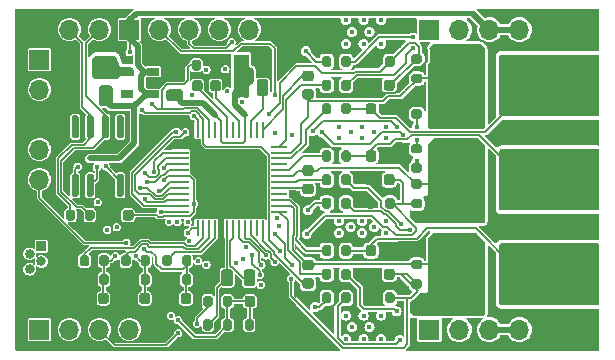
<source format=gbl>
G04 #@! TF.GenerationSoftware,KiCad,Pcbnew,8.0.4+1*
G04 #@! TF.CreationDate,2024-10-19T21:08:08+00:00*
G04 #@! TF.ProjectId,xESC2,78455343-322e-46b6-9963-61645f706362,rev?*
G04 #@! TF.SameCoordinates,Original*
G04 #@! TF.FileFunction,Copper,L4,Bot*
G04 #@! TF.FilePolarity,Positive*
%FSLAX46Y46*%
G04 Gerber Fmt 4.6, Leading zero omitted, Abs format (unit mm)*
G04 Created by KiCad (PCBNEW 8.0.4+1) date 2024-10-19 21:08:08*
%MOMM*%
%LPD*%
G01*
G04 APERTURE LIST*
G04 #@! TA.AperFunction,ComponentPad*
%ADD10R,0.840000X0.840000*%
G04 #@! TD*
G04 #@! TA.AperFunction,ComponentPad*
%ADD11C,0.840000*%
G04 #@! TD*
G04 #@! TA.AperFunction,ComponentPad*
%ADD12O,1.850000X0.850000*%
G04 #@! TD*
G04 #@! TA.AperFunction,ComponentPad*
%ADD13R,1.700000X1.700000*%
G04 #@! TD*
G04 #@! TA.AperFunction,ComponentPad*
%ADD14O,1.700000X1.700000*%
G04 #@! TD*
G04 #@! TA.AperFunction,SMDPad,CuDef*
%ADD15R,0.279400X1.340599*%
G04 #@! TD*
G04 #@! TA.AperFunction,SMDPad,CuDef*
%ADD16R,1.340599X0.279400*%
G04 #@! TD*
G04 #@! TA.AperFunction,SMDPad,CuDef*
%ADD17R,5.003800X5.003800*%
G04 #@! TD*
G04 #@! TA.AperFunction,SMDPad,CuDef*
%ADD18R,1.060000X0.650000*%
G04 #@! TD*
G04 #@! TA.AperFunction,ViaPad*
%ADD19C,0.450000*%
G04 #@! TD*
G04 #@! TA.AperFunction,Conductor*
%ADD20C,0.127000*%
G04 #@! TD*
G04 #@! TA.AperFunction,Conductor*
%ADD21C,0.200000*%
G04 #@! TD*
G04 #@! TA.AperFunction,Conductor*
%ADD22C,0.500000*%
G04 #@! TD*
G04 #@! TA.AperFunction,Conductor*
%ADD23C,0.450000*%
G04 #@! TD*
G04 APERTURE END LIST*
D10*
X231220000Y-124025000D03*
D11*
X230220000Y-124675000D03*
X231220000Y-125325000D03*
X230220000Y-125975000D03*
X231220000Y-126625000D03*
D12*
X231000000Y-121750000D03*
X231000000Y-128900000D03*
G04 #@! TA.AperFunction,SMDPad,CuDef*
G36*
G01*
X257425000Y-124125000D02*
X257425000Y-124675000D01*
G75*
G02*
X257225000Y-124875000I-200000J0D01*
G01*
X256825000Y-124875000D01*
G75*
G02*
X256625000Y-124675000I0J200000D01*
G01*
X256625000Y-124125000D01*
G75*
G02*
X256825000Y-123925000I200000J0D01*
G01*
X257225000Y-123925000D01*
G75*
G02*
X257425000Y-124125000I0J-200000D01*
G01*
G37*
G04 #@! TD.AperFunction*
G04 #@! TA.AperFunction,SMDPad,CuDef*
G36*
G01*
X255775000Y-124125000D02*
X255775000Y-124675000D01*
G75*
G02*
X255575000Y-124875000I-200000J0D01*
G01*
X255175000Y-124875000D01*
G75*
G02*
X254975000Y-124675000I0J200000D01*
G01*
X254975000Y-124125000D01*
G75*
G02*
X255175000Y-123925000I200000J0D01*
G01*
X255575000Y-123925000D01*
G75*
G02*
X255775000Y-124125000I0J-200000D01*
G01*
G37*
G04 #@! TD.AperFunction*
G04 #@! TA.AperFunction,SMDPad,CuDef*
G36*
G01*
X244550000Y-127175000D02*
X244550000Y-126225000D01*
G75*
G02*
X244800000Y-125975000I250000J0D01*
G01*
X245300000Y-125975000D01*
G75*
G02*
X245550000Y-126225000I0J-250000D01*
G01*
X245550000Y-127175000D01*
G75*
G02*
X245300000Y-127425000I-250000J0D01*
G01*
X244800000Y-127425000D01*
G75*
G02*
X244550000Y-127175000I0J250000D01*
G01*
G37*
G04 #@! TD.AperFunction*
G04 #@! TA.AperFunction,SMDPad,CuDef*
G36*
G01*
X246450000Y-127175000D02*
X246450000Y-126225000D01*
G75*
G02*
X246700000Y-125975000I250000J0D01*
G01*
X247200000Y-125975000D01*
G75*
G02*
X247450000Y-126225000I0J-250000D01*
G01*
X247450000Y-127175000D01*
G75*
G02*
X247200000Y-127425000I-250000J0D01*
G01*
X246700000Y-127425000D01*
G75*
G02*
X246450000Y-127175000I0J250000D01*
G01*
G37*
G04 #@! TD.AperFunction*
G04 #@! TA.AperFunction,SMDPad,CuDef*
G36*
G01*
X251250000Y-126225000D02*
X251250000Y-127175000D01*
G75*
G02*
X251000000Y-127425000I-250000J0D01*
G01*
X250500000Y-127425000D01*
G75*
G02*
X250250000Y-127175000I0J250000D01*
G01*
X250250000Y-126225000D01*
G75*
G02*
X250500000Y-125975000I250000J0D01*
G01*
X251000000Y-125975000D01*
G75*
G02*
X251250000Y-126225000I0J-250000D01*
G01*
G37*
G04 #@! TD.AperFunction*
G04 #@! TA.AperFunction,SMDPad,CuDef*
G36*
G01*
X249350000Y-126225000D02*
X249350000Y-127175000D01*
G75*
G02*
X249100000Y-127425000I-250000J0D01*
G01*
X248600000Y-127425000D01*
G75*
G02*
X248350000Y-127175000I0J250000D01*
G01*
X248350000Y-126225000D01*
G75*
G02*
X248600000Y-125975000I250000J0D01*
G01*
X249100000Y-125975000D01*
G75*
G02*
X249350000Y-126225000I0J-250000D01*
G01*
G37*
G04 #@! TD.AperFunction*
G04 #@! TA.AperFunction,SMDPad,CuDef*
G36*
G01*
X248425000Y-128950000D02*
X248425000Y-128450000D01*
G75*
G02*
X248650000Y-128225000I225000J0D01*
G01*
X249100000Y-128225000D01*
G75*
G02*
X249325000Y-128450000I0J-225000D01*
G01*
X249325000Y-128950000D01*
G75*
G02*
X249100000Y-129175000I-225000J0D01*
G01*
X248650000Y-129175000D01*
G75*
G02*
X248425000Y-128950000I0J225000D01*
G01*
G37*
G04 #@! TD.AperFunction*
G04 #@! TA.AperFunction,SMDPad,CuDef*
G36*
G01*
X249975000Y-128950000D02*
X249975000Y-128450000D01*
G75*
G02*
X250200000Y-128225000I225000J0D01*
G01*
X250650000Y-128225000D01*
G75*
G02*
X250875000Y-128450000I0J-225000D01*
G01*
X250875000Y-128950000D01*
G75*
G02*
X250650000Y-129175000I-225000J0D01*
G01*
X250200000Y-129175000D01*
G75*
G02*
X249975000Y-128950000I0J225000D01*
G01*
G37*
G04 #@! TD.AperFunction*
G04 #@! TA.AperFunction,SMDPad,CuDef*
G36*
G01*
X243925000Y-128200000D02*
X243925000Y-128700000D01*
G75*
G02*
X243700000Y-128925000I-225000J0D01*
G01*
X243250000Y-128925000D01*
G75*
G02*
X243025000Y-128700000I0J225000D01*
G01*
X243025000Y-128200000D01*
G75*
G02*
X243250000Y-127975000I225000J0D01*
G01*
X243700000Y-127975000D01*
G75*
G02*
X243925000Y-128200000I0J-225000D01*
G01*
G37*
G04 #@! TD.AperFunction*
G04 #@! TA.AperFunction,SMDPad,CuDef*
G36*
G01*
X242375000Y-128200000D02*
X242375000Y-128700000D01*
G75*
G02*
X242150000Y-128925000I-225000J0D01*
G01*
X241700000Y-128925000D01*
G75*
G02*
X241475000Y-128700000I0J225000D01*
G01*
X241475000Y-128200000D01*
G75*
G02*
X241700000Y-127975000I225000J0D01*
G01*
X242150000Y-127975000D01*
G75*
G02*
X242375000Y-128200000I0J-225000D01*
G01*
G37*
G04 #@! TD.AperFunction*
G04 #@! TA.AperFunction,SMDPad,CuDef*
G36*
G01*
X243975000Y-110700000D02*
X243975000Y-110200000D01*
G75*
G02*
X244200000Y-109975000I225000J0D01*
G01*
X244650000Y-109975000D01*
G75*
G02*
X244875000Y-110200000I0J-225000D01*
G01*
X244875000Y-110700000D01*
G75*
G02*
X244650000Y-110925000I-225000J0D01*
G01*
X244200000Y-110925000D01*
G75*
G02*
X243975000Y-110700000I0J225000D01*
G01*
G37*
G04 #@! TD.AperFunction*
G04 #@! TA.AperFunction,SMDPad,CuDef*
G36*
G01*
X245525000Y-110700000D02*
X245525000Y-110200000D01*
G75*
G02*
X245750000Y-109975000I225000J0D01*
G01*
X246200000Y-109975000D01*
G75*
G02*
X246425000Y-110200000I0J-225000D01*
G01*
X246425000Y-110700000D01*
G75*
G02*
X246200000Y-110925000I-225000J0D01*
G01*
X245750000Y-110925000D01*
G75*
G02*
X245525000Y-110700000I0J225000D01*
G01*
G37*
G04 #@! TD.AperFunction*
G04 #@! TA.AperFunction,SMDPad,CuDef*
G36*
G01*
X242975000Y-111750000D02*
X242025000Y-111750000D01*
G75*
G02*
X241775000Y-111500000I0J250000D01*
G01*
X241775000Y-111000000D01*
G75*
G02*
X242025000Y-110750000I250000J0D01*
G01*
X242975000Y-110750000D01*
G75*
G02*
X243225000Y-111000000I0J-250000D01*
G01*
X243225000Y-111500000D01*
G75*
G02*
X242975000Y-111750000I-250000J0D01*
G01*
G37*
G04 #@! TD.AperFunction*
G04 #@! TA.AperFunction,SMDPad,CuDef*
G36*
G01*
X242975000Y-109850000D02*
X242025000Y-109850000D01*
G75*
G02*
X241775000Y-109600000I0J250000D01*
G01*
X241775000Y-109100000D01*
G75*
G02*
X242025000Y-108850000I250000J0D01*
G01*
X242975000Y-108850000D01*
G75*
G02*
X243225000Y-109100000I0J-250000D01*
G01*
X243225000Y-109600000D01*
G75*
G02*
X242975000Y-109850000I-250000J0D01*
G01*
G37*
G04 #@! TD.AperFunction*
G04 #@! TA.AperFunction,SMDPad,CuDef*
G36*
G01*
X258675000Y-116650000D02*
X258675000Y-116150000D01*
G75*
G02*
X258900000Y-115925000I225000J0D01*
G01*
X259350000Y-115925000D01*
G75*
G02*
X259575000Y-116150000I0J-225000D01*
G01*
X259575000Y-116650000D01*
G75*
G02*
X259350000Y-116875000I-225000J0D01*
G01*
X258900000Y-116875000D01*
G75*
G02*
X258675000Y-116650000I0J225000D01*
G01*
G37*
G04 #@! TD.AperFunction*
G04 #@! TA.AperFunction,SMDPad,CuDef*
G36*
G01*
X260225000Y-116650000D02*
X260225000Y-116150000D01*
G75*
G02*
X260450000Y-115925000I225000J0D01*
G01*
X260900000Y-115925000D01*
G75*
G02*
X261125000Y-116150000I0J-225000D01*
G01*
X261125000Y-116650000D01*
G75*
G02*
X260900000Y-116875000I-225000J0D01*
G01*
X260450000Y-116875000D01*
G75*
G02*
X260225000Y-116650000I0J225000D01*
G01*
G37*
G04 #@! TD.AperFunction*
G04 #@! TA.AperFunction,SMDPad,CuDef*
G36*
G01*
X258675000Y-112650000D02*
X258675000Y-112150000D01*
G75*
G02*
X258900000Y-111925000I225000J0D01*
G01*
X259350000Y-111925000D01*
G75*
G02*
X259575000Y-112150000I0J-225000D01*
G01*
X259575000Y-112650000D01*
G75*
G02*
X259350000Y-112875000I-225000J0D01*
G01*
X258900000Y-112875000D01*
G75*
G02*
X258675000Y-112650000I0J225000D01*
G01*
G37*
G04 #@! TD.AperFunction*
G04 #@! TA.AperFunction,SMDPad,CuDef*
G36*
G01*
X260225000Y-112650000D02*
X260225000Y-112150000D01*
G75*
G02*
X260450000Y-111925000I225000J0D01*
G01*
X260900000Y-111925000D01*
G75*
G02*
X261125000Y-112150000I0J-225000D01*
G01*
X261125000Y-112650000D01*
G75*
G02*
X260900000Y-112875000I-225000J0D01*
G01*
X260450000Y-112875000D01*
G75*
G02*
X260225000Y-112650000I0J225000D01*
G01*
G37*
G04 #@! TD.AperFunction*
G04 #@! TA.AperFunction,SMDPad,CuDef*
G36*
G01*
X257425000Y-118125000D02*
X257425000Y-118675000D01*
G75*
G02*
X257225000Y-118875000I-200000J0D01*
G01*
X256825000Y-118875000D01*
G75*
G02*
X256625000Y-118675000I0J200000D01*
G01*
X256625000Y-118125000D01*
G75*
G02*
X256825000Y-117925000I200000J0D01*
G01*
X257225000Y-117925000D01*
G75*
G02*
X257425000Y-118125000I0J-200000D01*
G01*
G37*
G04 #@! TD.AperFunction*
G04 #@! TA.AperFunction,SMDPad,CuDef*
G36*
G01*
X255775000Y-118125000D02*
X255775000Y-118675000D01*
G75*
G02*
X255575000Y-118875000I-200000J0D01*
G01*
X255175000Y-118875000D01*
G75*
G02*
X254975000Y-118675000I0J200000D01*
G01*
X254975000Y-118125000D01*
G75*
G02*
X255175000Y-117925000I200000J0D01*
G01*
X255575000Y-117925000D01*
G75*
G02*
X255775000Y-118125000I0J-200000D01*
G01*
G37*
G04 #@! TD.AperFunction*
G04 #@! TA.AperFunction,SMDPad,CuDef*
G36*
G01*
X257425000Y-120125000D02*
X257425000Y-120675000D01*
G75*
G02*
X257225000Y-120875000I-200000J0D01*
G01*
X256825000Y-120875000D01*
G75*
G02*
X256625000Y-120675000I0J200000D01*
G01*
X256625000Y-120125000D01*
G75*
G02*
X256825000Y-119925000I200000J0D01*
G01*
X257225000Y-119925000D01*
G75*
G02*
X257425000Y-120125000I0J-200000D01*
G01*
G37*
G04 #@! TD.AperFunction*
G04 #@! TA.AperFunction,SMDPad,CuDef*
G36*
G01*
X255775000Y-120125000D02*
X255775000Y-120675000D01*
G75*
G02*
X255575000Y-120875000I-200000J0D01*
G01*
X255175000Y-120875000D01*
G75*
G02*
X254975000Y-120675000I0J200000D01*
G01*
X254975000Y-120125000D01*
G75*
G02*
X255175000Y-119925000I200000J0D01*
G01*
X255575000Y-119925000D01*
G75*
G02*
X255775000Y-120125000I0J-200000D01*
G01*
G37*
G04 #@! TD.AperFunction*
G04 #@! TA.AperFunction,SMDPad,CuDef*
G36*
G01*
X240425000Y-128200000D02*
X240425000Y-128700000D01*
G75*
G02*
X240200000Y-128925000I-225000J0D01*
G01*
X239750000Y-128925000D01*
G75*
G02*
X239525000Y-128700000I0J225000D01*
G01*
X239525000Y-128200000D01*
G75*
G02*
X239750000Y-127975000I225000J0D01*
G01*
X240200000Y-127975000D01*
G75*
G02*
X240425000Y-128200000I0J-225000D01*
G01*
G37*
G04 #@! TD.AperFunction*
G04 #@! TA.AperFunction,SMDPad,CuDef*
G36*
G01*
X238875000Y-128200000D02*
X238875000Y-128700000D01*
G75*
G02*
X238650000Y-128925000I-225000J0D01*
G01*
X238200000Y-128925000D01*
G75*
G02*
X237975000Y-128700000I0J225000D01*
G01*
X237975000Y-128200000D01*
G75*
G02*
X238200000Y-127975000I225000J0D01*
G01*
X238650000Y-127975000D01*
G75*
G02*
X238875000Y-128200000I0J-225000D01*
G01*
G37*
G04 #@! TD.AperFunction*
G04 #@! TA.AperFunction,SMDPad,CuDef*
G36*
G01*
X271712500Y-116974999D02*
X271712500Y-119825001D01*
G75*
G02*
X271462501Y-120075000I-249999J0D01*
G01*
X270737499Y-120075000D01*
G75*
G02*
X270487500Y-119825001I0J249999D01*
G01*
X270487500Y-116974999D01*
G75*
G02*
X270737499Y-116725000I249999J0D01*
G01*
X271462501Y-116725000D01*
G75*
G02*
X271712500Y-116974999I0J-249999D01*
G01*
G37*
G04 #@! TD.AperFunction*
G04 #@! TA.AperFunction,SMDPad,CuDef*
G36*
G01*
X265787500Y-116974999D02*
X265787500Y-119825001D01*
G75*
G02*
X265537501Y-120075000I-249999J0D01*
G01*
X264812499Y-120075000D01*
G75*
G02*
X264562500Y-119825001I0J249999D01*
G01*
X264562500Y-116974999D01*
G75*
G02*
X264812499Y-116725000I249999J0D01*
G01*
X265537501Y-116725000D01*
G75*
G02*
X265787500Y-116974999I0J-249999D01*
G01*
G37*
G04 #@! TD.AperFunction*
G04 #@! TA.AperFunction,SMDPad,CuDef*
G36*
G01*
X236925000Y-128200000D02*
X236925000Y-128700000D01*
G75*
G02*
X236700000Y-128925000I-225000J0D01*
G01*
X236250000Y-128925000D01*
G75*
G02*
X236025000Y-128700000I0J225000D01*
G01*
X236025000Y-128200000D01*
G75*
G02*
X236250000Y-127975000I225000J0D01*
G01*
X236700000Y-127975000D01*
G75*
G02*
X236925000Y-128200000I0J-225000D01*
G01*
G37*
G04 #@! TD.AperFunction*
G04 #@! TA.AperFunction,SMDPad,CuDef*
G36*
G01*
X235375000Y-128200000D02*
X235375000Y-128700000D01*
G75*
G02*
X235150000Y-128925000I-225000J0D01*
G01*
X234700000Y-128925000D01*
G75*
G02*
X234475000Y-128700000I0J225000D01*
G01*
X234475000Y-128200000D01*
G75*
G02*
X234700000Y-127975000I225000J0D01*
G01*
X235150000Y-127975000D01*
G75*
G02*
X235375000Y-128200000I0J-225000D01*
G01*
G37*
G04 #@! TD.AperFunction*
G04 #@! TA.AperFunction,SMDPad,CuDef*
G36*
G01*
X257425000Y-116125000D02*
X257425000Y-116675000D01*
G75*
G02*
X257225000Y-116875000I-200000J0D01*
G01*
X256825000Y-116875000D01*
G75*
G02*
X256625000Y-116675000I0J200000D01*
G01*
X256625000Y-116125000D01*
G75*
G02*
X256825000Y-115925000I200000J0D01*
G01*
X257225000Y-115925000D01*
G75*
G02*
X257425000Y-116125000I0J-200000D01*
G01*
G37*
G04 #@! TD.AperFunction*
G04 #@! TA.AperFunction,SMDPad,CuDef*
G36*
G01*
X255775000Y-116125000D02*
X255775000Y-116675000D01*
G75*
G02*
X255575000Y-116875000I-200000J0D01*
G01*
X255175000Y-116875000D01*
G75*
G02*
X254975000Y-116675000I0J200000D01*
G01*
X254975000Y-116125000D01*
G75*
G02*
X255175000Y-115925000I200000J0D01*
G01*
X255575000Y-115925000D01*
G75*
G02*
X255775000Y-116125000I0J-200000D01*
G01*
G37*
G04 #@! TD.AperFunction*
G04 #@! TA.AperFunction,SMDPad,CuDef*
G36*
G01*
X257425000Y-110125000D02*
X257425000Y-110675000D01*
G75*
G02*
X257225000Y-110875000I-200000J0D01*
G01*
X256825000Y-110875000D01*
G75*
G02*
X256625000Y-110675000I0J200000D01*
G01*
X256625000Y-110125000D01*
G75*
G02*
X256825000Y-109925000I200000J0D01*
G01*
X257225000Y-109925000D01*
G75*
G02*
X257425000Y-110125000I0J-200000D01*
G01*
G37*
G04 #@! TD.AperFunction*
G04 #@! TA.AperFunction,SMDPad,CuDef*
G36*
G01*
X255775000Y-110125000D02*
X255775000Y-110675000D01*
G75*
G02*
X255575000Y-110875000I-200000J0D01*
G01*
X255175000Y-110875000D01*
G75*
G02*
X254975000Y-110675000I0J200000D01*
G01*
X254975000Y-110125000D01*
G75*
G02*
X255175000Y-109925000I200000J0D01*
G01*
X255575000Y-109925000D01*
G75*
G02*
X255775000Y-110125000I0J-200000D01*
G01*
G37*
G04 #@! TD.AperFunction*
G04 #@! TA.AperFunction,SMDPad,CuDef*
G36*
G01*
X257425000Y-108125000D02*
X257425000Y-108675000D01*
G75*
G02*
X257225000Y-108875000I-200000J0D01*
G01*
X256825000Y-108875000D01*
G75*
G02*
X256625000Y-108675000I0J200000D01*
G01*
X256625000Y-108125000D01*
G75*
G02*
X256825000Y-107925000I200000J0D01*
G01*
X257225000Y-107925000D01*
G75*
G02*
X257425000Y-108125000I0J-200000D01*
G01*
G37*
G04 #@! TD.AperFunction*
G04 #@! TA.AperFunction,SMDPad,CuDef*
G36*
G01*
X255775000Y-108125000D02*
X255775000Y-108675000D01*
G75*
G02*
X255575000Y-108875000I-200000J0D01*
G01*
X255175000Y-108875000D01*
G75*
G02*
X254975000Y-108675000I0J200000D01*
G01*
X254975000Y-108125000D01*
G75*
G02*
X255175000Y-107925000I200000J0D01*
G01*
X255575000Y-107925000D01*
G75*
G02*
X255775000Y-108125000I0J-200000D01*
G01*
G37*
G04 #@! TD.AperFunction*
G04 #@! TA.AperFunction,SMDPad,CuDef*
G36*
G01*
X271675000Y-108974999D02*
X271675000Y-111825001D01*
G75*
G02*
X271425001Y-112075000I-249999J0D01*
G01*
X270699999Y-112075000D01*
G75*
G02*
X270450000Y-111825001I0J249999D01*
G01*
X270450000Y-108974999D01*
G75*
G02*
X270699999Y-108725000I249999J0D01*
G01*
X271425001Y-108725000D01*
G75*
G02*
X271675000Y-108974999I0J-249999D01*
G01*
G37*
G04 #@! TD.AperFunction*
G04 #@! TA.AperFunction,SMDPad,CuDef*
G36*
G01*
X265750000Y-108974999D02*
X265750000Y-111825001D01*
G75*
G02*
X265500001Y-112075000I-249999J0D01*
G01*
X264774999Y-112075000D01*
G75*
G02*
X264525000Y-111825001I0J249999D01*
G01*
X264525000Y-108974999D01*
G75*
G02*
X264774999Y-108725000I249999J0D01*
G01*
X265500001Y-108725000D01*
G75*
G02*
X265750000Y-108974999I0J-249999D01*
G01*
G37*
G04 #@! TD.AperFunction*
G04 #@! TA.AperFunction,SMDPad,CuDef*
G36*
G01*
X244925000Y-128975000D02*
X244925000Y-128425000D01*
G75*
G02*
X245125000Y-128225000I200000J0D01*
G01*
X245525000Y-128225000D01*
G75*
G02*
X245725000Y-128425000I0J-200000D01*
G01*
X245725000Y-128975000D01*
G75*
G02*
X245525000Y-129175000I-200000J0D01*
G01*
X245125000Y-129175000D01*
G75*
G02*
X244925000Y-128975000I0J200000D01*
G01*
G37*
G04 #@! TD.AperFunction*
G04 #@! TA.AperFunction,SMDPad,CuDef*
G36*
G01*
X246575000Y-128975000D02*
X246575000Y-128425000D01*
G75*
G02*
X246775000Y-128225000I200000J0D01*
G01*
X247175000Y-128225000D01*
G75*
G02*
X247375000Y-128425000I0J-200000D01*
G01*
X247375000Y-128975000D01*
G75*
G02*
X247175000Y-129175000I-200000J0D01*
G01*
X246775000Y-129175000D01*
G75*
G02*
X246575000Y-128975000I0J200000D01*
G01*
G37*
G04 #@! TD.AperFunction*
G04 #@! TA.AperFunction,SMDPad,CuDef*
G36*
G01*
X248425000Y-130975000D02*
X248425000Y-130425000D01*
G75*
G02*
X248625000Y-130225000I200000J0D01*
G01*
X249025000Y-130225000D01*
G75*
G02*
X249225000Y-130425000I0J-200000D01*
G01*
X249225000Y-130975000D01*
G75*
G02*
X249025000Y-131175000I-200000J0D01*
G01*
X248625000Y-131175000D01*
G75*
G02*
X248425000Y-130975000I0J200000D01*
G01*
G37*
G04 #@! TD.AperFunction*
G04 #@! TA.AperFunction,SMDPad,CuDef*
G36*
G01*
X250075000Y-130975000D02*
X250075000Y-130425000D01*
G75*
G02*
X250275000Y-130225000I200000J0D01*
G01*
X250675000Y-130225000D01*
G75*
G02*
X250875000Y-130425000I0J-200000D01*
G01*
X250875000Y-130975000D01*
G75*
G02*
X250675000Y-131175000I-200000J0D01*
G01*
X250275000Y-131175000D01*
G75*
G02*
X250075000Y-130975000I0J200000D01*
G01*
G37*
G04 #@! TD.AperFunction*
G04 #@! TA.AperFunction,SMDPad,CuDef*
G36*
G01*
X244925000Y-130975000D02*
X244925000Y-130425000D01*
G75*
G02*
X245125000Y-130225000I200000J0D01*
G01*
X245525000Y-130225000D01*
G75*
G02*
X245725000Y-130425000I0J-200000D01*
G01*
X245725000Y-130975000D01*
G75*
G02*
X245525000Y-131175000I-200000J0D01*
G01*
X245125000Y-131175000D01*
G75*
G02*
X244925000Y-130975000I0J200000D01*
G01*
G37*
G04 #@! TD.AperFunction*
G04 #@! TA.AperFunction,SMDPad,CuDef*
G36*
G01*
X246575000Y-130975000D02*
X246575000Y-130425000D01*
G75*
G02*
X246775000Y-130225000I200000J0D01*
G01*
X247175000Y-130225000D01*
G75*
G02*
X247375000Y-130425000I0J-200000D01*
G01*
X247375000Y-130975000D01*
G75*
G02*
X247175000Y-131175000I-200000J0D01*
G01*
X246775000Y-131175000D01*
G75*
G02*
X246575000Y-130975000I0J200000D01*
G01*
G37*
G04 #@! TD.AperFunction*
G04 #@! TA.AperFunction,SMDPad,CuDef*
G36*
G01*
X241475000Y-125525000D02*
X241475000Y-124975000D01*
G75*
G02*
X241675000Y-124775000I200000J0D01*
G01*
X242075000Y-124775000D01*
G75*
G02*
X242275000Y-124975000I0J-200000D01*
G01*
X242275000Y-125525000D01*
G75*
G02*
X242075000Y-125725000I-200000J0D01*
G01*
X241675000Y-125725000D01*
G75*
G02*
X241475000Y-125525000I0J200000D01*
G01*
G37*
G04 #@! TD.AperFunction*
G04 #@! TA.AperFunction,SMDPad,CuDef*
G36*
G01*
X243125000Y-125525000D02*
X243125000Y-124975000D01*
G75*
G02*
X243325000Y-124775000I200000J0D01*
G01*
X243725000Y-124775000D01*
G75*
G02*
X243925000Y-124975000I0J-200000D01*
G01*
X243925000Y-125525000D01*
G75*
G02*
X243725000Y-125725000I-200000J0D01*
G01*
X243325000Y-125725000D01*
G75*
G02*
X243125000Y-125525000I0J200000D01*
G01*
G37*
G04 #@! TD.AperFunction*
G04 #@! TA.AperFunction,SMDPad,CuDef*
G36*
G01*
X243925000Y-126575000D02*
X243925000Y-127125000D01*
G75*
G02*
X243725000Y-127325000I-200000J0D01*
G01*
X243325000Y-127325000D01*
G75*
G02*
X243125000Y-127125000I0J200000D01*
G01*
X243125000Y-126575000D01*
G75*
G02*
X243325000Y-126375000I200000J0D01*
G01*
X243725000Y-126375000D01*
G75*
G02*
X243925000Y-126575000I0J-200000D01*
G01*
G37*
G04 #@! TD.AperFunction*
G04 #@! TA.AperFunction,SMDPad,CuDef*
G36*
G01*
X242275000Y-126575000D02*
X242275000Y-127125000D01*
G75*
G02*
X242075000Y-127325000I-200000J0D01*
G01*
X241675000Y-127325000D01*
G75*
G02*
X241475000Y-127125000I0J200000D01*
G01*
X241475000Y-126575000D01*
G75*
G02*
X241675000Y-126375000I200000J0D01*
G01*
X242075000Y-126375000D01*
G75*
G02*
X242275000Y-126575000I0J-200000D01*
G01*
G37*
G04 #@! TD.AperFunction*
G04 #@! TA.AperFunction,SMDPad,CuDef*
G36*
G01*
X237975000Y-125525000D02*
X237975000Y-124975000D01*
G75*
G02*
X238175000Y-124775000I200000J0D01*
G01*
X238575000Y-124775000D01*
G75*
G02*
X238775000Y-124975000I0J-200000D01*
G01*
X238775000Y-125525000D01*
G75*
G02*
X238575000Y-125725000I-200000J0D01*
G01*
X238175000Y-125725000D01*
G75*
G02*
X237975000Y-125525000I0J200000D01*
G01*
G37*
G04 #@! TD.AperFunction*
G04 #@! TA.AperFunction,SMDPad,CuDef*
G36*
G01*
X239625000Y-125525000D02*
X239625000Y-124975000D01*
G75*
G02*
X239825000Y-124775000I200000J0D01*
G01*
X240225000Y-124775000D01*
G75*
G02*
X240425000Y-124975000I0J-200000D01*
G01*
X240425000Y-125525000D01*
G75*
G02*
X240225000Y-125725000I-200000J0D01*
G01*
X239825000Y-125725000D01*
G75*
G02*
X239625000Y-125525000I0J200000D01*
G01*
G37*
G04 #@! TD.AperFunction*
G04 #@! TA.AperFunction,SMDPad,CuDef*
G36*
G01*
X240425000Y-126575000D02*
X240425000Y-127125000D01*
G75*
G02*
X240225000Y-127325000I-200000J0D01*
G01*
X239825000Y-127325000D01*
G75*
G02*
X239625000Y-127125000I0J200000D01*
G01*
X239625000Y-126575000D01*
G75*
G02*
X239825000Y-126375000I200000J0D01*
G01*
X240225000Y-126375000D01*
G75*
G02*
X240425000Y-126575000I0J-200000D01*
G01*
G37*
G04 #@! TD.AperFunction*
G04 #@! TA.AperFunction,SMDPad,CuDef*
G36*
G01*
X238775000Y-126575000D02*
X238775000Y-127125000D01*
G75*
G02*
X238575000Y-127325000I-200000J0D01*
G01*
X238175000Y-127325000D01*
G75*
G02*
X237975000Y-127125000I0J200000D01*
G01*
X237975000Y-126575000D01*
G75*
G02*
X238175000Y-126375000I200000J0D01*
G01*
X238575000Y-126375000D01*
G75*
G02*
X238775000Y-126575000I0J-200000D01*
G01*
G37*
G04 #@! TD.AperFunction*
G04 #@! TA.AperFunction,SMDPad,CuDef*
G36*
G01*
X234475000Y-125525000D02*
X234475000Y-124975000D01*
G75*
G02*
X234675000Y-124775000I200000J0D01*
G01*
X235075000Y-124775000D01*
G75*
G02*
X235275000Y-124975000I0J-200000D01*
G01*
X235275000Y-125525000D01*
G75*
G02*
X235075000Y-125725000I-200000J0D01*
G01*
X234675000Y-125725000D01*
G75*
G02*
X234475000Y-125525000I0J200000D01*
G01*
G37*
G04 #@! TD.AperFunction*
G04 #@! TA.AperFunction,SMDPad,CuDef*
G36*
G01*
X236125000Y-125525000D02*
X236125000Y-124975000D01*
G75*
G02*
X236325000Y-124775000I200000J0D01*
G01*
X236725000Y-124775000D01*
G75*
G02*
X236925000Y-124975000I0J-200000D01*
G01*
X236925000Y-125525000D01*
G75*
G02*
X236725000Y-125725000I-200000J0D01*
G01*
X236325000Y-125725000D01*
G75*
G02*
X236125000Y-125525000I0J200000D01*
G01*
G37*
G04 #@! TD.AperFunction*
G04 #@! TA.AperFunction,SMDPad,CuDef*
G36*
G01*
X236925000Y-126575000D02*
X236925000Y-127125000D01*
G75*
G02*
X236725000Y-127325000I-200000J0D01*
G01*
X236325000Y-127325000D01*
G75*
G02*
X236125000Y-127125000I0J200000D01*
G01*
X236125000Y-126575000D01*
G75*
G02*
X236325000Y-126375000I200000J0D01*
G01*
X236725000Y-126375000D01*
G75*
G02*
X236925000Y-126575000I0J-200000D01*
G01*
G37*
G04 #@! TD.AperFunction*
G04 #@! TA.AperFunction,SMDPad,CuDef*
G36*
G01*
X235275000Y-126575000D02*
X235275000Y-127125000D01*
G75*
G02*
X235075000Y-127325000I-200000J0D01*
G01*
X234675000Y-127325000D01*
G75*
G02*
X234475000Y-127125000I0J200000D01*
G01*
X234475000Y-126575000D01*
G75*
G02*
X234675000Y-126375000I200000J0D01*
G01*
X235075000Y-126375000D01*
G75*
G02*
X235275000Y-126575000I0J-200000D01*
G01*
G37*
G04 #@! TD.AperFunction*
G04 #@! TA.AperFunction,SMDPad,CuDef*
G36*
G01*
X243975000Y-108975000D02*
X243975000Y-108425000D01*
G75*
G02*
X244175000Y-108225000I200000J0D01*
G01*
X244575000Y-108225000D01*
G75*
G02*
X244775000Y-108425000I0J-200000D01*
G01*
X244775000Y-108975000D01*
G75*
G02*
X244575000Y-109175000I-200000J0D01*
G01*
X244175000Y-109175000D01*
G75*
G02*
X243975000Y-108975000I0J200000D01*
G01*
G37*
G04 #@! TD.AperFunction*
G04 #@! TA.AperFunction,SMDPad,CuDef*
G36*
G01*
X245625000Y-108975000D02*
X245625000Y-108425000D01*
G75*
G02*
X245825000Y-108225000I200000J0D01*
G01*
X246225000Y-108225000D01*
G75*
G02*
X246425000Y-108425000I0J-200000D01*
G01*
X246425000Y-108975000D01*
G75*
G02*
X246225000Y-109175000I-200000J0D01*
G01*
X245825000Y-109175000D01*
G75*
G02*
X245625000Y-108975000I0J200000D01*
G01*
G37*
G04 #@! TD.AperFunction*
G04 #@! TA.AperFunction,SMDPad,CuDef*
G36*
G01*
X257425000Y-128125000D02*
X257425000Y-128675000D01*
G75*
G02*
X257225000Y-128875000I-200000J0D01*
G01*
X256825000Y-128875000D01*
G75*
G02*
X256625000Y-128675000I0J200000D01*
G01*
X256625000Y-128125000D01*
G75*
G02*
X256825000Y-127925000I200000J0D01*
G01*
X257225000Y-127925000D01*
G75*
G02*
X257425000Y-128125000I0J-200000D01*
G01*
G37*
G04 #@! TD.AperFunction*
G04 #@! TA.AperFunction,SMDPad,CuDef*
G36*
G01*
X255775000Y-128125000D02*
X255775000Y-128675000D01*
G75*
G02*
X255575000Y-128875000I-200000J0D01*
G01*
X255175000Y-128875000D01*
G75*
G02*
X254975000Y-128675000I0J200000D01*
G01*
X254975000Y-128125000D01*
G75*
G02*
X255175000Y-127925000I200000J0D01*
G01*
X255575000Y-127925000D01*
G75*
G02*
X255775000Y-128125000I0J-200000D01*
G01*
G37*
G04 #@! TD.AperFunction*
G04 #@! TA.AperFunction,SMDPad,CuDef*
G36*
G01*
X271712500Y-124974999D02*
X271712500Y-127825001D01*
G75*
G02*
X271462501Y-128075000I-249999J0D01*
G01*
X270737499Y-128075000D01*
G75*
G02*
X270487500Y-127825001I0J249999D01*
G01*
X270487500Y-124974999D01*
G75*
G02*
X270737499Y-124725000I249999J0D01*
G01*
X271462501Y-124725000D01*
G75*
G02*
X271712500Y-124974999I0J-249999D01*
G01*
G37*
G04 #@! TD.AperFunction*
G04 #@! TA.AperFunction,SMDPad,CuDef*
G36*
G01*
X265787500Y-124974999D02*
X265787500Y-127825001D01*
G75*
G02*
X265537501Y-128075000I-249999J0D01*
G01*
X264812499Y-128075000D01*
G75*
G02*
X264562500Y-127825001I0J249999D01*
G01*
X264562500Y-124974999D01*
G75*
G02*
X264812499Y-124725000I249999J0D01*
G01*
X265537501Y-124725000D01*
G75*
G02*
X265787500Y-124974999I0J-249999D01*
G01*
G37*
G04 #@! TD.AperFunction*
G04 #@! TA.AperFunction,SMDPad,CuDef*
G36*
G01*
X250450000Y-110125000D02*
X250450000Y-111075000D01*
G75*
G02*
X250200000Y-111325000I-250000J0D01*
G01*
X249700000Y-111325000D01*
G75*
G02*
X249450000Y-111075000I0J250000D01*
G01*
X249450000Y-110125000D01*
G75*
G02*
X249700000Y-109875000I250000J0D01*
G01*
X250200000Y-109875000D01*
G75*
G02*
X250450000Y-110125000I0J-250000D01*
G01*
G37*
G04 #@! TD.AperFunction*
G04 #@! TA.AperFunction,SMDPad,CuDef*
G36*
G01*
X248550000Y-110125000D02*
X248550000Y-111075000D01*
G75*
G02*
X248300000Y-111325000I-250000J0D01*
G01*
X247800000Y-111325000D01*
G75*
G02*
X247550000Y-111075000I0J250000D01*
G01*
X247550000Y-110125000D01*
G75*
G02*
X247800000Y-109875000I250000J0D01*
G01*
X248300000Y-109875000D01*
G75*
G02*
X248550000Y-110125000I0J-250000D01*
G01*
G37*
G04 #@! TD.AperFunction*
G04 #@! TA.AperFunction,SMDPad,CuDef*
G36*
G01*
X247550000Y-109075000D02*
X247550000Y-108125000D01*
G75*
G02*
X247800000Y-107875000I250000J0D01*
G01*
X248300000Y-107875000D01*
G75*
G02*
X248550000Y-108125000I0J-250000D01*
G01*
X248550000Y-109075000D01*
G75*
G02*
X248300000Y-109325000I-250000J0D01*
G01*
X247800000Y-109325000D01*
G75*
G02*
X247550000Y-109075000I0J250000D01*
G01*
G37*
G04 #@! TD.AperFunction*
G04 #@! TA.AperFunction,SMDPad,CuDef*
G36*
G01*
X249450000Y-109075000D02*
X249450000Y-108125000D01*
G75*
G02*
X249700000Y-107875000I250000J0D01*
G01*
X250200000Y-107875000D01*
G75*
G02*
X250450000Y-108125000I0J-250000D01*
G01*
X250450000Y-109075000D01*
G75*
G02*
X250200000Y-109325000I-250000J0D01*
G01*
X249700000Y-109325000D01*
G75*
G02*
X249450000Y-109075000I0J250000D01*
G01*
G37*
G04 #@! TD.AperFunction*
G04 #@! TA.AperFunction,SMDPad,CuDef*
G36*
G01*
X261125000Y-126150000D02*
X261125000Y-126650000D01*
G75*
G02*
X260900000Y-126875000I-225000J0D01*
G01*
X260450000Y-126875000D01*
G75*
G02*
X260225000Y-126650000I0J225000D01*
G01*
X260225000Y-126150000D01*
G75*
G02*
X260450000Y-125925000I225000J0D01*
G01*
X260900000Y-125925000D01*
G75*
G02*
X261125000Y-126150000I0J-225000D01*
G01*
G37*
G04 #@! TD.AperFunction*
G04 #@! TA.AperFunction,SMDPad,CuDef*
G36*
G01*
X259575000Y-126150000D02*
X259575000Y-126650000D01*
G75*
G02*
X259350000Y-126875000I-225000J0D01*
G01*
X258900000Y-126875000D01*
G75*
G02*
X258675000Y-126650000I0J225000D01*
G01*
X258675000Y-126150000D01*
G75*
G02*
X258900000Y-125925000I225000J0D01*
G01*
X259350000Y-125925000D01*
G75*
G02*
X259575000Y-126150000I0J-225000D01*
G01*
G37*
G04 #@! TD.AperFunction*
G04 #@! TA.AperFunction,SMDPad,CuDef*
G36*
G01*
X261125000Y-118150000D02*
X261125000Y-118650000D01*
G75*
G02*
X260900000Y-118875000I-225000J0D01*
G01*
X260450000Y-118875000D01*
G75*
G02*
X260225000Y-118650000I0J225000D01*
G01*
X260225000Y-118150000D01*
G75*
G02*
X260450000Y-117925000I225000J0D01*
G01*
X260900000Y-117925000D01*
G75*
G02*
X261125000Y-118150000I0J-225000D01*
G01*
G37*
G04 #@! TD.AperFunction*
G04 #@! TA.AperFunction,SMDPad,CuDef*
G36*
G01*
X259575000Y-118150000D02*
X259575000Y-118650000D01*
G75*
G02*
X259350000Y-118875000I-225000J0D01*
G01*
X258900000Y-118875000D01*
G75*
G02*
X258675000Y-118650000I0J225000D01*
G01*
X258675000Y-118150000D01*
G75*
G02*
X258900000Y-117925000I225000J0D01*
G01*
X259350000Y-117925000D01*
G75*
G02*
X259575000Y-118150000I0J-225000D01*
G01*
G37*
G04 #@! TD.AperFunction*
G04 #@! TA.AperFunction,SMDPad,CuDef*
G36*
G01*
X262725000Y-118375000D02*
X263275000Y-118375000D01*
G75*
G02*
X263475000Y-118575000I0J-200000D01*
G01*
X263475000Y-118975000D01*
G75*
G02*
X263275000Y-119175000I-200000J0D01*
G01*
X262725000Y-119175000D01*
G75*
G02*
X262525000Y-118975000I0J200000D01*
G01*
X262525000Y-118575000D01*
G75*
G02*
X262725000Y-118375000I200000J0D01*
G01*
G37*
G04 #@! TD.AperFunction*
G04 #@! TA.AperFunction,SMDPad,CuDef*
G36*
G01*
X262725000Y-120025000D02*
X263275000Y-120025000D01*
G75*
G02*
X263475000Y-120225000I0J-200000D01*
G01*
X263475000Y-120625000D01*
G75*
G02*
X263275000Y-120825000I-200000J0D01*
G01*
X262725000Y-120825000D01*
G75*
G02*
X262525000Y-120625000I0J200000D01*
G01*
X262525000Y-120225000D01*
G75*
G02*
X262725000Y-120025000I200000J0D01*
G01*
G37*
G04 #@! TD.AperFunction*
G04 #@! TA.AperFunction,SMDPad,CuDef*
G36*
G01*
X261125000Y-110150000D02*
X261125000Y-110650000D01*
G75*
G02*
X260900000Y-110875000I-225000J0D01*
G01*
X260450000Y-110875000D01*
G75*
G02*
X260225000Y-110650000I0J225000D01*
G01*
X260225000Y-110150000D01*
G75*
G02*
X260450000Y-109925000I225000J0D01*
G01*
X260900000Y-109925000D01*
G75*
G02*
X261125000Y-110150000I0J-225000D01*
G01*
G37*
G04 #@! TD.AperFunction*
G04 #@! TA.AperFunction,SMDPad,CuDef*
G36*
G01*
X259575000Y-110150000D02*
X259575000Y-110650000D01*
G75*
G02*
X259350000Y-110875000I-225000J0D01*
G01*
X258900000Y-110875000D01*
G75*
G02*
X258675000Y-110650000I0J225000D01*
G01*
X258675000Y-110150000D01*
G75*
G02*
X258900000Y-109925000I225000J0D01*
G01*
X259350000Y-109925000D01*
G75*
G02*
X259575000Y-110150000I0J-225000D01*
G01*
G37*
G04 #@! TD.AperFunction*
G04 #@! TA.AperFunction,SMDPad,CuDef*
G36*
G01*
X261125000Y-128125000D02*
X261125000Y-128675000D01*
G75*
G02*
X260925000Y-128875000I-200000J0D01*
G01*
X260525000Y-128875000D01*
G75*
G02*
X260325000Y-128675000I0J200000D01*
G01*
X260325000Y-128125000D01*
G75*
G02*
X260525000Y-127925000I200000J0D01*
G01*
X260925000Y-127925000D01*
G75*
G02*
X261125000Y-128125000I0J-200000D01*
G01*
G37*
G04 #@! TD.AperFunction*
G04 #@! TA.AperFunction,SMDPad,CuDef*
G36*
G01*
X259475000Y-128125000D02*
X259475000Y-128675000D01*
G75*
G02*
X259275000Y-128875000I-200000J0D01*
G01*
X258875000Y-128875000D01*
G75*
G02*
X258675000Y-128675000I0J200000D01*
G01*
X258675000Y-128125000D01*
G75*
G02*
X258875000Y-127925000I200000J0D01*
G01*
X259275000Y-127925000D01*
G75*
G02*
X259475000Y-128125000I0J-200000D01*
G01*
G37*
G04 #@! TD.AperFunction*
G04 #@! TA.AperFunction,SMDPad,CuDef*
G36*
G01*
X261125000Y-108125000D02*
X261125000Y-108675000D01*
G75*
G02*
X260925000Y-108875000I-200000J0D01*
G01*
X260525000Y-108875000D01*
G75*
G02*
X260325000Y-108675000I0J200000D01*
G01*
X260325000Y-108125000D01*
G75*
G02*
X260525000Y-107925000I200000J0D01*
G01*
X260925000Y-107925000D01*
G75*
G02*
X261125000Y-108125000I0J-200000D01*
G01*
G37*
G04 #@! TD.AperFunction*
G04 #@! TA.AperFunction,SMDPad,CuDef*
G36*
G01*
X259475000Y-108125000D02*
X259475000Y-108675000D01*
G75*
G02*
X259275000Y-108875000I-200000J0D01*
G01*
X258875000Y-108875000D01*
G75*
G02*
X258675000Y-108675000I0J200000D01*
G01*
X258675000Y-108125000D01*
G75*
G02*
X258875000Y-107925000I200000J0D01*
G01*
X259275000Y-107925000D01*
G75*
G02*
X259475000Y-108125000I0J-200000D01*
G01*
G37*
G04 #@! TD.AperFunction*
G04 #@! TA.AperFunction,SMDPad,CuDef*
G36*
G01*
X262725000Y-125175000D02*
X263275000Y-125175000D01*
G75*
G02*
X263475000Y-125375000I0J-200000D01*
G01*
X263475000Y-125775000D01*
G75*
G02*
X263275000Y-125975000I-200000J0D01*
G01*
X262725000Y-125975000D01*
G75*
G02*
X262525000Y-125775000I0J200000D01*
G01*
X262525000Y-125375000D01*
G75*
G02*
X262725000Y-125175000I200000J0D01*
G01*
G37*
G04 #@! TD.AperFunction*
G04 #@! TA.AperFunction,SMDPad,CuDef*
G36*
G01*
X262725000Y-126825000D02*
X263275000Y-126825000D01*
G75*
G02*
X263475000Y-127025000I0J-200000D01*
G01*
X263475000Y-127425000D01*
G75*
G02*
X263275000Y-127625000I-200000J0D01*
G01*
X262725000Y-127625000D01*
G75*
G02*
X262525000Y-127425000I0J200000D01*
G01*
X262525000Y-127025000D01*
G75*
G02*
X262725000Y-126825000I200000J0D01*
G01*
G37*
G04 #@! TD.AperFunction*
G04 #@! TA.AperFunction,SMDPad,CuDef*
G36*
G01*
X261125000Y-120125000D02*
X261125000Y-120675000D01*
G75*
G02*
X260925000Y-120875000I-200000J0D01*
G01*
X260525000Y-120875000D01*
G75*
G02*
X260325000Y-120675000I0J200000D01*
G01*
X260325000Y-120125000D01*
G75*
G02*
X260525000Y-119925000I200000J0D01*
G01*
X260925000Y-119925000D01*
G75*
G02*
X261125000Y-120125000I0J-200000D01*
G01*
G37*
G04 #@! TD.AperFunction*
G04 #@! TA.AperFunction,SMDPad,CuDef*
G36*
G01*
X259475000Y-120125000D02*
X259475000Y-120675000D01*
G75*
G02*
X259275000Y-120875000I-200000J0D01*
G01*
X258875000Y-120875000D01*
G75*
G02*
X258675000Y-120675000I0J200000D01*
G01*
X258675000Y-120125000D01*
G75*
G02*
X258875000Y-119925000I200000J0D01*
G01*
X259275000Y-119925000D01*
G75*
G02*
X259475000Y-120125000I0J-200000D01*
G01*
G37*
G04 #@! TD.AperFunction*
G04 #@! TA.AperFunction,SMDPad,CuDef*
G36*
G01*
X237250000Y-108249999D02*
X237250000Y-109550001D01*
G75*
G02*
X237000001Y-109800000I-249999J0D01*
G01*
X236349999Y-109800000D01*
G75*
G02*
X236100000Y-109550001I0J249999D01*
G01*
X236100000Y-108249999D01*
G75*
G02*
X236349999Y-108000000I249999J0D01*
G01*
X237000001Y-108000000D01*
G75*
G02*
X237250000Y-108249999I0J-249999D01*
G01*
G37*
G04 #@! TD.AperFunction*
G04 #@! TA.AperFunction,SMDPad,CuDef*
G36*
G01*
X234300000Y-108249999D02*
X234300000Y-109550001D01*
G75*
G02*
X234050001Y-109800000I-249999J0D01*
G01*
X233399999Y-109800000D01*
G75*
G02*
X233150000Y-109550001I0J249999D01*
G01*
X233150000Y-108249999D01*
G75*
G02*
X233399999Y-108000000I249999J0D01*
G01*
X234050001Y-108000000D01*
G75*
G02*
X234300000Y-108249999I0J-249999D01*
G01*
G37*
G04 #@! TD.AperFunction*
G04 #@! TA.AperFunction,SMDPad,CuDef*
G36*
G01*
X237250000Y-110649999D02*
X237250000Y-111950001D01*
G75*
G02*
X237000001Y-112200000I-249999J0D01*
G01*
X236349999Y-112200000D01*
G75*
G02*
X236100000Y-111950001I0J249999D01*
G01*
X236100000Y-110649999D01*
G75*
G02*
X236349999Y-110400000I249999J0D01*
G01*
X237000001Y-110400000D01*
G75*
G02*
X237250000Y-110649999I0J-249999D01*
G01*
G37*
G04 #@! TD.AperFunction*
G04 #@! TA.AperFunction,SMDPad,CuDef*
G36*
G01*
X234300000Y-110649999D02*
X234300000Y-111950001D01*
G75*
G02*
X234050001Y-112200000I-249999J0D01*
G01*
X233399999Y-112200000D01*
G75*
G02*
X233150000Y-111950001I0J249999D01*
G01*
X233150000Y-110649999D01*
G75*
G02*
X233399999Y-110400000I249999J0D01*
G01*
X234050001Y-110400000D01*
G75*
G02*
X234300000Y-110649999I0J-249999D01*
G01*
G37*
G04 #@! TD.AperFunction*
D13*
X231060000Y-108240000D03*
D14*
X231060000Y-110780000D03*
X231060000Y-113320000D03*
X231060000Y-115860000D03*
X231060000Y-118400000D03*
D13*
X231060000Y-105700000D03*
D14*
X233600000Y-105700000D03*
X236140000Y-105700000D03*
G04 #@! TA.AperFunction,SMDPad,CuDef*
G36*
G01*
X253550000Y-117175000D02*
X254050000Y-117175000D01*
G75*
G02*
X254275000Y-117400000I0J-225000D01*
G01*
X254275000Y-117850000D01*
G75*
G02*
X254050000Y-118075000I-225000J0D01*
G01*
X253550000Y-118075000D01*
G75*
G02*
X253325000Y-117850000I0J225000D01*
G01*
X253325000Y-117400000D01*
G75*
G02*
X253550000Y-117175000I225000J0D01*
G01*
G37*
G04 #@! TD.AperFunction*
G04 #@! TA.AperFunction,SMDPad,CuDef*
G36*
G01*
X253550000Y-118725000D02*
X254050000Y-118725000D01*
G75*
G02*
X254275000Y-118950000I0J-225000D01*
G01*
X254275000Y-119400000D01*
G75*
G02*
X254050000Y-119625000I-225000J0D01*
G01*
X253550000Y-119625000D01*
G75*
G02*
X253325000Y-119400000I0J225000D01*
G01*
X253325000Y-118950000D01*
G75*
G02*
X253550000Y-118725000I225000J0D01*
G01*
G37*
G04 #@! TD.AperFunction*
G04 #@! TA.AperFunction,SMDPad,CuDef*
G36*
G01*
X253550000Y-125175000D02*
X254050000Y-125175000D01*
G75*
G02*
X254275000Y-125400000I0J-225000D01*
G01*
X254275000Y-125850000D01*
G75*
G02*
X254050000Y-126075000I-225000J0D01*
G01*
X253550000Y-126075000D01*
G75*
G02*
X253325000Y-125850000I0J225000D01*
G01*
X253325000Y-125400000D01*
G75*
G02*
X253550000Y-125175000I225000J0D01*
G01*
G37*
G04 #@! TD.AperFunction*
G04 #@! TA.AperFunction,SMDPad,CuDef*
G36*
G01*
X253550000Y-126725000D02*
X254050000Y-126725000D01*
G75*
G02*
X254275000Y-126950000I0J-225000D01*
G01*
X254275000Y-127400000D01*
G75*
G02*
X254050000Y-127625000I-225000J0D01*
G01*
X253550000Y-127625000D01*
G75*
G02*
X253325000Y-127400000I0J225000D01*
G01*
X253325000Y-126950000D01*
G75*
G02*
X253550000Y-126725000I225000J0D01*
G01*
G37*
G04 #@! TD.AperFunction*
G04 #@! TA.AperFunction,SMDPad,CuDef*
G36*
G01*
X254050000Y-111625000D02*
X253550000Y-111625000D01*
G75*
G02*
X253325000Y-111400000I0J225000D01*
G01*
X253325000Y-110950000D01*
G75*
G02*
X253550000Y-110725000I225000J0D01*
G01*
X254050000Y-110725000D01*
G75*
G02*
X254275000Y-110950000I0J-225000D01*
G01*
X254275000Y-111400000D01*
G75*
G02*
X254050000Y-111625000I-225000J0D01*
G01*
G37*
G04 #@! TD.AperFunction*
G04 #@! TA.AperFunction,SMDPad,CuDef*
G36*
G01*
X254050000Y-110075000D02*
X253550000Y-110075000D01*
G75*
G02*
X253325000Y-109850000I0J225000D01*
G01*
X253325000Y-109400000D01*
G75*
G02*
X253550000Y-109175000I225000J0D01*
G01*
X254050000Y-109175000D01*
G75*
G02*
X254275000Y-109400000I0J-225000D01*
G01*
X254275000Y-109850000D01*
G75*
G02*
X254050000Y-110075000I-225000J0D01*
G01*
G37*
G04 #@! TD.AperFunction*
D15*
X249950000Y-122525501D03*
X249450001Y-122525501D03*
X248949999Y-122525501D03*
X248450000Y-122525501D03*
X247950001Y-122525501D03*
X247450000Y-122525501D03*
X246950000Y-122525501D03*
X246449999Y-122525501D03*
X245950000Y-122525501D03*
X245450001Y-122525501D03*
X244949999Y-122525501D03*
X244450000Y-122525501D03*
D16*
X243024499Y-121100000D03*
X243024499Y-120600001D03*
X243024499Y-120099999D03*
X243024499Y-119600000D03*
X243024499Y-119100001D03*
X243024499Y-118600000D03*
X243024499Y-118100000D03*
X243024499Y-117599999D03*
X243024499Y-117100000D03*
X243024499Y-116600001D03*
X243024499Y-116099999D03*
X243024499Y-115600000D03*
D15*
X244450000Y-114174499D03*
X244949999Y-114174499D03*
X245450001Y-114174499D03*
X245950000Y-114174499D03*
X246449999Y-114174499D03*
X246950000Y-114174499D03*
X247450000Y-114174499D03*
X247950001Y-114174499D03*
X248450000Y-114174499D03*
X248949999Y-114174499D03*
X249450001Y-114174499D03*
X249950000Y-114174499D03*
D16*
X251375501Y-115600000D03*
X251375501Y-116099999D03*
X251375501Y-116600001D03*
X251375501Y-117100000D03*
X251375501Y-117599999D03*
X251375501Y-118100000D03*
X251375501Y-118600000D03*
X251375501Y-119100001D03*
X251375501Y-119600000D03*
X251375501Y-120099999D03*
X251375501Y-120600001D03*
X251375501Y-121100000D03*
D17*
X247200000Y-118350000D03*
G04 #@! TA.AperFunction,SMDPad,CuDef*
G36*
G01*
X257425000Y-126125000D02*
X257425000Y-126675000D01*
G75*
G02*
X257225000Y-126875000I-200000J0D01*
G01*
X256825000Y-126875000D01*
G75*
G02*
X256625000Y-126675000I0J200000D01*
G01*
X256625000Y-126125000D01*
G75*
G02*
X256825000Y-125925000I200000J0D01*
G01*
X257225000Y-125925000D01*
G75*
G02*
X257425000Y-126125000I0J-200000D01*
G01*
G37*
G04 #@! TD.AperFunction*
G04 #@! TA.AperFunction,SMDPad,CuDef*
G36*
G01*
X255775000Y-126125000D02*
X255775000Y-126675000D01*
G75*
G02*
X255575000Y-126875000I-200000J0D01*
G01*
X255175000Y-126875000D01*
G75*
G02*
X254975000Y-126675000I0J200000D01*
G01*
X254975000Y-126125000D01*
G75*
G02*
X255175000Y-125925000I200000J0D01*
G01*
X255575000Y-125925000D01*
G75*
G02*
X255775000Y-126125000I0J-200000D01*
G01*
G37*
G04 #@! TD.AperFunction*
G04 #@! TA.AperFunction,SMDPad,CuDef*
G36*
G01*
X263275000Y-110225000D02*
X262725000Y-110225000D01*
G75*
G02*
X262525000Y-110025000I0J200000D01*
G01*
X262525000Y-109625000D01*
G75*
G02*
X262725000Y-109425000I200000J0D01*
G01*
X263275000Y-109425000D01*
G75*
G02*
X263475000Y-109625000I0J-200000D01*
G01*
X263475000Y-110025000D01*
G75*
G02*
X263275000Y-110225000I-200000J0D01*
G01*
G37*
G04 #@! TD.AperFunction*
G04 #@! TA.AperFunction,SMDPad,CuDef*
G36*
G01*
X263275000Y-108575000D02*
X262725000Y-108575000D01*
G75*
G02*
X262525000Y-108375000I0J200000D01*
G01*
X262525000Y-107975000D01*
G75*
G02*
X262725000Y-107775000I200000J0D01*
G01*
X263275000Y-107775000D01*
G75*
G02*
X263475000Y-107975000I0J-200000D01*
G01*
X263475000Y-108375000D01*
G75*
G02*
X263275000Y-108575000I-200000J0D01*
G01*
G37*
G04 #@! TD.AperFunction*
G04 #@! TA.AperFunction,SMDPad,CuDef*
G36*
G01*
X257425000Y-112125000D02*
X257425000Y-112675000D01*
G75*
G02*
X257225000Y-112875000I-200000J0D01*
G01*
X256825000Y-112875000D01*
G75*
G02*
X256625000Y-112675000I0J200000D01*
G01*
X256625000Y-112125000D01*
G75*
G02*
X256825000Y-111925000I200000J0D01*
G01*
X257225000Y-111925000D01*
G75*
G02*
X257425000Y-112125000I0J-200000D01*
G01*
G37*
G04 #@! TD.AperFunction*
G04 #@! TA.AperFunction,SMDPad,CuDef*
G36*
G01*
X255775000Y-112125000D02*
X255775000Y-112675000D01*
G75*
G02*
X255575000Y-112875000I-200000J0D01*
G01*
X255175000Y-112875000D01*
G75*
G02*
X254975000Y-112675000I0J200000D01*
G01*
X254975000Y-112125000D01*
G75*
G02*
X255175000Y-111925000I200000J0D01*
G01*
X255575000Y-111925000D01*
G75*
G02*
X255775000Y-112125000I0J-200000D01*
G01*
G37*
G04 #@! TD.AperFunction*
D13*
X238680000Y-105700000D03*
D14*
X241220000Y-105700000D03*
X243760000Y-105700000D03*
X246300000Y-105700000D03*
X248840000Y-105700000D03*
X251380000Y-105700000D03*
D13*
X231060000Y-131100000D03*
D14*
X233600000Y-131100000D03*
X236140000Y-131100000D03*
X238680000Y-131100000D03*
X241220000Y-131100000D03*
G04 #@! TA.AperFunction,SMDPad,CuDef*
G36*
G01*
X258675000Y-124650000D02*
X258675000Y-124150000D01*
G75*
G02*
X258900000Y-123925000I225000J0D01*
G01*
X259350000Y-123925000D01*
G75*
G02*
X259575000Y-124150000I0J-225000D01*
G01*
X259575000Y-124650000D01*
G75*
G02*
X259350000Y-124875000I-225000J0D01*
G01*
X258900000Y-124875000D01*
G75*
G02*
X258675000Y-124650000I0J225000D01*
G01*
G37*
G04 #@! TD.AperFunction*
G04 #@! TA.AperFunction,SMDPad,CuDef*
G36*
G01*
X260225000Y-124650000D02*
X260225000Y-124150000D01*
G75*
G02*
X260450000Y-123925000I225000J0D01*
G01*
X260900000Y-123925000D01*
G75*
G02*
X261125000Y-124150000I0J-225000D01*
G01*
X261125000Y-124650000D01*
G75*
G02*
X260900000Y-124875000I-225000J0D01*
G01*
X260450000Y-124875000D01*
G75*
G02*
X260225000Y-124650000I0J225000D01*
G01*
G37*
G04 #@! TD.AperFunction*
G04 #@! TA.AperFunction,SMDPad,CuDef*
G36*
G01*
X239025000Y-121150000D02*
X239025000Y-121650000D01*
G75*
G02*
X238800000Y-121875000I-225000J0D01*
G01*
X238350000Y-121875000D01*
G75*
G02*
X238125000Y-121650000I0J225000D01*
G01*
X238125000Y-121150000D01*
G75*
G02*
X238350000Y-120925000I225000J0D01*
G01*
X238800000Y-120925000D01*
G75*
G02*
X239025000Y-121150000I0J-225000D01*
G01*
G37*
G04 #@! TD.AperFunction*
G04 #@! TA.AperFunction,SMDPad,CuDef*
G36*
G01*
X237475000Y-121150000D02*
X237475000Y-121650000D01*
G75*
G02*
X237250000Y-121875000I-225000J0D01*
G01*
X236800000Y-121875000D01*
G75*
G02*
X236575000Y-121650000I0J225000D01*
G01*
X236575000Y-121150000D01*
G75*
G02*
X236800000Y-120925000I225000J0D01*
G01*
X237250000Y-120925000D01*
G75*
G02*
X237475000Y-121150000I0J-225000D01*
G01*
G37*
G04 #@! TD.AperFunction*
D18*
X240700000Y-109250000D03*
X240700000Y-110200000D03*
X240700000Y-111150000D03*
X238500000Y-111150000D03*
X238500000Y-109250000D03*
G04 #@! TA.AperFunction,SMDPad,CuDef*
G36*
G01*
X238055000Y-119850000D02*
X237755000Y-119850000D01*
G75*
G02*
X237605000Y-119700000I0J150000D01*
G01*
X237605000Y-118050000D01*
G75*
G02*
X237755000Y-117900000I150000J0D01*
G01*
X238055000Y-117900000D01*
G75*
G02*
X238205000Y-118050000I0J-150000D01*
G01*
X238205000Y-119700000D01*
G75*
G02*
X238055000Y-119850000I-150000J0D01*
G01*
G37*
G04 #@! TD.AperFunction*
G04 #@! TA.AperFunction,SMDPad,CuDef*
G36*
G01*
X236785000Y-119850000D02*
X236485000Y-119850000D01*
G75*
G02*
X236335000Y-119700000I0J150000D01*
G01*
X236335000Y-118050000D01*
G75*
G02*
X236485000Y-117900000I150000J0D01*
G01*
X236785000Y-117900000D01*
G75*
G02*
X236935000Y-118050000I0J-150000D01*
G01*
X236935000Y-119700000D01*
G75*
G02*
X236785000Y-119850000I-150000J0D01*
G01*
G37*
G04 #@! TD.AperFunction*
G04 #@! TA.AperFunction,SMDPad,CuDef*
G36*
G01*
X235515000Y-119850000D02*
X235215000Y-119850000D01*
G75*
G02*
X235065000Y-119700000I0J150000D01*
G01*
X235065000Y-118050000D01*
G75*
G02*
X235215000Y-117900000I150000J0D01*
G01*
X235515000Y-117900000D01*
G75*
G02*
X235665000Y-118050000I0J-150000D01*
G01*
X235665000Y-119700000D01*
G75*
G02*
X235515000Y-119850000I-150000J0D01*
G01*
G37*
G04 #@! TD.AperFunction*
G04 #@! TA.AperFunction,SMDPad,CuDef*
G36*
G01*
X234245000Y-119850000D02*
X233945000Y-119850000D01*
G75*
G02*
X233795000Y-119700000I0J150000D01*
G01*
X233795000Y-118050000D01*
G75*
G02*
X233945000Y-117900000I150000J0D01*
G01*
X234245000Y-117900000D01*
G75*
G02*
X234395000Y-118050000I0J-150000D01*
G01*
X234395000Y-119700000D01*
G75*
G02*
X234245000Y-119850000I-150000J0D01*
G01*
G37*
G04 #@! TD.AperFunction*
G04 #@! TA.AperFunction,SMDPad,CuDef*
G36*
G01*
X234245000Y-114900000D02*
X233945000Y-114900000D01*
G75*
G02*
X233795000Y-114750000I0J150000D01*
G01*
X233795000Y-113100000D01*
G75*
G02*
X233945000Y-112950000I150000J0D01*
G01*
X234245000Y-112950000D01*
G75*
G02*
X234395000Y-113100000I0J-150000D01*
G01*
X234395000Y-114750000D01*
G75*
G02*
X234245000Y-114900000I-150000J0D01*
G01*
G37*
G04 #@! TD.AperFunction*
G04 #@! TA.AperFunction,SMDPad,CuDef*
G36*
G01*
X235515000Y-114900000D02*
X235215000Y-114900000D01*
G75*
G02*
X235065000Y-114750000I0J150000D01*
G01*
X235065000Y-113100000D01*
G75*
G02*
X235215000Y-112950000I150000J0D01*
G01*
X235515000Y-112950000D01*
G75*
G02*
X235665000Y-113100000I0J-150000D01*
G01*
X235665000Y-114750000D01*
G75*
G02*
X235515000Y-114900000I-150000J0D01*
G01*
G37*
G04 #@! TD.AperFunction*
G04 #@! TA.AperFunction,SMDPad,CuDef*
G36*
G01*
X236785000Y-114900000D02*
X236485000Y-114900000D01*
G75*
G02*
X236335000Y-114750000I0J150000D01*
G01*
X236335000Y-113100000D01*
G75*
G02*
X236485000Y-112950000I150000J0D01*
G01*
X236785000Y-112950000D01*
G75*
G02*
X236935000Y-113100000I0J-150000D01*
G01*
X236935000Y-114750000D01*
G75*
G02*
X236785000Y-114900000I-150000J0D01*
G01*
G37*
G04 #@! TD.AperFunction*
G04 #@! TA.AperFunction,SMDPad,CuDef*
G36*
G01*
X238055000Y-114900000D02*
X237755000Y-114900000D01*
G75*
G02*
X237605000Y-114750000I0J150000D01*
G01*
X237605000Y-113100000D01*
G75*
G02*
X237755000Y-112950000I150000J0D01*
G01*
X238055000Y-112950000D01*
G75*
G02*
X238205000Y-113100000I0J-150000D01*
G01*
X238205000Y-114750000D01*
G75*
G02*
X238055000Y-114900000I-150000J0D01*
G01*
G37*
G04 #@! TD.AperFunction*
G04 #@! TA.AperFunction,SMDPad,CuDef*
G36*
G01*
X263275000Y-113225000D02*
X262725000Y-113225000D01*
G75*
G02*
X262525000Y-113025000I0J200000D01*
G01*
X262525000Y-112625000D01*
G75*
G02*
X262725000Y-112425000I200000J0D01*
G01*
X263275000Y-112425000D01*
G75*
G02*
X263475000Y-112625000I0J-200000D01*
G01*
X263475000Y-113025000D01*
G75*
G02*
X263275000Y-113225000I-200000J0D01*
G01*
G37*
G04 #@! TD.AperFunction*
G04 #@! TA.AperFunction,SMDPad,CuDef*
G36*
G01*
X263275000Y-111575000D02*
X262725000Y-111575000D01*
G75*
G02*
X262525000Y-111375000I0J200000D01*
G01*
X262525000Y-110975000D01*
G75*
G02*
X262725000Y-110775000I200000J0D01*
G01*
X263275000Y-110775000D01*
G75*
G02*
X263475000Y-110975000I0J-200000D01*
G01*
X263475000Y-111375000D01*
G75*
G02*
X263275000Y-111575000I-200000J0D01*
G01*
G37*
G04 #@! TD.AperFunction*
G04 #@! TA.AperFunction,SMDPad,CuDef*
G36*
G01*
X263275000Y-117825000D02*
X262725000Y-117825000D01*
G75*
G02*
X262525000Y-117625000I0J200000D01*
G01*
X262525000Y-117225000D01*
G75*
G02*
X262725000Y-117025000I200000J0D01*
G01*
X263275000Y-117025000D01*
G75*
G02*
X263475000Y-117225000I0J-200000D01*
G01*
X263475000Y-117625000D01*
G75*
G02*
X263275000Y-117825000I-200000J0D01*
G01*
G37*
G04 #@! TD.AperFunction*
G04 #@! TA.AperFunction,SMDPad,CuDef*
G36*
G01*
X263275000Y-116175000D02*
X262725000Y-116175000D01*
G75*
G02*
X262525000Y-115975000I0J200000D01*
G01*
X262525000Y-115575000D01*
G75*
G02*
X262725000Y-115375000I200000J0D01*
G01*
X263275000Y-115375000D01*
G75*
G02*
X263475000Y-115575000I0J-200000D01*
G01*
X263475000Y-115975000D01*
G75*
G02*
X263275000Y-116175000I-200000J0D01*
G01*
G37*
G04 #@! TD.AperFunction*
D13*
X264080000Y-105700000D03*
D14*
X266620000Y-105700000D03*
X269160000Y-105700000D03*
X271700000Y-105700000D03*
X274240000Y-105700000D03*
X276780000Y-105700000D03*
D13*
X264080000Y-131100000D03*
D14*
X266620000Y-131100000D03*
X269160000Y-131100000D03*
X271700000Y-131100000D03*
X274240000Y-131100000D03*
X276780000Y-131100000D03*
D13*
X274240000Y-112050000D03*
D14*
X276780000Y-112050000D03*
X274240000Y-109510000D03*
X276780000Y-109510000D03*
D13*
X274240000Y-119670000D03*
D14*
X276780000Y-119670000D03*
X274240000Y-117130000D03*
X276780000Y-117130000D03*
D13*
X274240000Y-127290000D03*
D14*
X276780000Y-127290000D03*
X274240000Y-124750000D03*
X276780000Y-124750000D03*
G04 #@! TA.AperFunction,SMDPad,CuDef*
G36*
G01*
X235725000Y-121125000D02*
X235725000Y-121675000D01*
G75*
G02*
X235525000Y-121875000I-200000J0D01*
G01*
X235125000Y-121875000D01*
G75*
G02*
X234925000Y-121675000I0J200000D01*
G01*
X234925000Y-121125000D01*
G75*
G02*
X235125000Y-120925000I200000J0D01*
G01*
X235525000Y-120925000D01*
G75*
G02*
X235725000Y-121125000I0J-200000D01*
G01*
G37*
G04 #@! TD.AperFunction*
G04 #@! TA.AperFunction,SMDPad,CuDef*
G36*
G01*
X234075000Y-121125000D02*
X234075000Y-121675000D01*
G75*
G02*
X233875000Y-121875000I-200000J0D01*
G01*
X233475000Y-121875000D01*
G75*
G02*
X233275000Y-121675000I0J200000D01*
G01*
X233275000Y-121125000D01*
G75*
G02*
X233475000Y-120925000I200000J0D01*
G01*
X233875000Y-120925000D01*
G75*
G02*
X234075000Y-121125000I0J-200000D01*
G01*
G37*
G04 #@! TD.AperFunction*
D19*
X272500000Y-114000000D03*
X274500000Y-115000000D03*
X275000000Y-114500000D03*
X274000000Y-114500000D03*
X273000000Y-114500000D03*
X272000000Y-114500000D03*
X272500000Y-115000000D03*
X274500000Y-114000000D03*
X271500000Y-114000000D03*
X273500000Y-114000000D03*
X273500000Y-115000000D03*
X271500000Y-115000000D03*
X271000000Y-114500000D03*
X269500000Y-115000000D03*
X270000000Y-122500000D03*
X269500000Y-123000000D03*
X270500000Y-115000000D03*
X269000000Y-122500000D03*
X271000000Y-122500000D03*
X270500000Y-114000000D03*
X269500000Y-122000000D03*
X270000000Y-114500000D03*
X270500000Y-122000000D03*
X270500000Y-123000000D03*
X274000000Y-122500000D03*
X261481190Y-107081190D03*
X271500000Y-123000000D03*
X274500000Y-123000000D03*
X245200000Y-116200000D03*
X241800000Y-108000000D03*
X247200000Y-118200000D03*
X243750000Y-113700000D03*
X275000000Y-122500000D03*
X261556308Y-115395181D03*
X248500000Y-118100000D03*
X240000000Y-105000000D03*
X247200000Y-120200000D03*
X273000000Y-122500000D03*
X246200000Y-120200000D03*
X254650000Y-126900000D03*
X260822611Y-111744521D03*
X272000000Y-122500000D03*
X263300000Y-123700000D03*
X252050000Y-128850000D03*
X245375000Y-106825000D03*
X247850000Y-132350000D03*
X249550000Y-107300000D03*
X272500000Y-122000000D03*
X247200000Y-116200000D03*
X273500000Y-122000000D03*
X260709490Y-127400000D03*
X273500000Y-123000000D03*
X237003600Y-115961604D03*
X243350000Y-107950000D03*
X263625000Y-107200000D03*
X242600000Y-126500010D03*
X249000000Y-119800000D03*
X254600000Y-107400000D03*
X245200000Y-118200000D03*
X255050000Y-122900000D03*
X240300000Y-107500000D03*
X254000000Y-131600000D03*
X254300000Y-115300000D03*
X260775000Y-119425000D03*
X271500000Y-122000000D03*
X274500000Y-122000000D03*
X272500000Y-123000000D03*
X247525000Y-105000000D03*
X242450000Y-104900000D03*
X249900000Y-118800000D03*
X245200000Y-120200000D03*
X246000000Y-126500000D03*
X254400000Y-129200000D03*
X249858665Y-125606123D03*
X253800000Y-121000000D03*
X250239939Y-124817009D03*
X250974998Y-125349645D03*
X253600000Y-107500000D03*
X243615510Y-122900000D03*
X242799986Y-130300000D03*
X251041416Y-114410852D03*
X244150000Y-120450000D03*
X235800000Y-109199996D03*
X241625000Y-118450000D03*
X246975000Y-110931024D03*
X248290510Y-125128626D03*
X235925000Y-117350000D03*
X236000000Y-120300000D03*
X237781022Y-109356020D03*
X255000000Y-114400000D03*
X263000000Y-116799998D03*
X261825016Y-114575000D03*
X244124996Y-113010034D03*
X244400000Y-130600000D03*
X249800000Y-127299994D03*
X238700000Y-107600000D03*
X235300000Y-116599988D03*
X267400000Y-123600000D03*
X268400000Y-123600000D03*
X264200000Y-129700000D03*
X262700000Y-129200000D03*
X263200000Y-129700000D03*
X267900000Y-123100000D03*
X266400000Y-123600000D03*
X264700000Y-129200000D03*
X265700000Y-129200000D03*
X266900000Y-123100000D03*
X265200000Y-129700000D03*
X263700000Y-129200000D03*
X265900000Y-123100000D03*
X264900000Y-123100000D03*
X266700000Y-129200000D03*
X266200000Y-129700000D03*
X267200000Y-129700000D03*
X268200000Y-129700000D03*
X267700000Y-129200000D03*
X265400000Y-123600000D03*
X264400000Y-123600000D03*
X267200000Y-121900000D03*
X262700000Y-121400000D03*
X266700000Y-121400000D03*
X267400000Y-115600000D03*
X266400000Y-115600000D03*
X265700000Y-121400000D03*
X265400000Y-115600000D03*
X267900000Y-115100000D03*
X264700000Y-121400000D03*
X266900000Y-115100000D03*
X265900000Y-115100000D03*
X263700000Y-121400000D03*
X268200000Y-121900000D03*
X267700000Y-121400000D03*
X264900000Y-115100000D03*
X268400000Y-115600000D03*
X265200000Y-121900000D03*
X263200000Y-121900000D03*
X266200000Y-121900000D03*
X264200000Y-121900000D03*
X264400000Y-115600000D03*
X265400000Y-107600000D03*
X264700000Y-113400000D03*
X266700000Y-113400000D03*
X267700000Y-113400000D03*
X265200000Y-113900000D03*
X266900000Y-107100000D03*
X268200000Y-113900000D03*
X265700000Y-113400000D03*
X264900000Y-107100000D03*
X266200000Y-113900000D03*
X267900000Y-107100000D03*
X268400000Y-107600000D03*
X267400000Y-107600000D03*
X267200000Y-113900000D03*
X266400000Y-107600000D03*
X265900000Y-107100000D03*
X264400000Y-107600000D03*
X239925000Y-124300000D03*
X239200000Y-124900000D03*
X237500000Y-124900000D03*
X252392339Y-126782661D03*
X252475000Y-125650000D03*
X250974998Y-122975000D03*
X243749998Y-123625000D03*
X253684490Y-123005611D03*
X251375000Y-122350000D03*
X243599989Y-121999989D03*
X250525000Y-112800000D03*
X242043877Y-121956256D03*
X236800000Y-122650000D03*
X246799997Y-109045992D03*
X238425000Y-123750000D03*
X245200000Y-109100000D03*
X237618806Y-122418814D03*
X240788495Y-117729116D03*
X239957484Y-117800000D03*
X241597615Y-117380242D03*
X240147324Y-118595058D03*
X241209500Y-119368936D03*
X239562496Y-119062496D03*
X240600000Y-112000000D03*
X243400000Y-114400000D03*
X239975000Y-120075000D03*
X242662500Y-114337500D03*
X241325000Y-121125000D03*
X242750000Y-121975000D03*
X236700000Y-117274992D03*
X234300000Y-117300000D03*
X243975000Y-111249986D03*
X248200004Y-111800000D03*
X251155479Y-121665452D03*
X244500000Y-125300006D03*
X242800000Y-131400000D03*
X247665504Y-125448854D03*
X248581335Y-124078617D03*
X250975000Y-111200000D03*
X247325000Y-106775000D03*
X261300000Y-129550000D03*
X261550000Y-132000000D03*
X261675000Y-122150000D03*
X262400001Y-122700000D03*
X262674996Y-107250000D03*
X262649980Y-106349980D03*
X249068234Y-124794146D03*
X249725000Y-126447987D03*
X258400000Y-122900000D03*
X256400000Y-121900000D03*
X260400000Y-122900000D03*
X258500000Y-131900000D03*
X260400000Y-121900000D03*
X259400000Y-122400000D03*
X257000000Y-131900000D03*
X258500000Y-129900000D03*
X257400000Y-122400000D03*
X256400000Y-122900000D03*
X258400000Y-121900000D03*
X257000000Y-129900000D03*
X260000000Y-131900000D03*
X260000000Y-129900000D03*
X260400000Y-114900000D03*
X258400000Y-113900000D03*
X256400000Y-114900000D03*
X258500000Y-104900000D03*
X260000000Y-106900000D03*
X257000000Y-106900000D03*
X259000000Y-105900000D03*
X260400000Y-113900000D03*
X257500000Y-130900000D03*
X249000000Y-109100000D03*
X249000000Y-110100000D03*
X258400000Y-114900000D03*
X257400000Y-114400000D03*
X259000000Y-130900000D03*
X258500000Y-106900000D03*
X259400000Y-114400000D03*
X248500000Y-109600000D03*
X256400000Y-113900000D03*
X257500000Y-105900000D03*
X257000000Y-104902010D03*
X260000000Y-104900000D03*
X242200000Y-129900000D03*
X252425009Y-114600000D03*
X245200000Y-125600000D03*
X254200000Y-114300000D03*
X261299980Y-113900000D03*
X263000000Y-115025008D03*
X263000000Y-113900000D03*
X251434499Y-124467716D03*
X239778390Y-112516207D03*
D20*
X247306542Y-125784490D02*
X247209498Y-125687446D01*
X247450000Y-123322800D02*
X247450000Y-122525501D01*
X248850000Y-126700000D02*
X248297978Y-126700000D01*
X247382468Y-125784490D02*
X247306542Y-125784490D01*
X247209498Y-123563302D02*
X247450000Y-123322800D01*
X248297978Y-126700000D02*
X247382468Y-125784490D01*
X247209498Y-125687446D02*
X247209498Y-123563302D01*
X262700000Y-109097736D02*
X263104528Y-109097736D01*
X246200000Y-120200000D02*
X246449999Y-119950001D01*
X262200000Y-110000000D02*
X262200000Y-109597736D01*
X262200000Y-109597736D02*
X262700000Y-109097736D01*
X259125000Y-118400000D02*
X260150000Y-119425000D01*
X259125000Y-126875000D02*
X259650000Y-127400000D01*
X260675000Y-111892132D02*
X260822611Y-111744521D01*
X259650000Y-127400000D02*
X260709490Y-127400000D01*
X263104528Y-109097736D02*
X263849999Y-108352265D01*
X261500000Y-123700000D02*
X263300000Y-123700000D01*
X261134490Y-111065510D02*
X262200000Y-110000000D01*
X260800000Y-124400000D02*
X261500000Y-123700000D01*
X260150000Y-119425000D02*
X260775000Y-119425000D01*
X262430479Y-111744521D02*
X260822611Y-111744521D01*
X263000000Y-111175000D02*
X262430479Y-111744521D01*
X259075000Y-128400000D02*
X259075000Y-126450000D01*
X259075000Y-108400000D02*
X259475000Y-108400000D01*
X260675000Y-116276489D02*
X261556308Y-115395181D01*
X260793810Y-107081190D02*
X261481190Y-107081190D01*
X246449999Y-119950001D02*
X246449999Y-119100001D01*
X263849999Y-108352265D02*
X263849999Y-107424999D01*
X246449999Y-122525501D02*
X246449999Y-120449999D01*
X259790510Y-111065510D02*
X261134490Y-111065510D01*
X259125000Y-126400000D02*
X259125000Y-126875000D01*
X260675000Y-112400000D02*
X260675000Y-111892132D01*
X246449999Y-120449999D02*
X246200000Y-120200000D01*
X259475000Y-108400000D02*
X260793810Y-107081190D01*
X259125000Y-110400000D02*
X259790510Y-111065510D01*
X263849999Y-107424999D02*
X263625000Y-107200000D01*
X244425000Y-110525000D02*
X246950000Y-113050000D01*
X246950000Y-113050000D02*
X246950000Y-114174499D01*
X247950001Y-113450001D02*
X247950001Y-114174499D01*
X245975000Y-110450000D02*
X245975000Y-111475000D01*
X245975000Y-111475000D02*
X247950001Y-113450001D01*
D21*
X249950000Y-112400000D02*
X249950000Y-110600000D01*
X248949999Y-114174499D02*
X248949999Y-113400001D01*
X248949999Y-113400001D02*
X249950000Y-112400000D01*
D20*
X257025000Y-124400000D02*
X259125000Y-124400000D01*
X263909225Y-122500000D02*
X268000000Y-122500000D01*
X259125000Y-124400000D02*
X259125000Y-123925000D01*
X259650000Y-123400000D02*
X263009225Y-123400000D01*
X259125000Y-123925000D02*
X259650000Y-123400000D01*
X268000000Y-122500000D02*
X271100000Y-125600000D01*
X263009225Y-123400000D02*
X263909225Y-122500000D01*
X262209499Y-114990501D02*
X262590502Y-114609498D01*
X259125000Y-116400000D02*
X259125000Y-115925000D01*
X262590502Y-114609498D02*
X268309498Y-114609498D01*
X261150000Y-114950000D02*
X261610058Y-114950000D01*
X260725000Y-115375000D02*
X261150000Y-114950000D01*
X261650559Y-114990501D02*
X262209499Y-114990501D01*
X261610058Y-114950000D02*
X261650559Y-114990501D01*
X258350000Y-116400000D02*
X258625000Y-116400000D01*
X259125000Y-116400000D02*
X258350000Y-116400000D01*
X257025000Y-116400000D02*
X258350000Y-116400000D01*
X259675000Y-115375000D02*
X260725000Y-115375000D01*
X259125000Y-115925000D02*
X259675000Y-115375000D01*
X268309498Y-114609498D02*
X271100000Y-117400000D01*
X252104011Y-124344786D02*
X252104011Y-121828510D01*
X253100000Y-125340775D02*
X252104011Y-124344786D01*
X255375000Y-126400000D02*
X253100000Y-126400000D01*
X253100000Y-126400000D02*
X253100000Y-125340775D01*
X252104011Y-121828510D02*
X251375501Y-121100000D01*
X247950001Y-123322800D02*
X248286700Y-123659499D01*
X254750000Y-129200000D02*
X254400000Y-129200000D01*
X248286700Y-123659499D02*
X248774441Y-123659499D01*
X255375000Y-128575000D02*
X254750000Y-129200000D01*
X249633666Y-124518724D02*
X249633666Y-125381124D01*
X248774441Y-123659499D02*
X249633666Y-124518724D01*
X247950001Y-122525501D02*
X247950001Y-123322800D01*
X249633666Y-125381124D02*
X249858665Y-125606123D01*
X252854011Y-123186765D02*
X252745991Y-123294785D01*
X252854011Y-120694786D02*
X252854011Y-123186765D01*
X255375000Y-124400000D02*
X253640776Y-124400000D01*
X252745991Y-123294785D02*
X252745991Y-123505215D01*
X251375501Y-120099999D02*
X252259222Y-120099999D01*
X252259222Y-120099999D02*
X252854011Y-120694786D01*
X252745991Y-123505215D02*
X253640776Y-124400000D01*
X253000000Y-118400000D02*
X255375000Y-118400000D01*
X252800000Y-118600000D02*
X253000000Y-118400000D01*
X251375501Y-118600000D02*
X252800000Y-118600000D01*
X248860469Y-123386302D02*
X250239939Y-124765772D01*
X248450000Y-122525501D02*
X248450000Y-123322800D01*
X248513502Y-123386302D02*
X248860469Y-123386302D01*
X248450000Y-123322800D02*
X248513502Y-123386302D01*
X254400000Y-120400000D02*
X255375000Y-120400000D01*
X250239939Y-124765772D02*
X250239939Y-124817009D01*
X254400000Y-120400000D02*
X253800000Y-121000000D01*
X253372799Y-116400000D02*
X255375000Y-116400000D01*
X251375501Y-117599999D02*
X252172800Y-117599999D01*
X252172800Y-117599999D02*
X253372799Y-116400000D01*
X253218448Y-110400000D02*
X251950000Y-111668448D01*
X251950000Y-111668448D02*
X251950000Y-115025501D01*
X255375000Y-110400000D02*
X253218448Y-110400000D01*
X251950000Y-115025501D02*
X251431917Y-115543584D01*
X250655441Y-124617567D02*
X250655441Y-125030088D01*
X248949999Y-123116607D02*
X250234899Y-124401507D01*
X250655441Y-125030088D02*
X250974998Y-125349645D01*
X254500000Y-108400000D02*
X253600000Y-107500000D01*
X250234899Y-124401507D02*
X250439381Y-124401507D01*
X255375000Y-108400000D02*
X254500000Y-108400000D01*
X250439381Y-124401507D02*
X250655441Y-124617567D01*
X253600000Y-114175000D02*
X255375000Y-112400000D01*
X253600000Y-115400000D02*
X253600000Y-114175000D01*
X252399999Y-116600001D02*
X253600000Y-115400000D01*
X251375501Y-116600001D02*
X252399999Y-116600001D01*
X246950000Y-126700000D02*
X246100000Y-127550000D01*
X246100000Y-129925000D02*
X245325000Y-130700000D01*
X246950000Y-122525501D02*
X246950000Y-126700000D01*
X246100000Y-127550000D02*
X246100000Y-129925000D01*
X262433429Y-114355487D02*
X268782013Y-114355487D01*
X271062500Y-112075000D02*
X271062500Y-110400000D01*
X261273931Y-113195989D02*
X262433429Y-114355487D01*
X259920989Y-113195989D02*
X261273931Y-113195989D01*
X268782013Y-114355487D02*
X271062500Y-112075000D01*
X257025000Y-112400000D02*
X259125000Y-112400000D01*
X259125000Y-112400000D02*
X259920989Y-113195989D01*
D21*
X245975000Y-131700000D02*
X244199986Y-131700000D01*
X248875000Y-128700000D02*
X248875000Y-130650000D01*
X246975000Y-128700000D02*
X248875000Y-128700000D01*
X246975000Y-130700000D02*
X245975000Y-131700000D01*
X244199986Y-131700000D02*
X242799986Y-130300000D01*
X244450000Y-122525501D02*
X243990009Y-122525501D01*
X246975000Y-130700000D02*
X246975000Y-128700000D01*
X243990009Y-122525501D02*
X243615510Y-122900000D01*
D20*
X250909452Y-124687394D02*
X250909452Y-124512353D01*
X253397058Y-127175000D02*
X250909452Y-124687394D01*
X249950000Y-123552901D02*
X249950000Y-122525501D01*
X250909452Y-124512353D02*
X249950000Y-123552901D01*
X251375501Y-119100001D02*
X253725001Y-119100001D01*
X253325000Y-109625000D02*
X251674041Y-111275959D01*
X253800000Y-109625000D02*
X253325000Y-109625000D01*
X251674041Y-112450458D02*
X249950000Y-114174499D01*
X251674041Y-111275959D02*
X251674041Y-112450458D01*
X245325000Y-128700000D02*
X245325000Y-129175000D01*
X241555445Y-121509499D02*
X243767902Y-121509499D01*
X260074999Y-114350001D02*
X261600017Y-114350001D01*
X245325000Y-129175000D02*
X244400000Y-130100000D01*
D22*
X237325002Y-108900000D02*
X237781022Y-109356020D01*
D20*
X235365000Y-118875000D02*
X235925000Y-118315000D01*
X244150000Y-121127401D02*
X244150000Y-118428202D01*
D22*
X237887042Y-109250000D02*
X237781022Y-109356020D01*
D20*
X243024499Y-118100000D02*
X241975000Y-118100000D01*
X244450000Y-114174499D02*
X244450000Y-113335038D01*
X244150000Y-118428202D02*
X243821798Y-118100000D01*
X241125558Y-121540502D02*
X241524442Y-121540502D01*
X238575000Y-121400000D02*
X240985056Y-121400000D01*
D22*
X236675000Y-108900000D02*
X236099996Y-108900000D01*
D20*
X243821798Y-118100000D02*
X243024499Y-118100000D01*
X256000000Y-115400000D02*
X259025000Y-115400000D01*
X261600017Y-114350001D02*
X261825016Y-114575000D01*
X243767902Y-121509499D02*
X244150000Y-121127401D01*
X244400000Y-130100000D02*
X244400000Y-130600000D01*
X259025000Y-115400000D02*
X260074999Y-114350001D01*
D22*
X236675000Y-108900000D02*
X237325002Y-108900000D01*
D20*
X235925000Y-118315000D02*
X235925000Y-117350000D01*
X244450000Y-113335038D02*
X244124996Y-113010034D01*
X255000000Y-114400000D02*
X256000000Y-115400000D01*
D22*
X238500000Y-109250000D02*
X237887042Y-109250000D01*
X236099996Y-108900000D02*
X235800000Y-109199996D01*
D20*
X263000000Y-117425000D02*
X263000000Y-116799998D01*
X240985056Y-121400000D02*
X241125558Y-121540502D01*
X241524442Y-121540502D02*
X241555445Y-121509499D01*
X241975000Y-118100000D02*
X241625000Y-118450000D01*
D22*
X239100000Y-115300000D02*
X237800012Y-116599988D01*
D23*
X242726961Y-104322999D02*
X242173039Y-104322999D01*
D22*
X239100000Y-112200000D02*
X239100000Y-115300000D01*
X239700000Y-110700000D02*
X239700000Y-109600000D01*
D23*
X259721038Y-104325000D02*
X258778962Y-104325000D01*
X242171038Y-104325000D02*
X239225000Y-104325000D01*
D22*
X269160000Y-105700000D02*
X267810000Y-104350000D01*
D23*
X242728962Y-104325000D02*
X242726961Y-104322999D01*
D22*
X239100000Y-112200000D02*
X240150000Y-111150000D01*
X239950000Y-109250000D02*
X240700000Y-109250000D01*
X271700000Y-105700000D02*
X269160000Y-105700000D01*
X238680000Y-104895000D02*
X238680000Y-105700000D01*
X240050000Y-109250000D02*
X240700000Y-109250000D01*
D20*
X238700000Y-107600000D02*
X238700000Y-105720000D01*
D22*
X237800012Y-116599988D02*
X235300000Y-116599988D01*
D23*
X260278962Y-104325000D02*
X260276961Y-104322999D01*
D22*
X239400000Y-107100000D02*
X239400000Y-108700000D01*
D23*
X258776961Y-104322999D02*
X258223039Y-104322999D01*
D22*
X236675000Y-111775000D02*
X237100000Y-112200000D01*
D23*
X259723039Y-104322999D02*
X259721038Y-104325000D01*
D22*
X237100000Y-112200000D02*
X239100000Y-112200000D01*
D23*
X258223039Y-104322999D02*
X258221038Y-104325000D01*
D22*
X239225000Y-104350000D02*
X238680000Y-104895000D01*
X239700000Y-109600000D02*
X240050000Y-109250000D01*
D23*
X267780998Y-104325000D02*
X260278962Y-104325000D01*
D22*
X240150000Y-111150000D02*
X239700000Y-110700000D01*
X240700000Y-111150000D02*
X240150000Y-111150000D01*
X238680000Y-106380000D02*
X239400000Y-107100000D01*
D23*
X242173039Y-104322999D02*
X242171038Y-104325000D01*
X258221038Y-104325000D02*
X242728962Y-104325000D01*
X260276961Y-104322999D02*
X259723039Y-104322999D01*
X258778962Y-104325000D02*
X258776961Y-104322999D01*
D22*
X239400000Y-108700000D02*
X239950000Y-109250000D01*
X238680000Y-105700000D02*
X238680000Y-106380000D01*
X269160000Y-131100000D02*
X271700000Y-131100000D01*
D20*
X252600000Y-123081551D02*
X252491980Y-123189571D01*
X252515135Y-124340135D02*
X253800000Y-125625000D01*
X252491980Y-123603903D02*
X252515135Y-123627058D01*
X252600000Y-120800001D02*
X252600000Y-123081551D01*
X254325000Y-125575000D02*
X263000000Y-125575000D01*
X252400000Y-120600001D02*
X252600000Y-120800001D01*
X264350000Y-125575000D02*
X265175000Y-126400000D01*
X252491980Y-123189571D02*
X252491980Y-123603903D01*
X254275000Y-125625000D02*
X254325000Y-125575000D01*
X263000000Y-125575000D02*
X264350000Y-125575000D01*
X252515135Y-123627058D02*
X252515135Y-124340135D01*
X251375501Y-120600001D02*
X252400000Y-120600001D01*
X253800000Y-125625000D02*
X254275000Y-125625000D01*
X262935000Y-118800000D02*
X264775000Y-118800000D01*
X252975000Y-117625000D02*
X253800000Y-117625000D01*
X254575000Y-117625000D02*
X254825000Y-117375000D01*
X254825000Y-117375000D02*
X261510000Y-117375000D01*
X253800000Y-117625000D02*
X254575000Y-117625000D01*
X251375501Y-118100000D02*
X252500000Y-118100000D01*
X252500000Y-118100000D02*
X252975000Y-117625000D01*
X261510000Y-117375000D02*
X262935000Y-118800000D01*
X263000000Y-109935000D02*
X262017500Y-110917500D01*
X253800000Y-111625000D02*
X253909490Y-111734490D01*
X260590527Y-111319521D02*
X261615479Y-111319521D01*
X253200000Y-115300000D02*
X252400001Y-116099999D01*
X260175558Y-111734490D02*
X260590527Y-111319521D01*
X253909490Y-111734490D02*
X260175558Y-111734490D01*
X252400001Y-116099999D02*
X251375501Y-116099999D01*
X253200000Y-113700000D02*
X253200000Y-115300000D01*
X261615479Y-111319521D02*
X262017500Y-110917500D01*
X263000000Y-109825000D02*
X264562500Y-109825000D01*
X264562500Y-109825000D02*
X265137500Y-110400000D01*
X253800000Y-111175000D02*
X253800000Y-111625000D01*
X253800000Y-113100000D02*
X253200000Y-113700000D01*
X253800000Y-111175000D02*
X253800000Y-113100000D01*
X240524999Y-124524999D02*
X240149999Y-124524999D01*
X240900000Y-124900000D02*
X240524999Y-124524999D01*
X243250000Y-126000000D02*
X241400000Y-126000000D01*
X241400000Y-126000000D02*
X240900000Y-125500000D01*
X240149999Y-124524999D02*
X239925000Y-124300000D01*
X243475000Y-128450000D02*
X243475000Y-126900000D01*
X243525000Y-125725000D02*
X243250000Y-126000000D01*
X240900000Y-125500000D02*
X240900000Y-124900000D01*
X243525000Y-126850000D02*
X243525000Y-125250000D01*
X243525000Y-125250000D02*
X243525000Y-125725000D01*
X239550000Y-125250000D02*
X239200000Y-124900000D01*
X240025000Y-125250000D02*
X239550000Y-125250000D01*
X240025000Y-126850000D02*
X240025000Y-125250000D01*
X239975000Y-128450000D02*
X239975000Y-126900000D01*
X236525000Y-125250000D02*
X237150000Y-125250000D01*
X236475000Y-128450000D02*
X236475000Y-126900000D01*
X237150000Y-125250000D02*
X237500000Y-124900000D01*
X236525000Y-126850000D02*
X236525000Y-125250000D01*
X262200000Y-128400000D02*
X262200000Y-132304957D01*
X262500000Y-128400000D02*
X262200000Y-128400000D01*
X261700000Y-126400000D02*
X263100000Y-127800000D01*
X251850000Y-125025000D02*
X251850000Y-123850002D01*
X261887442Y-132617515D02*
X256743348Y-132617515D01*
X260675000Y-126400000D02*
X261700000Y-126400000D01*
X252475000Y-125650000D02*
X251850000Y-125025000D01*
X262200000Y-132304957D02*
X261887442Y-132617515D01*
X262175000Y-126400000D02*
X263000000Y-127225000D01*
X252392339Y-128266506D02*
X252392339Y-126782661D01*
X256743348Y-132617515D02*
X252392339Y-128266506D01*
X251850000Y-123850002D02*
X250974998Y-122975000D01*
X263100000Y-127800000D02*
X262500000Y-128400000D01*
X262200000Y-128400000D02*
X260725000Y-128400000D01*
X260675000Y-126400000D02*
X262175000Y-126400000D01*
X260900000Y-120400000D02*
X262950000Y-122450000D01*
X260675000Y-118400000D02*
X261600000Y-118400000D01*
X262950000Y-122764943D02*
X262599442Y-123115501D01*
X261600000Y-118400000D02*
X261875000Y-118675000D01*
X260514942Y-122400000D02*
X260150000Y-122400000D01*
X259200000Y-121450000D02*
X255240101Y-121450000D01*
X261875000Y-120425000D02*
X260750000Y-120425000D01*
X261230443Y-123115501D02*
X260514942Y-122400000D01*
X263000000Y-120425000D02*
X261875000Y-120425000D01*
X262950000Y-122450000D02*
X262950000Y-122764943D01*
X260150000Y-122400000D02*
X259200000Y-121450000D01*
X262599442Y-123115501D02*
X261230443Y-123115501D01*
X261875000Y-118675000D02*
X261875000Y-120425000D01*
X255240101Y-121450000D02*
X253684490Y-123005611D01*
X251420030Y-111904970D02*
X250525000Y-112800000D01*
X257665775Y-109400000D02*
X255023868Y-109400000D01*
X260725000Y-108400000D02*
X259879011Y-109245989D01*
X262365501Y-106784499D02*
X262843439Y-106784499D01*
X257819786Y-109245989D02*
X257665775Y-109400000D01*
X263184498Y-107125558D02*
X263184498Y-107990502D01*
X254423868Y-108800000D02*
X252800000Y-108800000D01*
X252800000Y-108800000D02*
X251420030Y-110179970D01*
X259879011Y-109245989D02*
X257819786Y-109245989D01*
X260750000Y-108400000D02*
X262365501Y-106784499D01*
X262843439Y-106784499D02*
X263184498Y-107125558D01*
X260775000Y-110400000D02*
X263000000Y-108175000D01*
X251420030Y-110179970D02*
X251420030Y-111904970D01*
X255023868Y-109400000D02*
X254423868Y-108800000D01*
X231060000Y-118400000D02*
X231060000Y-119960000D01*
X234850000Y-123750000D02*
X238425000Y-123750000D01*
X231060000Y-119960000D02*
X234850000Y-123750000D01*
X244724277Y-124548523D02*
X245950000Y-123322800D01*
X245950000Y-123322800D02*
X245950000Y-122525501D01*
X242576477Y-124548523D02*
X244724277Y-124548523D01*
X241875000Y-125250000D02*
X242576477Y-124548523D01*
X244478289Y-124294512D02*
X245450001Y-123322800D01*
X238665501Y-124484499D02*
X239140501Y-124484499D01*
X240162443Y-123884499D02*
X240377944Y-124100000D01*
X245450001Y-123322800D02*
X245450001Y-122525501D01*
X238375000Y-124775000D02*
X238665501Y-124484499D01*
X238375000Y-125250000D02*
X238375000Y-124775000D01*
X239740501Y-123884499D02*
X240162443Y-123884499D01*
X243445345Y-124294512D02*
X244478289Y-124294512D01*
X239140501Y-124484499D02*
X239740501Y-123884499D01*
X243250834Y-124100000D02*
X243445345Y-124294512D01*
X240377944Y-124100000D02*
X243250834Y-124100000D01*
X234875000Y-125250000D02*
X234875000Y-124725000D01*
X240267657Y-123630488D02*
X240437169Y-123800000D01*
X239050833Y-124200000D02*
X239620345Y-123630488D01*
X240437169Y-123800000D02*
X243310058Y-123800000D01*
X234875000Y-124725000D02*
X235400000Y-124200000D01*
X244949999Y-123322800D02*
X244949999Y-122525501D01*
X244232298Y-124040501D02*
X244949999Y-123322800D01*
X239620345Y-123630488D02*
X240267657Y-123630488D01*
X243550559Y-124040501D02*
X244232298Y-124040501D01*
X243310058Y-123800000D02*
X243550559Y-124040501D01*
X235400000Y-124200000D02*
X239050833Y-124200000D01*
X241500001Y-116099999D02*
X240788495Y-116811505D01*
X240788495Y-116811505D02*
X240788495Y-117729116D01*
X243024499Y-116099999D02*
X241500001Y-116099999D01*
X241134497Y-117200559D02*
X241134497Y-117460167D01*
X243024499Y-116600001D02*
X241735055Y-116600001D01*
X241134497Y-117460167D02*
X241213842Y-117539512D01*
X240950777Y-118154454D02*
X240311938Y-118154454D01*
X241213842Y-117539512D02*
X241213842Y-117891389D01*
X240311938Y-118154454D02*
X239957484Y-117800000D01*
X241735055Y-116600001D02*
X241134497Y-117200559D01*
X241213842Y-117891389D02*
X240950777Y-118154454D01*
X243024499Y-117100000D02*
X241877857Y-117100000D01*
X241877857Y-117100000D02*
X241597615Y-117380242D01*
X240869398Y-118595058D02*
X240147324Y-118595058D01*
X242064943Y-117599999D02*
X241630444Y-118034498D01*
X241429958Y-118034498D02*
X240869398Y-118595058D01*
X243024499Y-117599999D02*
X242064943Y-117599999D01*
X241630444Y-118034498D02*
X241429958Y-118034498D01*
X242094344Y-118600000D02*
X241325408Y-119368936D01*
X243024499Y-118600000D02*
X242094344Y-118600000D01*
X241325408Y-119368936D02*
X241209500Y-119368936D01*
X243024499Y-119100001D02*
X242107423Y-119100001D01*
X242107423Y-119100001D02*
X241416922Y-119790502D01*
X240927669Y-119790502D02*
X240199663Y-119062496D01*
X240199663Y-119062496D02*
X239562496Y-119062496D01*
X241416922Y-119790502D02*
X240927669Y-119790502D01*
X234819011Y-115445989D02*
X235365000Y-114900000D01*
X234700000Y-112285000D02*
X235365000Y-112950000D01*
X232645989Y-116594786D02*
X233794786Y-115445989D01*
X233600000Y-105700000D02*
X234700000Y-106800000D01*
X233794786Y-115445989D02*
X234819011Y-115445989D01*
X233675000Y-120534225D02*
X232645989Y-119505214D01*
X235365000Y-112950000D02*
X235365000Y-113925000D01*
X232645989Y-119505214D02*
X232645989Y-116594786D01*
X234700000Y-106800000D02*
X234700000Y-112285000D01*
X233675000Y-121400000D02*
X233675000Y-120534225D01*
X235365000Y-114900000D02*
X235365000Y-113925000D01*
X241900000Y-110300000D02*
X241420501Y-110779499D01*
X244375000Y-108700000D02*
X243800000Y-108700000D01*
X241420501Y-110779499D02*
X241420501Y-112379497D01*
X243259479Y-112340521D02*
X243200000Y-112400000D01*
X241420501Y-112379497D02*
X241399999Y-112399999D01*
X243200000Y-112400000D02*
X241399999Y-112399999D01*
X240999999Y-112399999D02*
X240600000Y-112000000D01*
X245450001Y-113360866D02*
X244429656Y-112340521D01*
X245450001Y-114174499D02*
X245450001Y-113360866D01*
X243600000Y-108900000D02*
X243600000Y-110000000D01*
X241399999Y-112399999D02*
X240999999Y-112399999D01*
X243300000Y-110300000D02*
X241900000Y-110300000D01*
X244429656Y-112340521D02*
X243259479Y-112340521D01*
X243800000Y-108700000D02*
X243600000Y-108900000D01*
X243600000Y-110000000D02*
X243300000Y-110300000D01*
X239494555Y-119609499D02*
X240387441Y-119609499D01*
X239134498Y-119249442D02*
X239494555Y-119609499D01*
X239134498Y-118024726D02*
X239134498Y-119249442D01*
X243400000Y-114400000D02*
X243000000Y-114800000D01*
X241522136Y-120044513D02*
X241966649Y-119600000D01*
X241966649Y-119600000D02*
X243024499Y-119600000D01*
X242359224Y-114800000D02*
X239134498Y-118024726D01*
X240822455Y-120044513D02*
X241522136Y-120044513D01*
X240387441Y-119609499D02*
X240822455Y-120044513D01*
X243000000Y-114800000D02*
X242359224Y-114800000D01*
X241625874Y-120299999D02*
X240199999Y-120299999D01*
X240199999Y-120299999D02*
X239975000Y-120075000D01*
X243024499Y-120099999D02*
X241825874Y-120099999D01*
X241825874Y-120099999D02*
X241625874Y-120299999D01*
X239885057Y-120600001D02*
X238880487Y-119595431D01*
X242344302Y-114337500D02*
X242662500Y-114337500D01*
X238880487Y-119595431D02*
X238880487Y-117801315D01*
X238880487Y-117801315D02*
X242344302Y-114337500D01*
X243024499Y-120600001D02*
X239885057Y-120600001D01*
X241350000Y-121100000D02*
X241325000Y-121125000D01*
X243024499Y-121100000D02*
X241350000Y-121100000D01*
X237905000Y-118479992D02*
X236700000Y-117274992D01*
X234095000Y-118875000D02*
X234095000Y-117505000D01*
X234095000Y-117505000D02*
X234300000Y-117300000D01*
X241800000Y-132400000D02*
X242800000Y-131400000D01*
X236140000Y-131100000D02*
X237440000Y-132400000D01*
X237440000Y-132400000D02*
X241800000Y-132400000D01*
X243049011Y-107529011D02*
X247470989Y-107529011D01*
X250575000Y-106875000D02*
X250975000Y-107275000D01*
X247470989Y-107529011D02*
X248125000Y-106875000D01*
X241220000Y-105700000D02*
X243049011Y-107529011D01*
X248125000Y-106875000D02*
X250575000Y-106875000D01*
X250975000Y-107275000D02*
X250975000Y-111200000D01*
X243760000Y-106902081D02*
X244132919Y-107275000D01*
X244132919Y-107275000D02*
X246825000Y-107275000D01*
X243760000Y-105700000D02*
X243760000Y-106902081D01*
X246825000Y-107275000D02*
X247325000Y-106775000D01*
X236635000Y-112950000D02*
X235000000Y-111315000D01*
X232900000Y-116800000D02*
X232900000Y-119400000D01*
X236635000Y-114665000D02*
X235600000Y-115700000D01*
X235000000Y-111315000D02*
X235000000Y-106840000D01*
X234625000Y-120700000D02*
X235325000Y-121400000D01*
X232900000Y-119400000D02*
X234200000Y-120700000D01*
X236635000Y-113925000D02*
X236635000Y-112950000D01*
X235000000Y-106840000D02*
X236140000Y-105700000D01*
X234000000Y-115700000D02*
X232900000Y-116800000D01*
X234200000Y-120700000D02*
X234625000Y-120700000D01*
X235600000Y-115700000D02*
X234000000Y-115700000D01*
X258200000Y-127575000D02*
X258200000Y-129000000D01*
X257025000Y-126400000D02*
X258200000Y-127575000D01*
X258550001Y-129350001D02*
X261100001Y-129350001D01*
X258200000Y-129000000D02*
X258550001Y-129350001D01*
X261100001Y-129350001D02*
X261300000Y-129550000D01*
X257025000Y-128400000D02*
X256300000Y-129125000D01*
X256300000Y-131814942D02*
X256810058Y-132325000D01*
X261225000Y-132325000D02*
X261550000Y-132000000D01*
X256300000Y-129125000D02*
X256300000Y-131814942D01*
X256810058Y-132325000D02*
X261225000Y-132325000D01*
X260590510Y-121065510D02*
X261675000Y-122150000D01*
X260000000Y-120702264D02*
X260363246Y-121065510D01*
X258865510Y-119065510D02*
X260000000Y-120200000D01*
X260363246Y-121065510D02*
X260590510Y-121065510D01*
X257025000Y-118400000D02*
X257690510Y-119065510D01*
X257690510Y-119065510D02*
X258865510Y-119065510D01*
X260000000Y-120200000D02*
X260000000Y-120702264D01*
X257025000Y-120400000D02*
X257690510Y-121065510D01*
X261234498Y-122349442D02*
X261585056Y-122700000D01*
X260444521Y-121319521D02*
X261234498Y-122109498D01*
X260258032Y-121319521D02*
X260444521Y-121319521D01*
X260004022Y-121065510D02*
X260258032Y-121319521D01*
X257690510Y-121065510D02*
X260004022Y-121065510D01*
X261585056Y-122700000D02*
X262400001Y-122700000D01*
X261234498Y-122109498D02*
X261234498Y-122349442D01*
X262100000Y-108500000D02*
X262100000Y-107824996D01*
X257025000Y-110400000D02*
X257925000Y-109500000D01*
X262100000Y-107824996D02*
X262674996Y-107250000D01*
X257925000Y-109500000D02*
X261100000Y-109500000D01*
X261100000Y-109500000D02*
X262100000Y-108500000D01*
X257775000Y-108400000D02*
X259825020Y-106349980D01*
X259825020Y-106349980D02*
X262649980Y-106349980D01*
X257025000Y-108400000D02*
X257775000Y-108400000D01*
X249068234Y-124794146D02*
X249068234Y-125500036D01*
X249068234Y-125500036D02*
X249725000Y-126156802D01*
X249725000Y-126156802D02*
X249725000Y-126447987D01*
D21*
X248300000Y-115300000D02*
X246600000Y-115300000D01*
X248450000Y-115150000D02*
X248300000Y-115300000D01*
X246449999Y-115149999D02*
X246449999Y-114174499D01*
D22*
X247597995Y-112097995D02*
X247597995Y-111052005D01*
D21*
X246449999Y-114174499D02*
X246449999Y-113449999D01*
X246449999Y-113449999D02*
X245900000Y-112900000D01*
D22*
X248450000Y-112950000D02*
X247597995Y-112097995D01*
D21*
X246600000Y-115300000D02*
X246449999Y-115149999D01*
D22*
X247597995Y-111052005D02*
X248050000Y-110600000D01*
D21*
X248050000Y-110600000D02*
X248050000Y-108600000D01*
X248450000Y-114174499D02*
X248450000Y-115150000D01*
X248450000Y-114174499D02*
X248450000Y-112950000D01*
D22*
X243150011Y-111900011D02*
X242500000Y-111250000D01*
X244900011Y-111900011D02*
X243150011Y-111900011D01*
X245900000Y-112900000D02*
X244900011Y-111900011D01*
D20*
X260849980Y-113450000D02*
X261299980Y-113900000D01*
X254200000Y-114300000D02*
X255050000Y-113450000D01*
X263000000Y-115775000D02*
X263000000Y-115025008D01*
X255050000Y-113450000D02*
X260849980Y-113450000D01*
X263000000Y-112825000D02*
X263000000Y-113900000D01*
X244324442Y-112594532D02*
X243925558Y-112594532D01*
X250484499Y-122725559D02*
X250484499Y-123517716D01*
X245200000Y-115600000D02*
X249800000Y-115600000D01*
X244949999Y-115349999D02*
X245200000Y-115600000D01*
X244949999Y-114174499D02*
X244949999Y-115349999D01*
X244949999Y-114174499D02*
X244949999Y-113220089D01*
X240003389Y-112741206D02*
X239778390Y-112516207D01*
X243778884Y-112741206D02*
X240003389Y-112741206D01*
X244949999Y-113220089D02*
X244324442Y-112594532D01*
X250484499Y-123517716D02*
X251434499Y-124467716D01*
X249800000Y-115600000D02*
X250509499Y-116309499D01*
X243925558Y-112594532D02*
X243778884Y-112741206D01*
X250509499Y-116309499D02*
X250509499Y-122700559D01*
X250509499Y-122700559D02*
X250484499Y-122725559D01*
G04 #@! TA.AperFunction,Conductor*
G36*
X239016196Y-103943806D02*
G01*
X239034502Y-103988000D01*
X239016196Y-104032194D01*
X239003251Y-104042127D01*
X238993209Y-104047924D01*
X238377929Y-104663204D01*
X238377924Y-104663210D01*
X238361735Y-104691251D01*
X238323784Y-104720371D01*
X238307609Y-104722500D01*
X237817442Y-104722500D01*
X237798847Y-104726199D01*
X237780251Y-104729898D01*
X237780250Y-104729898D01*
X237738077Y-104758077D01*
X237709898Y-104800250D01*
X237709898Y-104800251D01*
X237702500Y-104837442D01*
X237702500Y-106562557D01*
X237709898Y-106599748D01*
X237709898Y-106599749D01*
X237738077Y-106641922D01*
X237751607Y-106650962D01*
X237780252Y-106670102D01*
X237817442Y-106677500D01*
X238417747Y-106677500D01*
X238461941Y-106695806D01*
X238490694Y-106724559D01*
X238509000Y-106768753D01*
X238509000Y-107266602D01*
X238490694Y-107310796D01*
X238411266Y-107390223D01*
X238360574Y-107489712D01*
X238360572Y-107489717D01*
X238343106Y-107599996D01*
X238343106Y-107600003D01*
X238360572Y-107710282D01*
X238360574Y-107710287D01*
X238411266Y-107809776D01*
X238411267Y-107809777D01*
X238490223Y-107888733D01*
X238589714Y-107939426D01*
X238589717Y-107939427D01*
X238699997Y-107956894D01*
X238700000Y-107956894D01*
X238700003Y-107956894D01*
X238810282Y-107939427D01*
X238810283Y-107939426D01*
X238810286Y-107939426D01*
X238909777Y-107888733D01*
X238915806Y-107882704D01*
X238960000Y-107864398D01*
X239004194Y-107882704D01*
X239022500Y-107926898D01*
X239022500Y-108561371D01*
X239004194Y-108605565D01*
X238960000Y-108623871D01*
X238942392Y-108621339D01*
X238893133Y-108606875D01*
X238807063Y-108594500D01*
X238807061Y-108594500D01*
X238149149Y-108594500D01*
X238104955Y-108576194D01*
X238091119Y-108555212D01*
X237815319Y-107865712D01*
X237813833Y-107862124D01*
X237812541Y-107859003D01*
X237810167Y-107853456D01*
X237760190Y-107773599D01*
X237760189Y-107773598D01*
X237760188Y-107773596D01*
X237736943Y-107746771D01*
X237713697Y-107719943D01*
X237668961Y-107677762D01*
X237668960Y-107677761D01*
X237668959Y-107677760D01*
X237568890Y-107626879D01*
X237568881Y-107626876D01*
X237500765Y-107606875D01*
X237414696Y-107594500D01*
X237414694Y-107594500D01*
X235852190Y-107594500D01*
X235852184Y-107594500D01*
X235819559Y-107596248D01*
X235819555Y-107596248D01*
X235792765Y-107599127D01*
X235785741Y-107599964D01*
X235785735Y-107599965D01*
X235679001Y-107634746D01*
X235678991Y-107634751D01*
X235616685Y-107668773D01*
X235547072Y-107720885D01*
X235320895Y-107947061D01*
X235320893Y-107947063D01*
X235299995Y-107970328D01*
X235256843Y-107990972D01*
X235211733Y-107975056D01*
X235191089Y-107931904D01*
X235191000Y-107928561D01*
X235191000Y-106945001D01*
X235209305Y-106900808D01*
X235560950Y-106549162D01*
X235605143Y-106530857D01*
X235634605Y-106538237D01*
X235685093Y-106565223D01*
X235764117Y-106607462D01*
X235948376Y-106663357D01*
X236140000Y-106682230D01*
X236331624Y-106663357D01*
X236515883Y-106607462D01*
X236685698Y-106516694D01*
X236834541Y-106394541D01*
X236956694Y-106245698D01*
X237047462Y-106075883D01*
X237103357Y-105891624D01*
X237122230Y-105700000D01*
X237103357Y-105508376D01*
X237047462Y-105324117D01*
X236956694Y-105154302D01*
X236834541Y-105005459D01*
X236685698Y-104883306D01*
X236685692Y-104883302D01*
X236578695Y-104826112D01*
X236515883Y-104792538D01*
X236398111Y-104756811D01*
X236331622Y-104736642D01*
X236140000Y-104717770D01*
X235948377Y-104736642D01*
X235830604Y-104772369D01*
X235764117Y-104792538D01*
X235764115Y-104792538D01*
X235764115Y-104792539D01*
X235594307Y-104883302D01*
X235594301Y-104883306D01*
X235445459Y-105005459D01*
X235323306Y-105154301D01*
X235323302Y-105154307D01*
X235232539Y-105324115D01*
X235176642Y-105508377D01*
X235157770Y-105699999D01*
X235157770Y-105700000D01*
X235176642Y-105891622D01*
X235176643Y-105891624D01*
X235232538Y-106075883D01*
X235232539Y-106075884D01*
X235301761Y-106205392D01*
X235306450Y-106252997D01*
X235290835Y-106279048D01*
X234914193Y-106655690D01*
X234869999Y-106673996D01*
X234825805Y-106655690D01*
X234449163Y-106279048D01*
X234430857Y-106234854D01*
X234438236Y-106205395D01*
X234507462Y-106075883D01*
X234563357Y-105891624D01*
X234582230Y-105700000D01*
X234563357Y-105508376D01*
X234507462Y-105324117D01*
X234416694Y-105154302D01*
X234294541Y-105005459D01*
X234145698Y-104883306D01*
X234145692Y-104883302D01*
X234038695Y-104826112D01*
X233975883Y-104792538D01*
X233858111Y-104756811D01*
X233791622Y-104736642D01*
X233600000Y-104717770D01*
X233408377Y-104736642D01*
X233290604Y-104772369D01*
X233224117Y-104792538D01*
X233224115Y-104792538D01*
X233224115Y-104792539D01*
X233054307Y-104883302D01*
X233054301Y-104883306D01*
X232905459Y-105005459D01*
X232783306Y-105154301D01*
X232783302Y-105154307D01*
X232692539Y-105324115D01*
X232636642Y-105508377D01*
X232617770Y-105699999D01*
X232617770Y-105700000D01*
X232636642Y-105891622D01*
X232636643Y-105891624D01*
X232692538Y-106075883D01*
X232692539Y-106075884D01*
X232783302Y-106245692D01*
X232783306Y-106245698D01*
X232905459Y-106394541D01*
X233054302Y-106516694D01*
X233054304Y-106516695D01*
X233054307Y-106516697D01*
X233094606Y-106538237D01*
X233224117Y-106607462D01*
X233408376Y-106663357D01*
X233600000Y-106682230D01*
X233791624Y-106663357D01*
X233975883Y-106607462D01*
X234105394Y-106538236D01*
X234152997Y-106533548D01*
X234179048Y-106549163D01*
X234490694Y-106860809D01*
X234509000Y-106905003D01*
X234509000Y-112247008D01*
X234509000Y-112322992D01*
X234529560Y-112372629D01*
X234538077Y-112393191D01*
X234538079Y-112393194D01*
X234989526Y-112844641D01*
X235007832Y-112888835D01*
X234989526Y-112933029D01*
X234982097Y-112940457D01*
X234982094Y-112940461D01*
X234940192Y-113035364D01*
X234940190Y-113035370D01*
X234937500Y-113058558D01*
X234937500Y-114791441D01*
X234940190Y-114814629D01*
X234940192Y-114814635D01*
X234982094Y-114909538D01*
X234982097Y-114909542D01*
X234989526Y-114916971D01*
X235007832Y-114961165D01*
X234989526Y-115005359D01*
X234758202Y-115236683D01*
X234714008Y-115254989D01*
X233756794Y-115254989D01*
X233686594Y-115284066D01*
X233686591Y-115284068D01*
X232484068Y-116486591D01*
X232484066Y-116486594D01*
X232457683Y-116550289D01*
X232454989Y-116556794D01*
X232454989Y-119467222D01*
X232454989Y-119543206D01*
X232475549Y-119592843D01*
X232484066Y-119613405D01*
X232484068Y-119613408D01*
X233465694Y-120595034D01*
X233484000Y-120639228D01*
X233484000Y-120736453D01*
X233465694Y-120780647D01*
X233429657Y-120798418D01*
X233388930Y-120803778D01*
X233388927Y-120803779D01*
X233284253Y-120852590D01*
X233202590Y-120934253D01*
X233153780Y-121038926D01*
X233153778Y-121038932D01*
X233147500Y-121086618D01*
X233147500Y-121626497D01*
X233129194Y-121670691D01*
X233085000Y-121688997D01*
X233040806Y-121670691D01*
X231269306Y-119899191D01*
X231251000Y-119854997D01*
X231251000Y-119409898D01*
X231269306Y-119365704D01*
X231295351Y-119350092D01*
X231435883Y-119307462D01*
X231605698Y-119216694D01*
X231754541Y-119094541D01*
X231876694Y-118945698D01*
X231967462Y-118775883D01*
X232023357Y-118591624D01*
X232042230Y-118400000D01*
X232041313Y-118390694D01*
X232023357Y-118208377D01*
X232023167Y-118207751D01*
X231967462Y-118024117D01*
X231894289Y-117887220D01*
X231876697Y-117854307D01*
X231876693Y-117854301D01*
X231875820Y-117853237D01*
X231754541Y-117705459D01*
X231605698Y-117583306D01*
X231605692Y-117583302D01*
X231470922Y-117511267D01*
X231435883Y-117492538D01*
X231318111Y-117456811D01*
X231251622Y-117436642D01*
X231060000Y-117417770D01*
X230868377Y-117436642D01*
X230781232Y-117463078D01*
X230684117Y-117492538D01*
X230684115Y-117492538D01*
X230684115Y-117492539D01*
X230514307Y-117583302D01*
X230514301Y-117583306D01*
X230365459Y-117705459D01*
X230243306Y-117854301D01*
X230243302Y-117854307D01*
X230152539Y-118024115D01*
X230096642Y-118208377D01*
X230077770Y-118399999D01*
X230077770Y-118400000D01*
X230096642Y-118591622D01*
X230116811Y-118658111D01*
X230152538Y-118775883D01*
X230168013Y-118804835D01*
X230243302Y-118945692D01*
X230243306Y-118945698D01*
X230365459Y-119094541D01*
X230514302Y-119216694D01*
X230514304Y-119216695D01*
X230514307Y-119216697D01*
X230558491Y-119240313D01*
X230684117Y-119307462D01*
X230824646Y-119350091D01*
X230861620Y-119380436D01*
X230869000Y-119409898D01*
X230869000Y-119922008D01*
X230869000Y-119997992D01*
X230898078Y-120068193D01*
X234741807Y-123911922D01*
X234812008Y-123941000D01*
X234887992Y-123941000D01*
X235237997Y-123941000D01*
X235282191Y-123959306D01*
X235300497Y-124003500D01*
X235282191Y-124047694D01*
X234766807Y-124563078D01*
X234752369Y-124577516D01*
X234713075Y-124616809D01*
X234711128Y-124619724D01*
X234671354Y-124646299D01*
X234659165Y-124647500D01*
X234636635Y-124647500D01*
X234636632Y-124647500D01*
X234636626Y-124647501D01*
X234588929Y-124653779D01*
X234588927Y-124653779D01*
X234588926Y-124653780D01*
X234484253Y-124702590D01*
X234402590Y-124784253D01*
X234353780Y-124888926D01*
X234353778Y-124888932D01*
X234347500Y-124936618D01*
X234347500Y-125563365D01*
X234347500Y-125563366D01*
X234347501Y-125563374D01*
X234353779Y-125611071D01*
X234400043Y-125710283D01*
X234402590Y-125715746D01*
X234484253Y-125797409D01*
X234484254Y-125797409D01*
X234484256Y-125797411D01*
X234588929Y-125846221D01*
X234636625Y-125852500D01*
X235113374Y-125852499D01*
X235161071Y-125846221D01*
X235265744Y-125797411D01*
X235347411Y-125715744D01*
X235396221Y-125611071D01*
X235402500Y-125563375D01*
X235402499Y-124936626D01*
X235396221Y-124888929D01*
X235347411Y-124784256D01*
X235347409Y-124784254D01*
X235347409Y-124784253D01*
X235261878Y-124698722D01*
X235263833Y-124696766D01*
X235243288Y-124664519D01*
X235253640Y-124617817D01*
X235260644Y-124609470D01*
X235346364Y-124523751D01*
X235460809Y-124409306D01*
X235505003Y-124391000D01*
X238337997Y-124391000D01*
X238382191Y-124409306D01*
X238400497Y-124453500D01*
X238382190Y-124497694D01*
X238288884Y-124591000D01*
X238258016Y-124621868D01*
X238258015Y-124621867D01*
X238250689Y-124629194D01*
X238206496Y-124647500D01*
X238136634Y-124647500D01*
X238136632Y-124647500D01*
X238136626Y-124647501D01*
X238088929Y-124653779D01*
X238088927Y-124653779D01*
X238088926Y-124653780D01*
X237984253Y-124702590D01*
X237984252Y-124702590D01*
X237919731Y-124767112D01*
X237875537Y-124785418D01*
X237831343Y-124767112D01*
X237819849Y-124751292D01*
X237813852Y-124739523D01*
X237788733Y-124690223D01*
X237709777Y-124611267D01*
X237709776Y-124611266D01*
X237610287Y-124560574D01*
X237610282Y-124560572D01*
X237500003Y-124543106D01*
X237499997Y-124543106D01*
X237389717Y-124560572D01*
X237389712Y-124560574D01*
X237290223Y-124611266D01*
X237211266Y-124690223D01*
X237160574Y-124789712D01*
X237160572Y-124789717D01*
X237151829Y-124844918D01*
X237126835Y-124885704D01*
X237080321Y-124896870D01*
X237039535Y-124871876D01*
X237033458Y-124861560D01*
X236997411Y-124784256D01*
X236997409Y-124784254D01*
X236997409Y-124784253D01*
X236915746Y-124702590D01*
X236903257Y-124696766D01*
X236811071Y-124653779D01*
X236811069Y-124653778D01*
X236811067Y-124653778D01*
X236763375Y-124647500D01*
X236286634Y-124647500D01*
X236286632Y-124647500D01*
X236286626Y-124647501D01*
X236238929Y-124653779D01*
X236238927Y-124653779D01*
X236238926Y-124653780D01*
X236134253Y-124702590D01*
X236052590Y-124784253D01*
X236003780Y-124888926D01*
X236003778Y-124888932D01*
X235997500Y-124936618D01*
X235997500Y-125563365D01*
X235997500Y-125563366D01*
X235997501Y-125563374D01*
X236003779Y-125611071D01*
X236050043Y-125710283D01*
X236052590Y-125715746D01*
X236134253Y-125797409D01*
X236134254Y-125797409D01*
X236134256Y-125797411D01*
X236238929Y-125846221D01*
X236279657Y-125851582D01*
X236321084Y-125875498D01*
X236334000Y-125913547D01*
X236334000Y-126186453D01*
X236315694Y-126230647D01*
X236279657Y-126248418D01*
X236238930Y-126253778D01*
X236238927Y-126253779D01*
X236134253Y-126302590D01*
X236052590Y-126384253D01*
X236003780Y-126488926D01*
X236003778Y-126488932D01*
X235997500Y-126536618D01*
X235997500Y-127163365D01*
X235997500Y-127163366D01*
X235997501Y-127163374D01*
X236003779Y-127211071D01*
X236003780Y-127211073D01*
X236052590Y-127315746D01*
X236134253Y-127397409D01*
X236134254Y-127397409D01*
X236134256Y-127397411D01*
X236238929Y-127446221D01*
X236238935Y-127446221D01*
X236238982Y-127446236D01*
X236239010Y-127446259D01*
X236243263Y-127448242D01*
X236242778Y-127449281D01*
X236276292Y-127476172D01*
X236284000Y-127506241D01*
X236284000Y-127785000D01*
X236265694Y-127829194D01*
X236221509Y-127847500D01*
X236216550Y-127847500D01*
X236148030Y-127857482D01*
X236148029Y-127857482D01*
X236148028Y-127857483D01*
X236095183Y-127883317D01*
X236042337Y-127909152D01*
X235959152Y-127992337D01*
X235907482Y-128098030D01*
X235897500Y-128166547D01*
X235897500Y-128733451D01*
X235907482Y-128801969D01*
X235907483Y-128801972D01*
X235959152Y-128907662D01*
X236042338Y-128990848D01*
X236148028Y-129042517D01*
X236216547Y-129052500D01*
X236733452Y-129052499D01*
X236801972Y-129042517D01*
X236907662Y-128990848D01*
X236990848Y-128907662D01*
X237042517Y-128801972D01*
X237052500Y-128733453D01*
X237052499Y-128166548D01*
X237042517Y-128098028D01*
X236990848Y-127992338D01*
X236907662Y-127909152D01*
X236801972Y-127857483D01*
X236801970Y-127857482D01*
X236801969Y-127857482D01*
X236747539Y-127849552D01*
X236733453Y-127847500D01*
X236733452Y-127847500D01*
X236728500Y-127847500D01*
X236684306Y-127829194D01*
X236666000Y-127785000D01*
X236666000Y-127514999D01*
X236684306Y-127470805D01*
X236728500Y-127452499D01*
X236763366Y-127452499D01*
X236763374Y-127452499D01*
X236811071Y-127446221D01*
X236915744Y-127397411D01*
X236997411Y-127315744D01*
X237046221Y-127211071D01*
X237052500Y-127163375D01*
X237052499Y-126536626D01*
X237046221Y-126488929D01*
X236997411Y-126384256D01*
X236997409Y-126384254D01*
X236997409Y-126384253D01*
X236915746Y-126302590D01*
X236811073Y-126253780D01*
X236811068Y-126253778D01*
X236770342Y-126248417D01*
X236728916Y-126224500D01*
X236716000Y-126186452D01*
X236716000Y-125913546D01*
X236734306Y-125869352D01*
X236770340Y-125851581D01*
X236811071Y-125846221D01*
X236915744Y-125797411D01*
X236997411Y-125715744D01*
X237046221Y-125611071D01*
X237052500Y-125563375D01*
X237052500Y-125503500D01*
X237070806Y-125459306D01*
X237115000Y-125441000D01*
X237187990Y-125441000D01*
X237187992Y-125441000D01*
X237258193Y-125411922D01*
X237402569Y-125267544D01*
X237446760Y-125249240D01*
X237456539Y-125250010D01*
X237499998Y-125256894D01*
X237500000Y-125256894D01*
X237500003Y-125256894D01*
X237610282Y-125239427D01*
X237610283Y-125239426D01*
X237610286Y-125239426D01*
X237709777Y-125188733D01*
X237740808Y-125157701D01*
X237784999Y-125139397D01*
X237829194Y-125157702D01*
X237847500Y-125201896D01*
X237847500Y-125563365D01*
X237847500Y-125563366D01*
X237847501Y-125563374D01*
X237853779Y-125611071D01*
X237900043Y-125710283D01*
X237902590Y-125715746D01*
X237984253Y-125797409D01*
X237984254Y-125797409D01*
X237984256Y-125797411D01*
X238088929Y-125846221D01*
X238136625Y-125852500D01*
X238613374Y-125852499D01*
X238661071Y-125846221D01*
X238765744Y-125797411D01*
X238847411Y-125715744D01*
X238896221Y-125611071D01*
X238902500Y-125563375D01*
X238902499Y-125246025D01*
X238920805Y-125201832D01*
X238964999Y-125183526D01*
X238993373Y-125190338D01*
X239028837Y-125208408D01*
X239089714Y-125239426D01*
X239089717Y-125239427D01*
X239199997Y-125256894D01*
X239200000Y-125256894D01*
X239200001Y-125256894D01*
X239214394Y-125254614D01*
X239243458Y-125250010D01*
X239289972Y-125261176D01*
X239297431Y-125267546D01*
X239388078Y-125358193D01*
X239441807Y-125411922D01*
X239458916Y-125419008D01*
X239492742Y-125452831D01*
X239497500Y-125476750D01*
X239497500Y-125563365D01*
X239497500Y-125563366D01*
X239497501Y-125563374D01*
X239503779Y-125611071D01*
X239550043Y-125710283D01*
X239552590Y-125715746D01*
X239634253Y-125797409D01*
X239634254Y-125797409D01*
X239634256Y-125797411D01*
X239738929Y-125846221D01*
X239779657Y-125851582D01*
X239821084Y-125875498D01*
X239834000Y-125913547D01*
X239834000Y-126186453D01*
X239815694Y-126230647D01*
X239779657Y-126248418D01*
X239738930Y-126253778D01*
X239738927Y-126253779D01*
X239634253Y-126302590D01*
X239552590Y-126384253D01*
X239503780Y-126488926D01*
X239503778Y-126488932D01*
X239497500Y-126536618D01*
X239497500Y-127163365D01*
X239497500Y-127163366D01*
X239497501Y-127163374D01*
X239503779Y-127211071D01*
X239503780Y-127211073D01*
X239552590Y-127315746D01*
X239634253Y-127397409D01*
X239634254Y-127397409D01*
X239634256Y-127397411D01*
X239738929Y-127446221D01*
X239738935Y-127446221D01*
X239738982Y-127446236D01*
X239739010Y-127446259D01*
X239743263Y-127448242D01*
X239742778Y-127449281D01*
X239776292Y-127476172D01*
X239784000Y-127506241D01*
X239784000Y-127785000D01*
X239765694Y-127829194D01*
X239721509Y-127847500D01*
X239716550Y-127847500D01*
X239648030Y-127857482D01*
X239648029Y-127857482D01*
X239648028Y-127857483D01*
X239595183Y-127883317D01*
X239542337Y-127909152D01*
X239459152Y-127992337D01*
X239407482Y-128098030D01*
X239397500Y-128166547D01*
X239397500Y-128733451D01*
X239407482Y-128801969D01*
X239407483Y-128801972D01*
X239459152Y-128907662D01*
X239542338Y-128990848D01*
X239648028Y-129042517D01*
X239716547Y-129052500D01*
X240233452Y-129052499D01*
X240301972Y-129042517D01*
X240407662Y-128990848D01*
X240490848Y-128907662D01*
X240542517Y-128801972D01*
X240552500Y-128733453D01*
X240552499Y-128166548D01*
X240542517Y-128098028D01*
X240490848Y-127992338D01*
X240407662Y-127909152D01*
X240301972Y-127857483D01*
X240301970Y-127857482D01*
X240301969Y-127857482D01*
X240247539Y-127849552D01*
X240233453Y-127847500D01*
X240233452Y-127847500D01*
X240228500Y-127847500D01*
X240184306Y-127829194D01*
X240166000Y-127785000D01*
X240166000Y-127514999D01*
X240184306Y-127470805D01*
X240228500Y-127452499D01*
X240263366Y-127452499D01*
X240263374Y-127452499D01*
X240311071Y-127446221D01*
X240415744Y-127397411D01*
X240497411Y-127315744D01*
X240546221Y-127211071D01*
X240552500Y-127163375D01*
X240552499Y-126536626D01*
X240546221Y-126488929D01*
X240497411Y-126384256D01*
X240497409Y-126384254D01*
X240497409Y-126384253D01*
X240415746Y-126302590D01*
X240311073Y-126253780D01*
X240311068Y-126253778D01*
X240270342Y-126248417D01*
X240228916Y-126224500D01*
X240216000Y-126186452D01*
X240216000Y-125913546D01*
X240234306Y-125869352D01*
X240270340Y-125851581D01*
X240311071Y-125846221D01*
X240415744Y-125797411D01*
X240497411Y-125715744D01*
X240546221Y-125611071D01*
X240552500Y-125563375D01*
X240552499Y-124973501D01*
X240570805Y-124929308D01*
X240614999Y-124911002D01*
X240659193Y-124929308D01*
X240690694Y-124960809D01*
X240709000Y-125005003D01*
X240709000Y-125462008D01*
X240709000Y-125537992D01*
X240722544Y-125570691D01*
X240737220Y-125606123D01*
X240738078Y-125608193D01*
X241291807Y-126161922D01*
X241362008Y-126191000D01*
X241362010Y-126191000D01*
X243095396Y-126191000D01*
X243139590Y-126209306D01*
X243157896Y-126253500D01*
X243139590Y-126297694D01*
X243136854Y-126299989D01*
X243052590Y-126384253D01*
X243003780Y-126488926D01*
X243003778Y-126488932D01*
X242997500Y-126536618D01*
X242997500Y-127163365D01*
X242997500Y-127163366D01*
X242997501Y-127163374D01*
X243003779Y-127211071D01*
X243003780Y-127211073D01*
X243052590Y-127315746D01*
X243134253Y-127397409D01*
X243134254Y-127397409D01*
X243134256Y-127397411D01*
X243238929Y-127446221D01*
X243238935Y-127446221D01*
X243238982Y-127446236D01*
X243239010Y-127446259D01*
X243243263Y-127448242D01*
X243242778Y-127449281D01*
X243276292Y-127476172D01*
X243284000Y-127506241D01*
X243284000Y-127785000D01*
X243265694Y-127829194D01*
X243221509Y-127847500D01*
X243216550Y-127847500D01*
X243148030Y-127857482D01*
X243148029Y-127857482D01*
X243148028Y-127857483D01*
X243095183Y-127883317D01*
X243042337Y-127909152D01*
X242959152Y-127992337D01*
X242907482Y-128098030D01*
X242897500Y-128166547D01*
X242897500Y-128733451D01*
X242907482Y-128801969D01*
X242907483Y-128801972D01*
X242959152Y-128907662D01*
X243042338Y-128990848D01*
X243148028Y-129042517D01*
X243216547Y-129052500D01*
X243733452Y-129052499D01*
X243801972Y-129042517D01*
X243907662Y-128990848D01*
X243990848Y-128907662D01*
X244042517Y-128801972D01*
X244052500Y-128733453D01*
X244052499Y-128166548D01*
X244042517Y-128098028D01*
X243990848Y-127992338D01*
X243907662Y-127909152D01*
X243801972Y-127857483D01*
X243801970Y-127857482D01*
X243801969Y-127857482D01*
X243747539Y-127849552D01*
X243733453Y-127847500D01*
X243733452Y-127847500D01*
X243728500Y-127847500D01*
X243684306Y-127829194D01*
X243666000Y-127785000D01*
X243666000Y-127514999D01*
X243684306Y-127470805D01*
X243728500Y-127452499D01*
X243763366Y-127452499D01*
X243763374Y-127452499D01*
X243811071Y-127446221D01*
X243915744Y-127397411D01*
X243997411Y-127315744D01*
X244046221Y-127211071D01*
X244052500Y-127163375D01*
X244052499Y-126536626D01*
X244046221Y-126488929D01*
X243997411Y-126384256D01*
X243997409Y-126384254D01*
X243997409Y-126384253D01*
X243915746Y-126302590D01*
X243811073Y-126253780D01*
X243811068Y-126253778D01*
X243770342Y-126248417D01*
X243728916Y-126224500D01*
X243716000Y-126186452D01*
X243716000Y-125913546D01*
X243734306Y-125869352D01*
X243770340Y-125851581D01*
X243811071Y-125846221D01*
X243915744Y-125797411D01*
X243997411Y-125715744D01*
X244046221Y-125611071D01*
X244052500Y-125563375D01*
X244052499Y-125458514D01*
X244070804Y-125414322D01*
X244114998Y-125396016D01*
X244159193Y-125414321D01*
X244170687Y-125430141D01*
X244211267Y-125509783D01*
X244290223Y-125588739D01*
X244328470Y-125608227D01*
X244389714Y-125639432D01*
X244389717Y-125639433D01*
X244499997Y-125656900D01*
X244500000Y-125656900D01*
X244500003Y-125656900D01*
X244610282Y-125639433D01*
X244610283Y-125639432D01*
X244610286Y-125639432D01*
X244709777Y-125588739D01*
X244736600Y-125561915D01*
X244780793Y-125543609D01*
X244824987Y-125561914D01*
X244842524Y-125596331D01*
X244860573Y-125710283D01*
X244860574Y-125710287D01*
X244901721Y-125791042D01*
X244911267Y-125809777D01*
X244990223Y-125888733D01*
X245089714Y-125939426D01*
X245089717Y-125939427D01*
X245199997Y-125956894D01*
X245200000Y-125956894D01*
X245200003Y-125956894D01*
X245310282Y-125939427D01*
X245310283Y-125939426D01*
X245310286Y-125939426D01*
X245409777Y-125888733D01*
X245488733Y-125809777D01*
X245539426Y-125710286D01*
X245539426Y-125710283D01*
X245539427Y-125710282D01*
X245556894Y-125600003D01*
X245556894Y-125599996D01*
X245539427Y-125489717D01*
X245539425Y-125489712D01*
X245488733Y-125390223D01*
X245409776Y-125311266D01*
X245310287Y-125260574D01*
X245310282Y-125260572D01*
X245200003Y-125243106D01*
X245199997Y-125243106D01*
X245089717Y-125260572D01*
X245089712Y-125260574D01*
X244990223Y-125311266D01*
X244963398Y-125338091D01*
X244919204Y-125356396D01*
X244875010Y-125338089D01*
X244857474Y-125303673D01*
X244856893Y-125300008D01*
X244856894Y-125300006D01*
X244839426Y-125189720D01*
X244822465Y-125156433D01*
X244788733Y-125090229D01*
X244709776Y-125011272D01*
X244610287Y-124960580D01*
X244610282Y-124960578D01*
X244500003Y-124943112D01*
X244499997Y-124943112D01*
X244389717Y-124960578D01*
X244389712Y-124960580D01*
X244290223Y-125011272D01*
X244211267Y-125090228D01*
X244170687Y-125169871D01*
X244134312Y-125200937D01*
X244086624Y-125197184D01*
X244055558Y-125160809D01*
X244052499Y-125141496D01*
X244052499Y-124936634D01*
X244052499Y-124936626D01*
X244046221Y-124888929D01*
X244018012Y-124828436D01*
X244015926Y-124780647D01*
X244048243Y-124745379D01*
X244074657Y-124739523D01*
X244762267Y-124739523D01*
X244762269Y-124739523D01*
X244832470Y-124710445D01*
X246111922Y-123430993D01*
X246141000Y-123360792D01*
X246141000Y-123348272D01*
X246159306Y-123304078D01*
X246168772Y-123296308D01*
X246181622Y-123287723D01*
X246209802Y-123245549D01*
X246217200Y-123208359D01*
X246217200Y-121842643D01*
X246209802Y-121805453D01*
X246204032Y-121796817D01*
X246181622Y-121763278D01*
X246139448Y-121735099D01*
X246102258Y-121727701D01*
X245797742Y-121727701D01*
X245779147Y-121731400D01*
X245760551Y-121735099D01*
X245760550Y-121735099D01*
X245734723Y-121752357D01*
X245687807Y-121761689D01*
X245665276Y-121752356D01*
X245639451Y-121735100D01*
X245639449Y-121735099D01*
X245602259Y-121727701D01*
X245297743Y-121727701D01*
X245279148Y-121731400D01*
X245260552Y-121735099D01*
X245260551Y-121735099D01*
X245234723Y-121752358D01*
X245187807Y-121761690D01*
X245165277Y-121752358D01*
X245139447Y-121735099D01*
X245102257Y-121727701D01*
X244797741Y-121727701D01*
X244779146Y-121731400D01*
X244760550Y-121735099D01*
X244760549Y-121735099D01*
X244734722Y-121752357D01*
X244687806Y-121761689D01*
X244665275Y-121752356D01*
X244639450Y-121735100D01*
X244639448Y-121735099D01*
X244602258Y-121727701D01*
X244297742Y-121727701D01*
X244279147Y-121731400D01*
X244260551Y-121735099D01*
X244260550Y-121735099D01*
X244218377Y-121763278D01*
X244190198Y-121805451D01*
X244190198Y-121805452D01*
X244182800Y-121842643D01*
X244182800Y-122235501D01*
X244164494Y-122279695D01*
X244120300Y-122298001D01*
X243945755Y-122298001D01*
X243901561Y-122279695D01*
X243883255Y-122235501D01*
X243890067Y-122207127D01*
X243930699Y-122127381D01*
X243939415Y-122110275D01*
X243939416Y-122110271D01*
X243956883Y-121999992D01*
X243956883Y-121999985D01*
X243939416Y-121889706D01*
X243939414Y-121889701D01*
X243888722Y-121790212D01*
X243866305Y-121767795D01*
X243847999Y-121723601D01*
X243866305Y-121679407D01*
X243875775Y-121671635D01*
X243876092Y-121671422D01*
X243876095Y-121671421D01*
X244311922Y-121235594D01*
X244341000Y-121165393D01*
X244341000Y-121089409D01*
X244341000Y-120783398D01*
X244359306Y-120739204D01*
X244390316Y-120708194D01*
X244438733Y-120659777D01*
X244489426Y-120560286D01*
X244489427Y-120560282D01*
X244506894Y-120450003D01*
X244506894Y-120449996D01*
X244489427Y-120339717D01*
X244489425Y-120339712D01*
X244438733Y-120240223D01*
X244359306Y-120160796D01*
X244341000Y-120116602D01*
X244341000Y-118390212D01*
X244341000Y-118390210D01*
X244311922Y-118320009D01*
X244258193Y-118266280D01*
X243929991Y-117938078D01*
X243859790Y-117909000D01*
X243859789Y-117909000D01*
X243851948Y-117909000D01*
X243807754Y-117890694D01*
X243789448Y-117846500D01*
X243799981Y-117811777D01*
X243814900Y-117789448D01*
X243814901Y-117789447D01*
X243822299Y-117752257D01*
X243822299Y-117447741D01*
X243814901Y-117410551D01*
X243814900Y-117410549D01*
X243814900Y-117410548D01*
X243797643Y-117384723D01*
X243788310Y-117337807D01*
X243797640Y-117315279D01*
X243814901Y-117289448D01*
X243822299Y-117252258D01*
X243822299Y-116947742D01*
X243814901Y-116910552D01*
X243814900Y-116910550D01*
X243814900Y-116910549D01*
X243797643Y-116884724D01*
X243788310Y-116837808D01*
X243797640Y-116815280D01*
X243814901Y-116789449D01*
X243822299Y-116752259D01*
X243822299Y-116447743D01*
X243814901Y-116410553D01*
X243797642Y-116384723D01*
X243788310Y-116337807D01*
X243797642Y-116315277D01*
X243814900Y-116289448D01*
X243814901Y-116289447D01*
X243822299Y-116252257D01*
X243822299Y-115947741D01*
X243814901Y-115910551D01*
X243813864Y-115908999D01*
X243786721Y-115868376D01*
X243744547Y-115840197D01*
X243707357Y-115832799D01*
X242341641Y-115832799D01*
X242323046Y-115836498D01*
X242304450Y-115840197D01*
X242304449Y-115840197D01*
X242262276Y-115868376D01*
X242253694Y-115881222D01*
X242213921Y-115907798D01*
X242201727Y-115908999D01*
X241671228Y-115908999D01*
X241627034Y-115890693D01*
X241608728Y-115846499D01*
X241627034Y-115802305D01*
X242420033Y-115009306D01*
X242464227Y-114991000D01*
X243037990Y-114991000D01*
X243037992Y-114991000D01*
X243108193Y-114961922D01*
X243302568Y-114767545D01*
X243346761Y-114749240D01*
X243356539Y-114750010D01*
X243399998Y-114756894D01*
X243400000Y-114756894D01*
X243400003Y-114756894D01*
X243510282Y-114739427D01*
X243510283Y-114739426D01*
X243510286Y-114739426D01*
X243609777Y-114688733D01*
X243688733Y-114609777D01*
X243739426Y-114510286D01*
X243742684Y-114489717D01*
X243756894Y-114400003D01*
X243756894Y-114399996D01*
X243739427Y-114289717D01*
X243739425Y-114289712D01*
X243688733Y-114190223D01*
X243609776Y-114111266D01*
X243510287Y-114060574D01*
X243510282Y-114060572D01*
X243400003Y-114043106D01*
X243399997Y-114043106D01*
X243289717Y-114060572D01*
X243289712Y-114060574D01*
X243190223Y-114111266D01*
X243111266Y-114190223D01*
X243102859Y-114206723D01*
X243066484Y-114237788D01*
X243018796Y-114234034D01*
X242991484Y-114206721D01*
X242988607Y-114201075D01*
X242951233Y-114127723D01*
X242872277Y-114048767D01*
X242872276Y-114048766D01*
X242772787Y-113998074D01*
X242772782Y-113998072D01*
X242662503Y-113980606D01*
X242662497Y-113980606D01*
X242552217Y-113998072D01*
X242552212Y-113998074D01*
X242452723Y-114048766D01*
X242373296Y-114128194D01*
X242329102Y-114146500D01*
X242306310Y-114146500D01*
X242236110Y-114175577D01*
X242236107Y-114175579D01*
X238718566Y-117693120D01*
X238718564Y-117693123D01*
X238701967Y-117733193D01*
X238689487Y-117763323D01*
X238689487Y-119557439D01*
X238689487Y-119633423D01*
X238718565Y-119703624D01*
X239723135Y-120708194D01*
X239776864Y-120761923D01*
X239847065Y-120791001D01*
X241009601Y-120791001D01*
X241053795Y-120809307D01*
X241072101Y-120853501D01*
X241053795Y-120897695D01*
X241036266Y-120915223D01*
X240985574Y-121014712D01*
X240985572Y-121014717D01*
X240968106Y-121124996D01*
X240968106Y-121124997D01*
X240969963Y-121136723D01*
X240958795Y-121183237D01*
X240918009Y-121208231D01*
X240908232Y-121209000D01*
X239214999Y-121209000D01*
X239170805Y-121190694D01*
X239152499Y-121146500D01*
X239152499Y-121116548D01*
X239145221Y-121066592D01*
X239142517Y-121048028D01*
X239090848Y-120942338D01*
X239007662Y-120859152D01*
X238901972Y-120807483D01*
X238901970Y-120807482D01*
X238901969Y-120807482D01*
X238847539Y-120799552D01*
X238833453Y-120797500D01*
X238833452Y-120797500D01*
X238316548Y-120797500D01*
X238248030Y-120807482D01*
X238248029Y-120807482D01*
X238248028Y-120807483D01*
X238198649Y-120831623D01*
X238142337Y-120859152D01*
X238059152Y-120942337D01*
X238007482Y-121048030D01*
X237997500Y-121116547D01*
X237997500Y-121683451D01*
X238007482Y-121751969D01*
X238007483Y-121751972D01*
X238059152Y-121857662D01*
X238142338Y-121940848D01*
X238248028Y-121992517D01*
X238316547Y-122002500D01*
X238833452Y-122002499D01*
X238901972Y-121992517D01*
X239007662Y-121940848D01*
X239090848Y-121857662D01*
X239142517Y-121751972D01*
X239152500Y-121683453D01*
X239152500Y-121653500D01*
X239170806Y-121609306D01*
X239215000Y-121591000D01*
X240880053Y-121591000D01*
X240924247Y-121609306D01*
X241017365Y-121702424D01*
X241087566Y-121731502D01*
X241087568Y-121731502D01*
X241562432Y-121731502D01*
X241562434Y-121731502D01*
X241625798Y-121705256D01*
X241649715Y-121700499D01*
X241676581Y-121700499D01*
X241720775Y-121718805D01*
X241739081Y-121762999D01*
X241732269Y-121791373D01*
X241704451Y-121845968D01*
X241704449Y-121845973D01*
X241686983Y-121956252D01*
X241686983Y-121956259D01*
X241704449Y-122066538D01*
X241704451Y-122066543D01*
X241751279Y-122158448D01*
X241755144Y-122166033D01*
X241834100Y-122244989D01*
X241933591Y-122295682D01*
X241933594Y-122295683D01*
X242043874Y-122313150D01*
X242043877Y-122313150D01*
X242043880Y-122313150D01*
X242154159Y-122295683D01*
X242154160Y-122295682D01*
X242154163Y-122295682D01*
X242253654Y-122244989D01*
X242332610Y-122166033D01*
X242336475Y-122158446D01*
X242372847Y-122127381D01*
X242420536Y-122131132D01*
X242447851Y-122158447D01*
X242461267Y-122184777D01*
X242540223Y-122263733D01*
X242639714Y-122314426D01*
X242639717Y-122314427D01*
X242749997Y-122331894D01*
X242750000Y-122331894D01*
X242750003Y-122331894D01*
X242860282Y-122314427D01*
X242860283Y-122314426D01*
X242860286Y-122314426D01*
X242959777Y-122263733D01*
X243038733Y-122184777D01*
X243089426Y-122085286D01*
X243089427Y-122085282D01*
X243106894Y-121975003D01*
X243106894Y-121974996D01*
X243089427Y-121864717D01*
X243089425Y-121864712D01*
X243052057Y-121791373D01*
X243048304Y-121743686D01*
X243079371Y-121707311D01*
X243107745Y-121700499D01*
X243254976Y-121700499D01*
X243299170Y-121718805D01*
X243317476Y-121762999D01*
X243310664Y-121791373D01*
X243260563Y-121889701D01*
X243260561Y-121889706D01*
X243243095Y-121999985D01*
X243243095Y-121999992D01*
X243260561Y-122110271D01*
X243260563Y-122110276D01*
X243311255Y-122209765D01*
X243390212Y-122288722D01*
X243429089Y-122308531D01*
X243489703Y-122339415D01*
X243489706Y-122339416D01*
X243599986Y-122356883D01*
X243599989Y-122356883D01*
X243599992Y-122356883D01*
X243691489Y-122342391D01*
X243738002Y-122353557D01*
X243762996Y-122394344D01*
X243751830Y-122440857D01*
X243745460Y-122448315D01*
X243668379Y-122525395D01*
X243624185Y-122543701D01*
X243616621Y-122543106D01*
X243615507Y-122543106D01*
X243505227Y-122560572D01*
X243505222Y-122560574D01*
X243405733Y-122611266D01*
X243326776Y-122690223D01*
X243276084Y-122789712D01*
X243276082Y-122789717D01*
X243258616Y-122899996D01*
X243258616Y-122900003D01*
X243276082Y-123010282D01*
X243276084Y-123010287D01*
X243307748Y-123072431D01*
X243326777Y-123109777D01*
X243405733Y-123188733D01*
X243505224Y-123239426D01*
X243505228Y-123239426D01*
X243507725Y-123240238D01*
X243509068Y-123241385D01*
X243509606Y-123241659D01*
X243509540Y-123241788D01*
X243544103Y-123271300D01*
X243547861Y-123318988D01*
X243532612Y-123343875D01*
X243461264Y-123415223D01*
X243410572Y-123514712D01*
X243410571Y-123514716D01*
X243403988Y-123556278D01*
X243378994Y-123597064D01*
X243342258Y-123609000D01*
X240542172Y-123609000D01*
X240497978Y-123590694D01*
X240375851Y-123468567D01*
X240375850Y-123468566D01*
X240305649Y-123439488D01*
X239658337Y-123439488D01*
X239582353Y-123439488D01*
X239512153Y-123468565D01*
X239512150Y-123468567D01*
X238990024Y-123990694D01*
X238945830Y-124009000D01*
X238790643Y-124009000D01*
X238746449Y-123990694D01*
X238728143Y-123946500D01*
X238734954Y-123918127D01*
X238764426Y-123860286D01*
X238764427Y-123860282D01*
X238781894Y-123750003D01*
X238781894Y-123749996D01*
X238764427Y-123639717D01*
X238764425Y-123639712D01*
X238713733Y-123540223D01*
X238634776Y-123461266D01*
X238535287Y-123410574D01*
X238535282Y-123410572D01*
X238425003Y-123393106D01*
X238424997Y-123393106D01*
X238314717Y-123410572D01*
X238314712Y-123410574D01*
X238215223Y-123461266D01*
X238135796Y-123540694D01*
X238091602Y-123559000D01*
X234955003Y-123559000D01*
X234910809Y-123540694D01*
X234020111Y-122649996D01*
X236443106Y-122649996D01*
X236443106Y-122650003D01*
X236460572Y-122760282D01*
X236460574Y-122760287D01*
X236508627Y-122854596D01*
X236511267Y-122859777D01*
X236590223Y-122938733D01*
X236689714Y-122989426D01*
X236689717Y-122989427D01*
X236799997Y-123006894D01*
X236800000Y-123006894D01*
X236800003Y-123006894D01*
X236910282Y-122989427D01*
X236910283Y-122989426D01*
X236910286Y-122989426D01*
X237009777Y-122938733D01*
X237088733Y-122859777D01*
X237139426Y-122760286D01*
X237139750Y-122758240D01*
X237156894Y-122650003D01*
X237156894Y-122649996D01*
X237139427Y-122539717D01*
X237139425Y-122539712D01*
X237088733Y-122440223D01*
X237067320Y-122418810D01*
X237261912Y-122418810D01*
X237261912Y-122418817D01*
X237279378Y-122529096D01*
X237279380Y-122529101D01*
X237330072Y-122628590D01*
X237409029Y-122707547D01*
X237480982Y-122744209D01*
X237508520Y-122758240D01*
X237508523Y-122758241D01*
X237618803Y-122775708D01*
X237618806Y-122775708D01*
X237618809Y-122775708D01*
X237729088Y-122758241D01*
X237729089Y-122758240D01*
X237729092Y-122758240D01*
X237828583Y-122707547D01*
X237907539Y-122628591D01*
X237958232Y-122529100D01*
X237958819Y-122525395D01*
X237975700Y-122418817D01*
X237975700Y-122418810D01*
X237958233Y-122308531D01*
X237958231Y-122308526D01*
X237907539Y-122209037D01*
X237828582Y-122130080D01*
X237729093Y-122079388D01*
X237729088Y-122079386D01*
X237618809Y-122061920D01*
X237618803Y-122061920D01*
X237508523Y-122079386D01*
X237508518Y-122079388D01*
X237409029Y-122130080D01*
X237330072Y-122209037D01*
X237279380Y-122308526D01*
X237279378Y-122308531D01*
X237261912Y-122418810D01*
X237067320Y-122418810D01*
X237009776Y-122361266D01*
X236910287Y-122310574D01*
X236910282Y-122310572D01*
X236800003Y-122293106D01*
X236799997Y-122293106D01*
X236689717Y-122310572D01*
X236689712Y-122310574D01*
X236590223Y-122361266D01*
X236511266Y-122440223D01*
X236460574Y-122539712D01*
X236460572Y-122539717D01*
X236443106Y-122649996D01*
X234020111Y-122649996D01*
X233479308Y-122109193D01*
X233461002Y-122064999D01*
X233479308Y-122020805D01*
X233523500Y-122002499D01*
X233913374Y-122002499D01*
X233961071Y-121996221D01*
X234065744Y-121947411D01*
X234147411Y-121865744D01*
X234196221Y-121761071D01*
X234202500Y-121713375D01*
X234202499Y-121086626D01*
X234196221Y-121038929D01*
X234168702Y-120979914D01*
X234166615Y-120932124D01*
X234198932Y-120896856D01*
X234225346Y-120891000D01*
X234519997Y-120891000D01*
X234564191Y-120909306D01*
X234779194Y-121124308D01*
X234797500Y-121168502D01*
X234797500Y-121713365D01*
X234797500Y-121713366D01*
X234797501Y-121713374D01*
X234803779Y-121761071D01*
X234817635Y-121790784D01*
X234852590Y-121865746D01*
X234934253Y-121947409D01*
X234934254Y-121947409D01*
X234934256Y-121947411D01*
X235038929Y-121996221D01*
X235086625Y-122002500D01*
X235563374Y-122002499D01*
X235611071Y-121996221D01*
X235715744Y-121947411D01*
X235797411Y-121865744D01*
X235846221Y-121761071D01*
X235852500Y-121713375D01*
X235852499Y-121086626D01*
X235846221Y-121038929D01*
X235797411Y-120934256D01*
X235797409Y-120934254D01*
X235797409Y-120934253D01*
X235715746Y-120852590D01*
X235638373Y-120816510D01*
X235611071Y-120803779D01*
X235611069Y-120803778D01*
X235611067Y-120803778D01*
X235563375Y-120797500D01*
X235086634Y-120797500D01*
X235086629Y-120797500D01*
X235086626Y-120797501D01*
X235048904Y-120802465D01*
X235034187Y-120804403D01*
X235033816Y-120801591D01*
X234995206Y-120796867D01*
X234981766Y-120786651D01*
X234733194Y-120538079D01*
X234733193Y-120538078D01*
X234662992Y-120509000D01*
X234662991Y-120509000D01*
X234305003Y-120509000D01*
X234260809Y-120490694D01*
X234070111Y-120299996D01*
X235643106Y-120299996D01*
X235643106Y-120300003D01*
X235660572Y-120410282D01*
X235660574Y-120410287D01*
X235710871Y-120509000D01*
X235711267Y-120509777D01*
X235790223Y-120588733D01*
X235889714Y-120639426D01*
X235889717Y-120639427D01*
X235999997Y-120656894D01*
X236000000Y-120656894D01*
X236000003Y-120656894D01*
X236110282Y-120639427D01*
X236110283Y-120639426D01*
X236110286Y-120639426D01*
X236209777Y-120588733D01*
X236288733Y-120509777D01*
X236339426Y-120410286D01*
X236348975Y-120350000D01*
X236356894Y-120300003D01*
X236356894Y-120299996D01*
X236339427Y-120189717D01*
X236339425Y-120189712D01*
X236288733Y-120090223D01*
X236209776Y-120011266D01*
X236110287Y-119960574D01*
X236110282Y-119960572D01*
X236000003Y-119943106D01*
X235999997Y-119943106D01*
X235889717Y-119960572D01*
X235889712Y-119960574D01*
X235790223Y-120011266D01*
X235711266Y-120090223D01*
X235660574Y-120189712D01*
X235660572Y-120189717D01*
X235643106Y-120299996D01*
X234070111Y-120299996D01*
X233854109Y-120083994D01*
X233835803Y-120039800D01*
X233854109Y-119995606D01*
X233898303Y-119977300D01*
X233901910Y-119977404D01*
X233903565Y-119977499D01*
X233903568Y-119977500D01*
X233903571Y-119977500D01*
X234286439Y-119977500D01*
X234286441Y-119977499D01*
X234309629Y-119974809D01*
X234309630Y-119974808D01*
X234309634Y-119974808D01*
X234381434Y-119943106D01*
X234404538Y-119932905D01*
X234404538Y-119932904D01*
X234404542Y-119932903D01*
X234477903Y-119859542D01*
X234519808Y-119764634D01*
X234522499Y-119741441D01*
X234522500Y-119741439D01*
X234522500Y-118008560D01*
X234522499Y-118008558D01*
X234519809Y-117985370D01*
X234519807Y-117985364D01*
X234477905Y-117890461D01*
X234477902Y-117890457D01*
X234404540Y-117817095D01*
X234323255Y-117781206D01*
X234290221Y-117746609D01*
X234286000Y-117724031D01*
X234286000Y-117712491D01*
X234304306Y-117668297D01*
X234338720Y-117650761D01*
X234410286Y-117639426D01*
X234509777Y-117588733D01*
X234588733Y-117509777D01*
X234639426Y-117410286D01*
X234639630Y-117408999D01*
X234656894Y-117300003D01*
X234656894Y-117299996D01*
X234639427Y-117189717D01*
X234639425Y-117189712D01*
X234588733Y-117090223D01*
X234509776Y-117011266D01*
X234410287Y-116960574D01*
X234410282Y-116960572D01*
X234300003Y-116943106D01*
X234299997Y-116943106D01*
X234189717Y-116960572D01*
X234189712Y-116960574D01*
X234090223Y-117011266D01*
X234011266Y-117090223D01*
X233960574Y-117189712D01*
X233960572Y-117189717D01*
X233943106Y-117299996D01*
X233943106Y-117299998D01*
X233943106Y-117300000D01*
X233943950Y-117305328D01*
X233949989Y-117343461D01*
X233938821Y-117389974D01*
X233933410Y-117396309D01*
X233933078Y-117396806D01*
X233904000Y-117467008D01*
X233904000Y-117724031D01*
X233885694Y-117768225D01*
X233866745Y-117781206D01*
X233785459Y-117817095D01*
X233712097Y-117890457D01*
X233712094Y-117890461D01*
X233670192Y-117985364D01*
X233670190Y-117985370D01*
X233667500Y-118008558D01*
X233667500Y-119741437D01*
X233667596Y-119743106D01*
X233651859Y-119788279D01*
X233608789Y-119809093D01*
X233563616Y-119793356D01*
X233561005Y-119790890D01*
X233109306Y-119339191D01*
X233091000Y-119294997D01*
X233091000Y-116905003D01*
X233109306Y-116860809D01*
X234060809Y-115909306D01*
X234105003Y-115891000D01*
X235637990Y-115891000D01*
X235637992Y-115891000D01*
X235708193Y-115861922D01*
X236524309Y-115045806D01*
X236568503Y-115027500D01*
X236826439Y-115027500D01*
X236826441Y-115027499D01*
X236849629Y-115024809D01*
X236849630Y-115024808D01*
X236849634Y-115024808D01*
X236934110Y-114987509D01*
X236944538Y-114982905D01*
X236944538Y-114982904D01*
X236944542Y-114982903D01*
X237017903Y-114909542D01*
X237018047Y-114909217D01*
X237049533Y-114837905D01*
X237059808Y-114814634D01*
X237059824Y-114814501D01*
X237062499Y-114791441D01*
X237062500Y-114791439D01*
X237062500Y-113058560D01*
X237062499Y-113058558D01*
X237477500Y-113058558D01*
X237477500Y-114791441D01*
X237480190Y-114814629D01*
X237480192Y-114814635D01*
X237522094Y-114909538D01*
X237522097Y-114909542D01*
X237595457Y-114982902D01*
X237595461Y-114982905D01*
X237646317Y-115005359D01*
X237690366Y-115024808D01*
X237690367Y-115024808D01*
X237690370Y-115024809D01*
X237713558Y-115027499D01*
X237713561Y-115027500D01*
X237713568Y-115027500D01*
X238096439Y-115027500D01*
X238096441Y-115027499D01*
X238119629Y-115024809D01*
X238119630Y-115024808D01*
X238119634Y-115024808D01*
X238204110Y-114987509D01*
X238214538Y-114982905D01*
X238214538Y-114982904D01*
X238214542Y-114982903D01*
X238287903Y-114909542D01*
X238288047Y-114909217D01*
X238319533Y-114837905D01*
X238329808Y-114814634D01*
X238329824Y-114814501D01*
X238332499Y-114791441D01*
X238332500Y-114791439D01*
X238332500Y-113058560D01*
X238332499Y-113058558D01*
X238329809Y-113035370D01*
X238329807Y-113035364D01*
X238287905Y-112940461D01*
X238287902Y-112940457D01*
X238214542Y-112867097D01*
X238214538Y-112867094D01*
X238119635Y-112825192D01*
X238119629Y-112825190D01*
X238096440Y-112822500D01*
X238096432Y-112822500D01*
X237713568Y-112822500D01*
X237713560Y-112822500D01*
X237690370Y-112825190D01*
X237690364Y-112825192D01*
X237595461Y-112867094D01*
X237595457Y-112867097D01*
X237522097Y-112940457D01*
X237522094Y-112940461D01*
X237480192Y-113035364D01*
X237480190Y-113035370D01*
X237477500Y-113058558D01*
X237062499Y-113058558D01*
X237059809Y-113035370D01*
X237059807Y-113035364D01*
X237017905Y-112940461D01*
X237017902Y-112940457D01*
X236944542Y-112867097D01*
X236944538Y-112867094D01*
X236849635Y-112825192D01*
X236849629Y-112825190D01*
X236826440Y-112822500D01*
X236826432Y-112822500D01*
X236803503Y-112822500D01*
X236759309Y-112804194D01*
X236389309Y-112434194D01*
X236371003Y-112390000D01*
X236389309Y-112345806D01*
X236433503Y-112327500D01*
X236667747Y-112327500D01*
X236711941Y-112345806D01*
X236868204Y-112502070D01*
X236868210Y-112502075D01*
X236954287Y-112551773D01*
X236954290Y-112551774D01*
X237050301Y-112577500D01*
X238660000Y-112577500D01*
X238704194Y-112595806D01*
X238722500Y-112640000D01*
X238722500Y-115117746D01*
X238704194Y-115161940D01*
X237661953Y-116204182D01*
X237617759Y-116222488D01*
X235250296Y-116222488D01*
X235154293Y-116248213D01*
X235154291Y-116248213D01*
X235068208Y-116297914D01*
X235068204Y-116297917D01*
X234997929Y-116368192D01*
X234997926Y-116368196D01*
X234948225Y-116454279D01*
X234948225Y-116454281D01*
X234922500Y-116550284D01*
X234922500Y-116649691D01*
X234948225Y-116745694D01*
X234948225Y-116745696D01*
X234997926Y-116831779D01*
X234997929Y-116831783D01*
X235068204Y-116902058D01*
X235068208Y-116902061D01*
X235068210Y-116902063D01*
X235154291Y-116951762D01*
X235187170Y-116960572D01*
X235250296Y-116977487D01*
X235250299Y-116977487D01*
X235250301Y-116977488D01*
X235648114Y-116977488D01*
X235692308Y-116995794D01*
X235710614Y-117039988D01*
X235692308Y-117084182D01*
X235636266Y-117140223D01*
X235585574Y-117239712D01*
X235585572Y-117239717D01*
X235568106Y-117349996D01*
X235568106Y-117350003D01*
X235585572Y-117460282D01*
X235585574Y-117460287D01*
X235636266Y-117559776D01*
X235715694Y-117639204D01*
X235734000Y-117683398D01*
X235734000Y-117747432D01*
X235715694Y-117791626D01*
X235671500Y-117809932D01*
X235646256Y-117804607D01*
X235579635Y-117775192D01*
X235579629Y-117775190D01*
X235556440Y-117772500D01*
X235556432Y-117772500D01*
X235173568Y-117772500D01*
X235173560Y-117772500D01*
X235150370Y-117775190D01*
X235150364Y-117775192D01*
X235055461Y-117817094D01*
X235055457Y-117817097D01*
X234982097Y-117890457D01*
X234982094Y-117890461D01*
X234940192Y-117985364D01*
X234940190Y-117985370D01*
X234937500Y-118008558D01*
X234937500Y-119741441D01*
X234940190Y-119764629D01*
X234940192Y-119764635D01*
X234982094Y-119859538D01*
X234982097Y-119859542D01*
X235055457Y-119932902D01*
X235055461Y-119932905D01*
X235118128Y-119960574D01*
X235150366Y-119974808D01*
X235150367Y-119974808D01*
X235150370Y-119974809D01*
X235173558Y-119977499D01*
X235173561Y-119977500D01*
X235173568Y-119977500D01*
X235556439Y-119977500D01*
X235556441Y-119977499D01*
X235579629Y-119974809D01*
X235579630Y-119974808D01*
X235579634Y-119974808D01*
X235651434Y-119943106D01*
X235674538Y-119932905D01*
X235674538Y-119932904D01*
X235674542Y-119932903D01*
X235747903Y-119859542D01*
X235789808Y-119764634D01*
X235792499Y-119741441D01*
X235792500Y-119741439D01*
X235792500Y-118743503D01*
X235810806Y-118699309D01*
X235948193Y-118561922D01*
X236086922Y-118423193D01*
X236116000Y-118352992D01*
X236116000Y-118277008D01*
X236116000Y-117683398D01*
X236134306Y-117639204D01*
X236159093Y-117614417D01*
X236213733Y-117559777D01*
X236264426Y-117460286D01*
X236266197Y-117449098D01*
X236291190Y-117408313D01*
X236337704Y-117397145D01*
X236378491Y-117422138D01*
X236383616Y-117430501D01*
X236411267Y-117484769D01*
X236490223Y-117563725D01*
X236589714Y-117614418D01*
X236589717Y-117614419D01*
X236699997Y-117631886D01*
X236700000Y-117631886D01*
X236700001Y-117631886D01*
X236712787Y-117629860D01*
X236743458Y-117625002D01*
X236789972Y-117636168D01*
X236797431Y-117642538D01*
X237459194Y-118304301D01*
X237477500Y-118348495D01*
X237477500Y-119741441D01*
X237480190Y-119764629D01*
X237480192Y-119764635D01*
X237522094Y-119859538D01*
X237522097Y-119859542D01*
X237595457Y-119932902D01*
X237595461Y-119932905D01*
X237658128Y-119960574D01*
X237690366Y-119974808D01*
X237690367Y-119974808D01*
X237690370Y-119974809D01*
X237713558Y-119977499D01*
X237713561Y-119977500D01*
X237713568Y-119977500D01*
X238096439Y-119977500D01*
X238096441Y-119977499D01*
X238119629Y-119974809D01*
X238119630Y-119974808D01*
X238119634Y-119974808D01*
X238191434Y-119943106D01*
X238214538Y-119932905D01*
X238214538Y-119932904D01*
X238214542Y-119932903D01*
X238287903Y-119859542D01*
X238329808Y-119764634D01*
X238332499Y-119741441D01*
X238332500Y-119741439D01*
X238332500Y-118008560D01*
X238332499Y-118008558D01*
X238329809Y-117985370D01*
X238329807Y-117985364D01*
X238287905Y-117890461D01*
X238287902Y-117890457D01*
X238214542Y-117817097D01*
X238214538Y-117817094D01*
X238119635Y-117775192D01*
X238119629Y-117775190D01*
X238096440Y-117772500D01*
X238096432Y-117772500D01*
X237713568Y-117772500D01*
X237713560Y-117772500D01*
X237690370Y-117775190D01*
X237690364Y-117775192D01*
X237595461Y-117817094D01*
X237590684Y-117820368D01*
X237589188Y-117818185D01*
X237553839Y-117832828D01*
X237509645Y-117814522D01*
X237067546Y-117372423D01*
X237049240Y-117328229D01*
X237050010Y-117318450D01*
X237056894Y-117274992D01*
X237056894Y-117274988D01*
X237039427Y-117164709D01*
X237039425Y-117164704D01*
X236990337Y-117068362D01*
X236986584Y-117020674D01*
X237017651Y-116984300D01*
X237046025Y-116977488D01*
X237849710Y-116977488D01*
X237849711Y-116977488D01*
X237945722Y-116951762D01*
X238031802Y-116902063D01*
X239402076Y-115531790D01*
X239451774Y-115445710D01*
X239477500Y-115349699D01*
X239477500Y-115250301D01*
X239477500Y-112860506D01*
X239495806Y-112816312D01*
X239540000Y-112798006D01*
X239568375Y-112804818D01*
X239568611Y-112804938D01*
X239568613Y-112804940D01*
X239668104Y-112855633D01*
X239668105Y-112855633D01*
X239668107Y-112855634D01*
X239778387Y-112873101D01*
X239778390Y-112873101D01*
X239778391Y-112873101D01*
X239791177Y-112871075D01*
X239821848Y-112866217D01*
X239868362Y-112877383D01*
X239875821Y-112883753D01*
X239895196Y-112903128D01*
X239965397Y-112932206D01*
X243707251Y-112932206D01*
X243751445Y-112950512D01*
X243769751Y-112994706D01*
X243768981Y-113004485D01*
X243768102Y-113010033D01*
X243768102Y-113010037D01*
X243785568Y-113120316D01*
X243785570Y-113120321D01*
X243830343Y-113208193D01*
X243836263Y-113219811D01*
X243915219Y-113298767D01*
X244014710Y-113349460D01*
X244014713Y-113349461D01*
X244124993Y-113366928D01*
X244129915Y-113366928D01*
X244129915Y-113368770D01*
X244169846Y-113378345D01*
X244194851Y-113419125D01*
X244191390Y-113448412D01*
X244191399Y-113448414D01*
X244191378Y-113448517D01*
X244190869Y-113452829D01*
X244190198Y-113454447D01*
X244182800Y-113491641D01*
X244182800Y-114857356D01*
X244190198Y-114894547D01*
X244190198Y-114894548D01*
X244218377Y-114936721D01*
X244242051Y-114952539D01*
X244260552Y-114964901D01*
X244297742Y-114972299D01*
X244297743Y-114972299D01*
X244602257Y-114972299D01*
X244602258Y-114972299D01*
X244639448Y-114964901D01*
X244657949Y-114952539D01*
X244661776Y-114949982D01*
X244708692Y-114940650D01*
X244748466Y-114967226D01*
X244758999Y-115001949D01*
X244758999Y-115312007D01*
X244758999Y-115387991D01*
X244788077Y-115458192D01*
X245091807Y-115761922D01*
X245162008Y-115791000D01*
X245237992Y-115791000D01*
X249694997Y-115791000D01*
X249739191Y-115809306D01*
X250300193Y-116370308D01*
X250318499Y-116414502D01*
X250318499Y-121762094D01*
X250300193Y-121806288D01*
X250255999Y-121824594D01*
X250211805Y-121806288D01*
X250204032Y-121796817D01*
X250181622Y-121763278D01*
X250139448Y-121735099D01*
X250102258Y-121727701D01*
X249797742Y-121727701D01*
X249779147Y-121731400D01*
X249760551Y-121735099D01*
X249760550Y-121735099D01*
X249734723Y-121752357D01*
X249687807Y-121761689D01*
X249665276Y-121752356D01*
X249639451Y-121735100D01*
X249639449Y-121735099D01*
X249602259Y-121727701D01*
X249297743Y-121727701D01*
X249279148Y-121731400D01*
X249260552Y-121735099D01*
X249260551Y-121735099D01*
X249234723Y-121752358D01*
X249187807Y-121761690D01*
X249165277Y-121752358D01*
X249139447Y-121735099D01*
X249102257Y-121727701D01*
X248797741Y-121727701D01*
X248779146Y-121731400D01*
X248760550Y-121735099D01*
X248760549Y-121735099D01*
X248734722Y-121752357D01*
X248687806Y-121761689D01*
X248665275Y-121752356D01*
X248639450Y-121735100D01*
X248639448Y-121735099D01*
X248602258Y-121727701D01*
X248297742Y-121727701D01*
X248279147Y-121731400D01*
X248260551Y-121735099D01*
X248260550Y-121735099D01*
X248234723Y-121752357D01*
X248187807Y-121761689D01*
X248165276Y-121752356D01*
X248139451Y-121735100D01*
X248139449Y-121735099D01*
X248102259Y-121727701D01*
X247797743Y-121727701D01*
X247779148Y-121731400D01*
X247760552Y-121735099D01*
X247760548Y-121735100D01*
X247734722Y-121752357D01*
X247687806Y-121761689D01*
X247665277Y-121752357D01*
X247639448Y-121735099D01*
X247602258Y-121727701D01*
X247297742Y-121727701D01*
X247279147Y-121731400D01*
X247260551Y-121735099D01*
X247260550Y-121735099D01*
X247234723Y-121752357D01*
X247187807Y-121761689D01*
X247165277Y-121752357D01*
X247139448Y-121735099D01*
X247102258Y-121727701D01*
X246797742Y-121727701D01*
X246779147Y-121731400D01*
X246760551Y-121735099D01*
X246760550Y-121735099D01*
X246718377Y-121763278D01*
X246690198Y-121805451D01*
X246690198Y-121805452D01*
X246682800Y-121842643D01*
X246682800Y-123208358D01*
X246690198Y-123245549D01*
X246690198Y-123245550D01*
X246718375Y-123287720D01*
X246718376Y-123287720D01*
X246718378Y-123287723D01*
X246731223Y-123296305D01*
X246757799Y-123336078D01*
X246759000Y-123348272D01*
X246759000Y-125785000D01*
X246740694Y-125829194D01*
X246696502Y-125847500D01*
X246664173Y-125847500D01*
X246590798Y-125858190D01*
X246590797Y-125858190D01*
X246590796Y-125858191D01*
X246477610Y-125913524D01*
X246477608Y-125913525D01*
X246388525Y-126002608D01*
X246333190Y-126115798D01*
X246322500Y-126189173D01*
X246322500Y-127031496D01*
X246304194Y-127075690D01*
X245991807Y-127388078D01*
X245938079Y-127441805D01*
X245938077Y-127441808D01*
X245909000Y-127512008D01*
X245909000Y-128195396D01*
X245890694Y-128239590D01*
X245846500Y-128257896D01*
X245802306Y-128239590D01*
X245800010Y-128236854D01*
X245715746Y-128152590D01*
X245611073Y-128103780D01*
X245611071Y-128103779D01*
X245611069Y-128103778D01*
X245611067Y-128103778D01*
X245563375Y-128097500D01*
X245086634Y-128097500D01*
X245086632Y-128097500D01*
X245086626Y-128097501D01*
X245038929Y-128103779D01*
X245038927Y-128103779D01*
X245038926Y-128103780D01*
X244934253Y-128152590D01*
X244852590Y-128234253D01*
X244803780Y-128338926D01*
X244803778Y-128338932D01*
X244797500Y-128386618D01*
X244797500Y-129013365D01*
X244797500Y-129013366D01*
X244797501Y-129013374D01*
X244803779Y-129061071D01*
X244803780Y-129061073D01*
X244852590Y-129165746D01*
X244914170Y-129227326D01*
X244932476Y-129271520D01*
X244914170Y-129315714D01*
X244291807Y-129938078D01*
X244238079Y-129991805D01*
X244238077Y-129991808D01*
X244209000Y-130062008D01*
X244209000Y-130266602D01*
X244190694Y-130310796D01*
X244111266Y-130390223D01*
X244060574Y-130489712D01*
X244060572Y-130489717D01*
X244043106Y-130599996D01*
X244043106Y-130600003D01*
X244060572Y-130710282D01*
X244060574Y-130710287D01*
X244110210Y-130807703D01*
X244111267Y-130809777D01*
X244190223Y-130888733D01*
X244289714Y-130939426D01*
X244289717Y-130939427D01*
X244399997Y-130956894D01*
X244400000Y-130956894D01*
X244400003Y-130956894D01*
X244510282Y-130939427D01*
X244510283Y-130939426D01*
X244510286Y-130939426D01*
X244609777Y-130888733D01*
X244688733Y-130809777D01*
X244688734Y-130809774D01*
X244690806Y-130807703D01*
X244735000Y-130789397D01*
X244779194Y-130807703D01*
X244797500Y-130851897D01*
X244797500Y-131013365D01*
X244797500Y-131013366D01*
X244797501Y-131013374D01*
X244803779Y-131061071D01*
X244821932Y-131099999D01*
X244852590Y-131165746D01*
X244934253Y-131247409D01*
X244934254Y-131247409D01*
X244934256Y-131247411D01*
X245038929Y-131296221D01*
X245086625Y-131302500D01*
X245563374Y-131302499D01*
X245611071Y-131296221D01*
X245715744Y-131247411D01*
X245797411Y-131165744D01*
X245846221Y-131061071D01*
X245852500Y-131013375D01*
X245852499Y-130468501D01*
X245870804Y-130424309D01*
X246261922Y-130033193D01*
X246291000Y-129962992D01*
X246291000Y-129887008D01*
X246291000Y-127655002D01*
X246309305Y-127610809D01*
X246416524Y-127503590D01*
X246460716Y-127485285D01*
X246488164Y-127491635D01*
X246590796Y-127541809D01*
X246664173Y-127552500D01*
X247235826Y-127552499D01*
X247309204Y-127541809D01*
X247422390Y-127486476D01*
X247511476Y-127397390D01*
X247566809Y-127284204D01*
X247577500Y-127210827D01*
X247577499Y-126400523D01*
X247595805Y-126356330D01*
X247639999Y-126338024D01*
X247684193Y-126356330D01*
X248189785Y-126861922D01*
X248194722Y-126865221D01*
X248221299Y-126904994D01*
X248222500Y-126917188D01*
X248222500Y-127210825D01*
X248233190Y-127284201D01*
X248233191Y-127284204D01*
X248288524Y-127397390D01*
X248377610Y-127486476D01*
X248490796Y-127541809D01*
X248564173Y-127552500D01*
X249135826Y-127552499D01*
X249209204Y-127541809D01*
X249322390Y-127486476D01*
X249378824Y-127430041D01*
X249423015Y-127411737D01*
X249467210Y-127430042D01*
X249478704Y-127445863D01*
X249502026Y-127491636D01*
X249511267Y-127509771D01*
X249590223Y-127588727D01*
X249689714Y-127639420D01*
X249689717Y-127639421D01*
X249799997Y-127656888D01*
X249800000Y-127656888D01*
X249800003Y-127656888D01*
X249910282Y-127639421D01*
X249910283Y-127639420D01*
X249910286Y-127639420D01*
X250009777Y-127588727D01*
X250088733Y-127509771D01*
X250139426Y-127410280D01*
X250139427Y-127410276D01*
X250156894Y-127299997D01*
X250156894Y-127299990D01*
X250139427Y-127189711D01*
X250139425Y-127189706D01*
X250088733Y-127090217D01*
X250009776Y-127011260D01*
X249910287Y-126960568D01*
X249910282Y-126960566D01*
X249800003Y-126943100D01*
X249799997Y-126943100D01*
X249689717Y-126960566D01*
X249689712Y-126960568D01*
X249590223Y-127011260D01*
X249584193Y-127017291D01*
X249539999Y-127035597D01*
X249495805Y-127017291D01*
X249477499Y-126973097D01*
X249477499Y-126819489D01*
X249495805Y-126775295D01*
X249539999Y-126756989D01*
X249568371Y-126763800D01*
X249614714Y-126787413D01*
X249614715Y-126787413D01*
X249614717Y-126787414D01*
X249724997Y-126804881D01*
X249725000Y-126804881D01*
X249725003Y-126804881D01*
X249835282Y-126787414D01*
X249835283Y-126787413D01*
X249835286Y-126787413D01*
X249934777Y-126736720D01*
X250013733Y-126657764D01*
X250064426Y-126558273D01*
X250064427Y-126558269D01*
X250081894Y-126447990D01*
X250081894Y-126447983D01*
X250064427Y-126337704D01*
X250064425Y-126337699D01*
X250013733Y-126238210D01*
X249934306Y-126158783D01*
X249920017Y-126124288D01*
X249917201Y-126124849D01*
X249916000Y-126118815D01*
X249916000Y-126118810D01*
X249886922Y-126048609D01*
X249886918Y-126048605D01*
X249886744Y-126048344D01*
X249886680Y-126048027D01*
X249884566Y-126042921D01*
X249885581Y-126042500D01*
X249877409Y-126001428D01*
X249903982Y-125961652D01*
X249928927Y-125951888D01*
X249968951Y-125945549D01*
X250068442Y-125894856D01*
X250147398Y-125815900D01*
X250198091Y-125716409D01*
X250198196Y-125715746D01*
X250215559Y-125606126D01*
X250215559Y-125606119D01*
X250198092Y-125495840D01*
X250198090Y-125495835D01*
X250147398Y-125396346D01*
X250068441Y-125317389D01*
X249968952Y-125266697D01*
X249968947Y-125266695D01*
X249877389Y-125252194D01*
X249836602Y-125227200D01*
X249824666Y-125190464D01*
X249824666Y-125038768D01*
X249842972Y-124994574D01*
X249887166Y-124976268D01*
X249931360Y-124994574D01*
X249942854Y-125010394D01*
X249946985Y-125018503D01*
X249951206Y-125026786D01*
X250030162Y-125105742D01*
X250129653Y-125156435D01*
X250129656Y-125156436D01*
X250239936Y-125173903D01*
X250239939Y-125173903D01*
X250239942Y-125173903D01*
X250350221Y-125156436D01*
X250350222Y-125156435D01*
X250350225Y-125156435D01*
X250416718Y-125122554D01*
X250464405Y-125118801D01*
X250489286Y-125134048D01*
X250607450Y-125252212D01*
X250625756Y-125296406D01*
X250624987Y-125306182D01*
X250618104Y-125349646D01*
X250618104Y-125349648D01*
X250635570Y-125459927D01*
X250635572Y-125459932D01*
X250686264Y-125559421D01*
X250686265Y-125559422D01*
X250765221Y-125638378D01*
X250864712Y-125689071D01*
X250864715Y-125689072D01*
X250974995Y-125706539D01*
X250974998Y-125706539D01*
X250975001Y-125706539D01*
X251085280Y-125689072D01*
X251085281Y-125689071D01*
X251085284Y-125689071D01*
X251184775Y-125638378D01*
X251263731Y-125559422D01*
X251308263Y-125472021D01*
X251344637Y-125440955D01*
X251392325Y-125444708D01*
X251408145Y-125456202D01*
X252296165Y-126344222D01*
X252314471Y-126388416D01*
X252296165Y-126432610D01*
X252280346Y-126444104D01*
X252182561Y-126493928D01*
X252103605Y-126572884D01*
X252052913Y-126672373D01*
X252052911Y-126672378D01*
X252035445Y-126782657D01*
X252035445Y-126782664D01*
X252052911Y-126892943D01*
X252052913Y-126892948D01*
X252103605Y-126992437D01*
X252183033Y-127071865D01*
X252201339Y-127116059D01*
X252201339Y-128228514D01*
X252201339Y-128304498D01*
X252215601Y-128338929D01*
X252230416Y-128374697D01*
X252230418Y-128374700D01*
X252800000Y-128944282D01*
X252800000Y-132874500D01*
X229088000Y-132874500D01*
X229043806Y-132856194D01*
X229025500Y-132812000D01*
X229025500Y-130237442D01*
X230082500Y-130237442D01*
X230082500Y-131962557D01*
X230089898Y-131999748D01*
X230089898Y-131999749D01*
X230118077Y-132041922D01*
X230146257Y-132060750D01*
X230160252Y-132070102D01*
X230197442Y-132077500D01*
X230197443Y-132077500D01*
X231922557Y-132077500D01*
X231922558Y-132077500D01*
X231959748Y-132070102D01*
X232001922Y-132041922D01*
X232030102Y-131999748D01*
X232037500Y-131962558D01*
X232037500Y-131099999D01*
X232617770Y-131099999D01*
X232617770Y-131100000D01*
X232636642Y-131291622D01*
X232639942Y-131302499D01*
X232692538Y-131475883D01*
X232726112Y-131538695D01*
X232783302Y-131645692D01*
X232783306Y-131645698D01*
X232905459Y-131794541D01*
X233054302Y-131916694D01*
X233054304Y-131916695D01*
X233054307Y-131916697D01*
X233094606Y-131938237D01*
X233224117Y-132007462D01*
X233408376Y-132063357D01*
X233600000Y-132082230D01*
X233791624Y-132063357D01*
X233975883Y-132007462D01*
X234145698Y-131916694D01*
X234294541Y-131794541D01*
X234416694Y-131645698D01*
X234507462Y-131475883D01*
X234563357Y-131291624D01*
X234582230Y-131100000D01*
X234582230Y-131099999D01*
X235157770Y-131099999D01*
X235157770Y-131100000D01*
X235176642Y-131291622D01*
X235179942Y-131302499D01*
X235232538Y-131475883D01*
X235266112Y-131538695D01*
X235323302Y-131645692D01*
X235323306Y-131645698D01*
X235445459Y-131794541D01*
X235594302Y-131916694D01*
X235594304Y-131916695D01*
X235594307Y-131916697D01*
X235634606Y-131938237D01*
X235764117Y-132007462D01*
X235948376Y-132063357D01*
X236140000Y-132082230D01*
X236331624Y-132063357D01*
X236515883Y-132007462D01*
X236645394Y-131938236D01*
X236692997Y-131933548D01*
X236719048Y-131949163D01*
X237278078Y-132508193D01*
X237331807Y-132561922D01*
X237402008Y-132591000D01*
X237402010Y-132591000D01*
X241837990Y-132591000D01*
X241837992Y-132591000D01*
X241908193Y-132561922D01*
X242702568Y-131767545D01*
X242746761Y-131749240D01*
X242756539Y-131750010D01*
X242799998Y-131756894D01*
X242800000Y-131756894D01*
X242800003Y-131756894D01*
X242910282Y-131739427D01*
X242910283Y-131739426D01*
X242910286Y-131739426D01*
X243009777Y-131688733D01*
X243088733Y-131609777D01*
X243139426Y-131510286D01*
X243141462Y-131497431D01*
X243156894Y-131400003D01*
X243156894Y-131399996D01*
X243139427Y-131289717D01*
X243139425Y-131289712D01*
X243088733Y-131190223D01*
X243009776Y-131111266D01*
X242910287Y-131060574D01*
X242910282Y-131060572D01*
X242800003Y-131043106D01*
X242799997Y-131043106D01*
X242689717Y-131060572D01*
X242689712Y-131060574D01*
X242590223Y-131111266D01*
X242511266Y-131190223D01*
X242460574Y-131289712D01*
X242460572Y-131289717D01*
X242443106Y-131399996D01*
X242443106Y-131399998D01*
X242443106Y-131400000D01*
X242445727Y-131416548D01*
X242449989Y-131443461D01*
X242438821Y-131489974D01*
X242432452Y-131497431D01*
X241739191Y-132190694D01*
X241694997Y-132209000D01*
X237545003Y-132209000D01*
X237500809Y-132190694D01*
X236989163Y-131679048D01*
X236970857Y-131634854D01*
X236978236Y-131605395D01*
X237047462Y-131475883D01*
X237103357Y-131291624D01*
X237122230Y-131100000D01*
X237122230Y-131099999D01*
X237697770Y-131099999D01*
X237697770Y-131100000D01*
X237716642Y-131291622D01*
X237719942Y-131302499D01*
X237772538Y-131475883D01*
X237806112Y-131538695D01*
X237863302Y-131645692D01*
X237863306Y-131645698D01*
X237985459Y-131794541D01*
X238134302Y-131916694D01*
X238134304Y-131916695D01*
X238134307Y-131916697D01*
X238174606Y-131938237D01*
X238304117Y-132007462D01*
X238488376Y-132063357D01*
X238680000Y-132082230D01*
X238871624Y-132063357D01*
X239055883Y-132007462D01*
X239225698Y-131916694D01*
X239374541Y-131794541D01*
X239496694Y-131645698D01*
X239587462Y-131475883D01*
X239643357Y-131291624D01*
X239662230Y-131100000D01*
X239658395Y-131061067D01*
X239652793Y-131004188D01*
X239643357Y-130908376D01*
X239587462Y-130724117D01*
X239496694Y-130554302D01*
X239374541Y-130405459D01*
X239225698Y-130283306D01*
X239225692Y-130283302D01*
X239100129Y-130216188D01*
X239055883Y-130192538D01*
X238924194Y-130152590D01*
X238871622Y-130136642D01*
X238680000Y-130117770D01*
X238488377Y-130136642D01*
X238370604Y-130172369D01*
X238304117Y-130192538D01*
X238304115Y-130192538D01*
X238304115Y-130192539D01*
X238134307Y-130283302D01*
X238134301Y-130283306D01*
X237985459Y-130405459D01*
X237863306Y-130554301D01*
X237863302Y-130554307D01*
X237772539Y-130724115D01*
X237716642Y-130908377D01*
X237697770Y-131099999D01*
X237122230Y-131099999D01*
X237118395Y-131061067D01*
X237112793Y-131004188D01*
X237103357Y-130908376D01*
X237047462Y-130724117D01*
X236956694Y-130554302D01*
X236834541Y-130405459D01*
X236685698Y-130283306D01*
X236685692Y-130283302D01*
X236560129Y-130216188D01*
X236515883Y-130192538D01*
X236384194Y-130152590D01*
X236331622Y-130136642D01*
X236140000Y-130117770D01*
X235948377Y-130136642D01*
X235830604Y-130172369D01*
X235764117Y-130192538D01*
X235764115Y-130192538D01*
X235764115Y-130192539D01*
X235594307Y-130283302D01*
X235594301Y-130283306D01*
X235445459Y-130405459D01*
X235323306Y-130554301D01*
X235323302Y-130554307D01*
X235232539Y-130724115D01*
X235176642Y-130908377D01*
X235157770Y-131099999D01*
X234582230Y-131099999D01*
X234578395Y-131061067D01*
X234572793Y-131004188D01*
X234563357Y-130908376D01*
X234507462Y-130724117D01*
X234416694Y-130554302D01*
X234294541Y-130405459D01*
X234145698Y-130283306D01*
X234145692Y-130283302D01*
X234020129Y-130216188D01*
X233975883Y-130192538D01*
X233844194Y-130152590D01*
X233791622Y-130136642D01*
X233600000Y-130117770D01*
X233408377Y-130136642D01*
X233290604Y-130172369D01*
X233224117Y-130192538D01*
X233224115Y-130192538D01*
X233224115Y-130192539D01*
X233054307Y-130283302D01*
X233054301Y-130283306D01*
X232905459Y-130405459D01*
X232783306Y-130554301D01*
X232783302Y-130554307D01*
X232692539Y-130724115D01*
X232636642Y-130908377D01*
X232617770Y-131099999D01*
X232037500Y-131099999D01*
X232037500Y-130237442D01*
X232030102Y-130200252D01*
X232030101Y-130200250D01*
X232001922Y-130158077D01*
X231959748Y-130129898D01*
X231922558Y-130122500D01*
X230197442Y-130122500D01*
X230178847Y-130126199D01*
X230160251Y-130129898D01*
X230160250Y-130129898D01*
X230118077Y-130158077D01*
X230089898Y-130200250D01*
X230089898Y-130200251D01*
X230082500Y-130237442D01*
X229025500Y-130237442D01*
X229025500Y-129899996D01*
X241843106Y-129899996D01*
X241843106Y-129900003D01*
X241860572Y-130010282D01*
X241860574Y-130010287D01*
X241911266Y-130109776D01*
X241911267Y-130109777D01*
X241990223Y-130188733D01*
X242089714Y-130239426D01*
X242089717Y-130239427D01*
X242199997Y-130256894D01*
X242200000Y-130256894D01*
X242200003Y-130256894D01*
X242310282Y-130239427D01*
X242310283Y-130239426D01*
X242310286Y-130239426D01*
X242355893Y-130216187D01*
X242403580Y-130212435D01*
X242439955Y-130243501D01*
X242445998Y-130281652D01*
X242443092Y-130300001D01*
X242443092Y-130300003D01*
X242460558Y-130410282D01*
X242460560Y-130410287D01*
X242511252Y-130509776D01*
X242511253Y-130509777D01*
X242590209Y-130588733D01*
X242689700Y-130639426D01*
X242689703Y-130639427D01*
X242799983Y-130656894D01*
X242804906Y-130656894D01*
X242804906Y-130658517D01*
X242845387Y-130668225D01*
X242852856Y-130674603D01*
X244071118Y-131892866D01*
X244154733Y-131927500D01*
X244154735Y-131927500D01*
X246020253Y-131927500D01*
X246048124Y-131915955D01*
X246103864Y-131892867D01*
X246103865Y-131892866D01*
X246103868Y-131892865D01*
X246677371Y-131319361D01*
X246721564Y-131301056D01*
X246729718Y-131301590D01*
X246736625Y-131302500D01*
X247213374Y-131302499D01*
X247261071Y-131296221D01*
X247365744Y-131247411D01*
X247447411Y-131165744D01*
X247496221Y-131061071D01*
X247502500Y-131013375D01*
X247502499Y-130386626D01*
X247496221Y-130338929D01*
X247447411Y-130234256D01*
X247447409Y-130234254D01*
X247447409Y-130234253D01*
X247365746Y-130152590D01*
X247288373Y-130116510D01*
X247261071Y-130103779D01*
X247261070Y-130103778D01*
X247261068Y-130103778D01*
X247256841Y-130103222D01*
X247215415Y-130079303D01*
X247202500Y-130041257D01*
X247202500Y-129358742D01*
X247220806Y-129314548D01*
X247256844Y-129296777D01*
X247261071Y-129296221D01*
X247365744Y-129247411D01*
X247447411Y-129165744D01*
X247496221Y-129061071D01*
X247502500Y-129013375D01*
X247502500Y-128990000D01*
X247520806Y-128945806D01*
X247565000Y-128927500D01*
X248235312Y-128927500D01*
X248279506Y-128945806D01*
X248295768Y-128981418D01*
X248297175Y-128981214D01*
X248307482Y-129051969D01*
X248307483Y-129051972D01*
X248359152Y-129157662D01*
X248442338Y-129240848D01*
X248548028Y-129292517D01*
X248594010Y-129299216D01*
X248635104Y-129323702D01*
X248647500Y-129361063D01*
X248647500Y-130035000D01*
X248629194Y-130079194D01*
X248588589Y-130096069D01*
X248588675Y-130097367D01*
X248586632Y-130097500D01*
X248586626Y-130097501D01*
X248538929Y-130103779D01*
X248538927Y-130103779D01*
X248538926Y-130103780D01*
X248434253Y-130152590D01*
X248352590Y-130234253D01*
X248303780Y-130338926D01*
X248303778Y-130338932D01*
X248297500Y-130386618D01*
X248297500Y-131013365D01*
X248297500Y-131013366D01*
X248297501Y-131013374D01*
X248303779Y-131061071D01*
X248321932Y-131099999D01*
X248352590Y-131165746D01*
X248434253Y-131247409D01*
X248434254Y-131247409D01*
X248434256Y-131247411D01*
X248538929Y-131296221D01*
X248586625Y-131302500D01*
X249063374Y-131302499D01*
X249111071Y-131296221D01*
X249215744Y-131247411D01*
X249297411Y-131165744D01*
X249346221Y-131061071D01*
X249352500Y-131013375D01*
X249352499Y-130386626D01*
X249346221Y-130338929D01*
X249297411Y-130234256D01*
X249297409Y-130234254D01*
X249297409Y-130234253D01*
X249215746Y-130152590D01*
X249138586Y-130116609D01*
X249106269Y-130081341D01*
X249102500Y-130059965D01*
X249102500Y-129361062D01*
X249120806Y-129316868D01*
X249155989Y-129299215D01*
X249201972Y-129292517D01*
X249307662Y-129240848D01*
X249390848Y-129157662D01*
X249442517Y-129051972D01*
X249452500Y-128983453D01*
X249452499Y-128416548D01*
X249442517Y-128348028D01*
X249390848Y-128242338D01*
X249307662Y-128159152D01*
X249201972Y-128107483D01*
X249201970Y-128107482D01*
X249201969Y-128107482D01*
X249147539Y-128099552D01*
X249133453Y-128097500D01*
X249133452Y-128097500D01*
X248616548Y-128097500D01*
X248548030Y-128107482D01*
X248548029Y-128107482D01*
X248548028Y-128107483D01*
X248495183Y-128133317D01*
X248442337Y-128159152D01*
X248359152Y-128242337D01*
X248307482Y-128348030D01*
X248297174Y-128418785D01*
X248295586Y-128418553D01*
X248276274Y-128457205D01*
X248235311Y-128472500D01*
X247564999Y-128472500D01*
X247520805Y-128454194D01*
X247502499Y-128410000D01*
X247502499Y-128386634D01*
X247502499Y-128386626D01*
X247496221Y-128338929D01*
X247447411Y-128234256D01*
X247447409Y-128234254D01*
X247447409Y-128234253D01*
X247365746Y-128152590D01*
X247261073Y-128103780D01*
X247261071Y-128103779D01*
X247261069Y-128103778D01*
X247261067Y-128103778D01*
X247213375Y-128097500D01*
X246736634Y-128097500D01*
X246736632Y-128097500D01*
X246736626Y-128097501D01*
X246688929Y-128103779D01*
X246688927Y-128103779D01*
X246688926Y-128103780D01*
X246584253Y-128152590D01*
X246502590Y-128234253D01*
X246453780Y-128338926D01*
X246453778Y-128338932D01*
X246447500Y-128386618D01*
X246447500Y-129013365D01*
X246447500Y-129013366D01*
X246447501Y-129013374D01*
X246453779Y-129061071D01*
X246453780Y-129061073D01*
X246502590Y-129165746D01*
X246584253Y-129247409D01*
X246584254Y-129247409D01*
X246584256Y-129247411D01*
X246688929Y-129296221D01*
X246693155Y-129296777D01*
X246734581Y-129320690D01*
X246747500Y-129358742D01*
X246747500Y-130041257D01*
X246729194Y-130085451D01*
X246693160Y-130103222D01*
X246688929Y-130103779D01*
X246688927Y-130103779D01*
X246584253Y-130152590D01*
X246502590Y-130234253D01*
X246453780Y-130338926D01*
X246453778Y-130338932D01*
X246447500Y-130386618D01*
X246447500Y-130879877D01*
X246429194Y-130924071D01*
X245899073Y-131454194D01*
X245854879Y-131472500D01*
X244320108Y-131472500D01*
X244275914Y-131454194D01*
X243174590Y-130352871D01*
X243156284Y-130308677D01*
X243156880Y-130301117D01*
X243156880Y-130299996D01*
X243139413Y-130189717D01*
X243139411Y-130189712D01*
X243088719Y-130090223D01*
X243009762Y-130011266D01*
X242910273Y-129960574D01*
X242910268Y-129960572D01*
X242799989Y-129943106D01*
X242799983Y-129943106D01*
X242689703Y-129960572D01*
X242689695Y-129960575D01*
X242644091Y-129983811D01*
X242596403Y-129987564D01*
X242560030Y-129956496D01*
X242553988Y-129918345D01*
X242556894Y-129900000D01*
X242556894Y-129899996D01*
X242539427Y-129789717D01*
X242539425Y-129789712D01*
X242488733Y-129690223D01*
X242409776Y-129611266D01*
X242310287Y-129560574D01*
X242310282Y-129560572D01*
X242200003Y-129543106D01*
X242199997Y-129543106D01*
X242089717Y-129560572D01*
X242089712Y-129560574D01*
X241990223Y-129611266D01*
X241911266Y-129690223D01*
X241860574Y-129789712D01*
X241860572Y-129789717D01*
X241843106Y-129899996D01*
X229025500Y-129899996D01*
X229025500Y-124674997D01*
X229667776Y-124674997D01*
X229667776Y-124675002D01*
X229686591Y-124817919D01*
X229686592Y-124817924D01*
X229686593Y-124817926D01*
X229718310Y-124894498D01*
X229736325Y-124937992D01*
X229741760Y-124951112D01*
X229829519Y-125065481D01*
X229943888Y-125153240D01*
X230077074Y-125208407D01*
X230077078Y-125208407D01*
X230077080Y-125208408D01*
X230219997Y-125227224D01*
X230220000Y-125227224D01*
X230220003Y-125227224D01*
X230362919Y-125208408D01*
X230362919Y-125208407D01*
X230362926Y-125208407D01*
X230496112Y-125153240D01*
X230565094Y-125100308D01*
X230607798Y-125067540D01*
X230654004Y-125055159D01*
X230695430Y-125079076D01*
X230707811Y-125125282D01*
X230703589Y-125141041D01*
X230686593Y-125182074D01*
X230686591Y-125182080D01*
X230667776Y-125324997D01*
X230667776Y-125325002D01*
X230686591Y-125467919D01*
X230686592Y-125467924D01*
X230686593Y-125467926D01*
X230701328Y-125503500D01*
X230703589Y-125508958D01*
X230703588Y-125556793D01*
X230669763Y-125590618D01*
X230621928Y-125590617D01*
X230607799Y-125582460D01*
X230496112Y-125496760D01*
X230486747Y-125492881D01*
X230362926Y-125441593D01*
X230362924Y-125441592D01*
X230362919Y-125441591D01*
X230220003Y-125422776D01*
X230219997Y-125422776D01*
X230077080Y-125441591D01*
X230077074Y-125441593D01*
X229943889Y-125496759D01*
X229829519Y-125584519D01*
X229741759Y-125698889D01*
X229686593Y-125832074D01*
X229686591Y-125832080D01*
X229667776Y-125974997D01*
X229667776Y-125975002D01*
X229686591Y-126117919D01*
X229686592Y-126117924D01*
X229686593Y-126117926D01*
X229724317Y-126209000D01*
X229741148Y-126249636D01*
X229741760Y-126251112D01*
X229829519Y-126365481D01*
X229943888Y-126453240D01*
X230077074Y-126508407D01*
X230077078Y-126508407D01*
X230077080Y-126508408D01*
X230219997Y-126527224D01*
X230220000Y-126527224D01*
X230220003Y-126527224D01*
X230362919Y-126508408D01*
X230362919Y-126508407D01*
X230362926Y-126508407D01*
X230496112Y-126453240D01*
X230610481Y-126365481D01*
X230698240Y-126251112D01*
X230753407Y-126117926D01*
X230753687Y-126115798D01*
X230772224Y-125975002D01*
X230772224Y-125974997D01*
X230753408Y-125832080D01*
X230753407Y-125832078D01*
X230753407Y-125832074D01*
X230736410Y-125791041D01*
X230736410Y-125743206D01*
X230770235Y-125709382D01*
X230818071Y-125709381D01*
X230832201Y-125717539D01*
X230943888Y-125803240D01*
X231077074Y-125858407D01*
X231077078Y-125858407D01*
X231077080Y-125858408D01*
X231219997Y-125877224D01*
X231220000Y-125877224D01*
X231220003Y-125877224D01*
X231362919Y-125858408D01*
X231362919Y-125858407D01*
X231362926Y-125858407D01*
X231496112Y-125803240D01*
X231610481Y-125715481D01*
X231698240Y-125601112D01*
X231753407Y-125467926D01*
X231754186Y-125462008D01*
X231772224Y-125325002D01*
X231772224Y-125324997D01*
X231753408Y-125182080D01*
X231753407Y-125182078D01*
X231753407Y-125182074D01*
X231698240Y-125048888D01*
X231610481Y-124934519D01*
X231496112Y-124846760D01*
X231479533Y-124839893D01*
X231437692Y-124822562D01*
X231362926Y-124791593D01*
X231362924Y-124791592D01*
X231362919Y-124791591D01*
X231220003Y-124772776D01*
X231219997Y-124772776D01*
X231077080Y-124791591D01*
X231077074Y-124791593D01*
X230943887Y-124846760D01*
X230832200Y-124932460D01*
X230785995Y-124944840D01*
X230744568Y-124920922D01*
X230732188Y-124874717D01*
X230736410Y-124858960D01*
X230753407Y-124817926D01*
X230763729Y-124739523D01*
X230772224Y-124675002D01*
X230772224Y-124674997D01*
X230768032Y-124643158D01*
X230780412Y-124596953D01*
X230821839Y-124573035D01*
X230829997Y-124572500D01*
X231652557Y-124572500D01*
X231652558Y-124572500D01*
X231689748Y-124565102D01*
X231731922Y-124536922D01*
X231760102Y-124494748D01*
X231767500Y-124457558D01*
X231767500Y-123592442D01*
X231760102Y-123555252D01*
X231760101Y-123555250D01*
X231731922Y-123513077D01*
X231689748Y-123484898D01*
X231652558Y-123477500D01*
X230787442Y-123477500D01*
X230776262Y-123479724D01*
X230750251Y-123484898D01*
X230750250Y-123484898D01*
X230708077Y-123513077D01*
X230679898Y-123555250D01*
X230679898Y-123555251D01*
X230672500Y-123592442D01*
X230672500Y-124205369D01*
X230654194Y-124249563D01*
X230610000Y-124267869D01*
X230571953Y-124254954D01*
X230496112Y-124196760D01*
X230443320Y-124174893D01*
X230362926Y-124141593D01*
X230362924Y-124141592D01*
X230362919Y-124141591D01*
X230220003Y-124122776D01*
X230219997Y-124122776D01*
X230077080Y-124141591D01*
X230077074Y-124141593D01*
X229943889Y-124196759D01*
X229829519Y-124284519D01*
X229741759Y-124398889D01*
X229686593Y-124532074D01*
X229686591Y-124532080D01*
X229667776Y-124674997D01*
X229025500Y-124674997D01*
X229025500Y-115859999D01*
X230077770Y-115859999D01*
X230077770Y-115860000D01*
X230096642Y-116051622D01*
X230096643Y-116051624D01*
X230152538Y-116235883D01*
X230159129Y-116248213D01*
X230243302Y-116405692D01*
X230243306Y-116405698D01*
X230365459Y-116554541D01*
X230514302Y-116676694D01*
X230514304Y-116676695D01*
X230514307Y-116676697D01*
X230558491Y-116700313D01*
X230684117Y-116767462D01*
X230868376Y-116823357D01*
X231060000Y-116842230D01*
X231251624Y-116823357D01*
X231435883Y-116767462D01*
X231605698Y-116676694D01*
X231754541Y-116554541D01*
X231876694Y-116405698D01*
X231967462Y-116235883D01*
X232023357Y-116051624D01*
X232042230Y-115860000D01*
X232023357Y-115668376D01*
X231967462Y-115484117D01*
X231889357Y-115337992D01*
X231876697Y-115314307D01*
X231876693Y-115314301D01*
X231754541Y-115165459D01*
X231605698Y-115043306D01*
X231605692Y-115043302D01*
X231463362Y-114967226D01*
X231435883Y-114952538D01*
X231294133Y-114909538D01*
X231251622Y-114896642D01*
X231060000Y-114877770D01*
X230868377Y-114896642D01*
X230750604Y-114932369D01*
X230684117Y-114952538D01*
X230684115Y-114952538D01*
X230684115Y-114952539D01*
X230514307Y-115043302D01*
X230514301Y-115043306D01*
X230365459Y-115165459D01*
X230243306Y-115314301D01*
X230243302Y-115314307D01*
X230152539Y-115484115D01*
X230096642Y-115668377D01*
X230077770Y-115859999D01*
X229025500Y-115859999D01*
X229025500Y-113058558D01*
X233667500Y-113058558D01*
X233667500Y-114791441D01*
X233670190Y-114814629D01*
X233670192Y-114814635D01*
X233712094Y-114909538D01*
X233712097Y-114909542D01*
X233785457Y-114982902D01*
X233785461Y-114982905D01*
X233836317Y-115005359D01*
X233880366Y-115024808D01*
X233880367Y-115024808D01*
X233880370Y-115024809D01*
X233903558Y-115027499D01*
X233903561Y-115027500D01*
X233903568Y-115027500D01*
X234286439Y-115027500D01*
X234286441Y-115027499D01*
X234309629Y-115024809D01*
X234309630Y-115024808D01*
X234309634Y-115024808D01*
X234394110Y-114987509D01*
X234404538Y-114982905D01*
X234404538Y-114982904D01*
X234404542Y-114982903D01*
X234477903Y-114909542D01*
X234478047Y-114909217D01*
X234509533Y-114837905D01*
X234519808Y-114814634D01*
X234519824Y-114814501D01*
X234522499Y-114791441D01*
X234522500Y-114791439D01*
X234522500Y-113058560D01*
X234522499Y-113058558D01*
X234519809Y-113035370D01*
X234519807Y-113035364D01*
X234477905Y-112940461D01*
X234477902Y-112940457D01*
X234404542Y-112867097D01*
X234404538Y-112867094D01*
X234309635Y-112825192D01*
X234309629Y-112825190D01*
X234286440Y-112822500D01*
X234286432Y-112822500D01*
X233903568Y-112822500D01*
X233903560Y-112822500D01*
X233880370Y-112825190D01*
X233880364Y-112825192D01*
X233785461Y-112867094D01*
X233785457Y-112867097D01*
X233712097Y-112940457D01*
X233712094Y-112940461D01*
X233670192Y-113035364D01*
X233670190Y-113035370D01*
X233667500Y-113058558D01*
X229025500Y-113058558D01*
X229025500Y-110779999D01*
X230077770Y-110779999D01*
X230077770Y-110780000D01*
X230096642Y-110971622D01*
X230102914Y-110992296D01*
X230152538Y-111155883D01*
X230167675Y-111184202D01*
X230243302Y-111325692D01*
X230243306Y-111325698D01*
X230365459Y-111474541D01*
X230514302Y-111596694D01*
X230514304Y-111596695D01*
X230514307Y-111596697D01*
X230558491Y-111620313D01*
X230684117Y-111687462D01*
X230868376Y-111743357D01*
X231060000Y-111762230D01*
X231251624Y-111743357D01*
X231435883Y-111687462D01*
X231605698Y-111596694D01*
X231754541Y-111474541D01*
X231876694Y-111325698D01*
X231967462Y-111155883D01*
X232023357Y-110971624D01*
X232042230Y-110780000D01*
X232041994Y-110777608D01*
X232023357Y-110588377D01*
X232019035Y-110574130D01*
X231967462Y-110404117D01*
X231880034Y-110240550D01*
X231876697Y-110234307D01*
X231876693Y-110234301D01*
X231855929Y-110209000D01*
X231754541Y-110085459D01*
X231605698Y-109963306D01*
X231605692Y-109963302D01*
X231463186Y-109887132D01*
X231435883Y-109872538D01*
X231318111Y-109836811D01*
X231251622Y-109816642D01*
X231060000Y-109797770D01*
X230868377Y-109816642D01*
X230766655Y-109847500D01*
X230684117Y-109872538D01*
X230684115Y-109872538D01*
X230684115Y-109872539D01*
X230514307Y-109963302D01*
X230514301Y-109963306D01*
X230365459Y-110085459D01*
X230243306Y-110234301D01*
X230243302Y-110234307D01*
X230163982Y-110382706D01*
X230152538Y-110404117D01*
X230142262Y-110437992D01*
X230096642Y-110588377D01*
X230077770Y-110779999D01*
X229025500Y-110779999D01*
X229025500Y-107377442D01*
X230082500Y-107377442D01*
X230082500Y-109102557D01*
X230089898Y-109139748D01*
X230089898Y-109139749D01*
X230118077Y-109181922D01*
X230146257Y-109200750D01*
X230160252Y-109210102D01*
X230197442Y-109217500D01*
X230197443Y-109217500D01*
X231922557Y-109217500D01*
X231922558Y-109217500D01*
X231959748Y-109210102D01*
X232001922Y-109181922D01*
X232030102Y-109139748D01*
X232037500Y-109102558D01*
X232037500Y-107377442D01*
X232030102Y-107340252D01*
X232010735Y-107311267D01*
X232001922Y-107298077D01*
X231959748Y-107269898D01*
X231922558Y-107262500D01*
X230197442Y-107262500D01*
X230178847Y-107266199D01*
X230160251Y-107269898D01*
X230160250Y-107269898D01*
X230118077Y-107298077D01*
X230089898Y-107340250D01*
X230089898Y-107340251D01*
X230082500Y-107377442D01*
X229025500Y-107377442D01*
X229025500Y-103988000D01*
X229043806Y-103943806D01*
X229088000Y-103925500D01*
X238972002Y-103925500D01*
X239016196Y-103943806D01*
G37*
G04 #@! TD.AperFunction*
G04 #@! TA.AperFunction,Conductor*
G36*
X252800000Y-126866162D02*
G01*
X252800000Y-128404052D01*
X252601645Y-128205697D01*
X252583339Y-128161503D01*
X252583339Y-127116059D01*
X252601645Y-127071865D01*
X252637913Y-127035597D01*
X252681072Y-126992438D01*
X252730895Y-126894653D01*
X252767269Y-126863587D01*
X252800000Y-126866162D01*
G37*
G04 #@! TD.AperFunction*
G04 #@! TA.AperFunction,Conductor*
G36*
X252800000Y-123836853D02*
G01*
X252800000Y-124354885D01*
X252724441Y-124279326D01*
X252706135Y-124235132D01*
X252706135Y-123886362D01*
X252724441Y-123842168D01*
X252768635Y-123823862D01*
X252800000Y-123836853D01*
G37*
G04 #@! TD.AperFunction*
G04 #@! TA.AperFunction,Conductor*
G36*
X252800000Y-120370661D02*
G01*
X252367416Y-119938078D01*
X252367415Y-119938077D01*
X252354921Y-119932902D01*
X252346851Y-119929559D01*
X252297214Y-119908999D01*
X252297213Y-119908999D01*
X252202951Y-119908999D01*
X252158757Y-119890693D01*
X252140451Y-119846499D01*
X252150984Y-119811776D01*
X252165902Y-119789449D01*
X252165903Y-119789448D01*
X252173301Y-119752258D01*
X252173301Y-119447742D01*
X252165903Y-119410552D01*
X252158981Y-119400193D01*
X252150984Y-119388224D01*
X252141652Y-119341308D01*
X252168228Y-119301534D01*
X252202951Y-119291001D01*
X252800000Y-119291001D01*
X252800000Y-120370661D01*
G37*
G04 #@! TD.AperFunction*
G04 #@! TA.AperFunction,Conductor*
G36*
X240854019Y-104695806D02*
G01*
X240872325Y-104740000D01*
X240854019Y-104784194D01*
X240839288Y-104795118D01*
X240807934Y-104811878D01*
X240674307Y-104883302D01*
X240674301Y-104883306D01*
X240525459Y-105005459D01*
X240403306Y-105154301D01*
X240403302Y-105154307D01*
X240312539Y-105324115D01*
X240256642Y-105508377D01*
X240237770Y-105699999D01*
X240237770Y-105700000D01*
X240256642Y-105891622D01*
X240256643Y-105891624D01*
X240312538Y-106075883D01*
X240312539Y-106075884D01*
X240403302Y-106245692D01*
X240403306Y-106245698D01*
X240525459Y-106394541D01*
X240674302Y-106516694D01*
X240674304Y-106516695D01*
X240674307Y-106516697D01*
X240714606Y-106538237D01*
X240844117Y-106607462D01*
X241028376Y-106663357D01*
X241220000Y-106682230D01*
X241411624Y-106663357D01*
X241595883Y-106607462D01*
X241725394Y-106538236D01*
X241772997Y-106533548D01*
X241799048Y-106549163D01*
X242940818Y-107690933D01*
X243011019Y-107720011D01*
X243087003Y-107720011D01*
X247246686Y-107720011D01*
X247290880Y-107738317D01*
X247309186Y-107782511D01*
X247307985Y-107794704D01*
X247294500Y-107862499D01*
X247294500Y-110601126D01*
X247276194Y-110645320D01*
X247232000Y-110663626D01*
X247187806Y-110645320D01*
X247184776Y-110642290D01*
X247085287Y-110591598D01*
X247085282Y-110591596D01*
X246975003Y-110574130D01*
X246974997Y-110574130D01*
X246864717Y-110591596D01*
X246864712Y-110591598D01*
X246765223Y-110642290D01*
X246686266Y-110721247D01*
X246670686Y-110751824D01*
X246634311Y-110782889D01*
X246586623Y-110779135D01*
X246555558Y-110742760D01*
X246552499Y-110723454D01*
X246552499Y-110166548D01*
X246542517Y-110098028D01*
X246490848Y-109992338D01*
X246407662Y-109909152D01*
X246301972Y-109857483D01*
X246301970Y-109857482D01*
X246301969Y-109857482D01*
X246247539Y-109849552D01*
X246233453Y-109847500D01*
X246233452Y-109847500D01*
X245716548Y-109847500D01*
X245648030Y-109857482D01*
X245648029Y-109857482D01*
X245648028Y-109857483D01*
X245628146Y-109867203D01*
X245542337Y-109909152D01*
X245459152Y-109992337D01*
X245407482Y-110098030D01*
X245397500Y-110166547D01*
X245397500Y-110733451D01*
X245407482Y-110801969D01*
X245407483Y-110801972D01*
X245459152Y-110907662D01*
X245542338Y-110990848D01*
X245648028Y-111042517D01*
X245716547Y-111052500D01*
X245721493Y-111052499D01*
X245765688Y-111070799D01*
X245784000Y-111114990D01*
X245784000Y-111462997D01*
X245765694Y-111507191D01*
X245721500Y-111525497D01*
X245677306Y-111507191D01*
X245012092Y-110841977D01*
X244993786Y-110797783D01*
X244994437Y-110788789D01*
X245002500Y-110733453D01*
X245002499Y-110166548D01*
X244992517Y-110098028D01*
X244940848Y-109992338D01*
X244857662Y-109909152D01*
X244751972Y-109857483D01*
X244751970Y-109857482D01*
X244751969Y-109857482D01*
X244697539Y-109849552D01*
X244683453Y-109847500D01*
X244683452Y-109847500D01*
X244166548Y-109847500D01*
X244098030Y-109857482D01*
X244098029Y-109857482D01*
X244098028Y-109857483D01*
X244078146Y-109867203D01*
X243992337Y-109909152D01*
X243909151Y-109992338D01*
X243906140Y-109996556D01*
X243904802Y-109995601D01*
X243873788Y-110022985D01*
X243826045Y-110020016D01*
X243794384Y-109984157D01*
X243791000Y-109963869D01*
X243791000Y-109204603D01*
X243809306Y-109160409D01*
X243853500Y-109142103D01*
X243897694Y-109160409D01*
X243899990Y-109163146D01*
X243984253Y-109247409D01*
X243984254Y-109247409D01*
X243984256Y-109247411D01*
X244088929Y-109296221D01*
X244136625Y-109302500D01*
X244613374Y-109302499D01*
X244661071Y-109296221D01*
X244765744Y-109247411D01*
X244780267Y-109232888D01*
X244824460Y-109214581D01*
X244868655Y-109232886D01*
X244880150Y-109248707D01*
X244907558Y-109302499D01*
X244911267Y-109309777D01*
X244990223Y-109388733D01*
X245089714Y-109439426D01*
X245089717Y-109439427D01*
X245199997Y-109456894D01*
X245200000Y-109456894D01*
X245200003Y-109456894D01*
X245310282Y-109439427D01*
X245310283Y-109439426D01*
X245310286Y-109439426D01*
X245409777Y-109388733D01*
X245488733Y-109309777D01*
X245539426Y-109210286D01*
X245539427Y-109210282D01*
X245556894Y-109100003D01*
X245556894Y-109099996D01*
X245548340Y-109045988D01*
X246443103Y-109045988D01*
X246443103Y-109045995D01*
X246460569Y-109156274D01*
X246460571Y-109156279D01*
X246511263Y-109255768D01*
X246511264Y-109255769D01*
X246590220Y-109334725D01*
X246689711Y-109385418D01*
X246689714Y-109385419D01*
X246799994Y-109402886D01*
X246799997Y-109402886D01*
X246800000Y-109402886D01*
X246910279Y-109385419D01*
X246910280Y-109385418D01*
X246910283Y-109385418D01*
X247009774Y-109334725D01*
X247088730Y-109255769D01*
X247139423Y-109156278D01*
X247139424Y-109156274D01*
X247156891Y-109045995D01*
X247156891Y-109045988D01*
X247139424Y-108935709D01*
X247139422Y-108935704D01*
X247088730Y-108836215D01*
X247009773Y-108757258D01*
X246910284Y-108706566D01*
X246910279Y-108706564D01*
X246800000Y-108689098D01*
X246799994Y-108689098D01*
X246689714Y-108706564D01*
X246689709Y-108706566D01*
X246590220Y-108757258D01*
X246511263Y-108836215D01*
X246460571Y-108935704D01*
X246460569Y-108935709D01*
X246443103Y-109045988D01*
X245548340Y-109045988D01*
X245539427Y-108989717D01*
X245539425Y-108989712D01*
X245488733Y-108890223D01*
X245409776Y-108811266D01*
X245310287Y-108760574D01*
X245310282Y-108760572D01*
X245200003Y-108743106D01*
X245199997Y-108743106D01*
X245089717Y-108760572D01*
X245089712Y-108760574D01*
X244993373Y-108809661D01*
X244945685Y-108813414D01*
X244909311Y-108782347D01*
X244902499Y-108753973D01*
X244902499Y-108386634D01*
X244902499Y-108386626D01*
X244896221Y-108338929D01*
X244847411Y-108234256D01*
X244847409Y-108234254D01*
X244847409Y-108234253D01*
X244765746Y-108152590D01*
X244661073Y-108103780D01*
X244661071Y-108103779D01*
X244661069Y-108103778D01*
X244661067Y-108103778D01*
X244613375Y-108097500D01*
X244136634Y-108097500D01*
X244136632Y-108097500D01*
X244136626Y-108097501D01*
X244088929Y-108103779D01*
X244088927Y-108103779D01*
X244088926Y-108103780D01*
X243984253Y-108152590D01*
X243902590Y-108234253D01*
X243853780Y-108338926D01*
X243853778Y-108338932D01*
X243847500Y-108386618D01*
X243847500Y-108446500D01*
X243829194Y-108490694D01*
X243785000Y-108509000D01*
X243762008Y-108509000D01*
X243691808Y-108538077D01*
X243691805Y-108538079D01*
X243438079Y-108791805D01*
X243438077Y-108791808D01*
X243409000Y-108862008D01*
X243409000Y-109894997D01*
X243390694Y-109939191D01*
X243239191Y-110090694D01*
X243194997Y-110109000D01*
X241862008Y-110109000D01*
X241791808Y-110138077D01*
X241791805Y-110138079D01*
X241547183Y-110382702D01*
X241312308Y-110617577D01*
X241279584Y-110650301D01*
X241254226Y-110675659D01*
X241252835Y-110674268D01*
X241219858Y-110696300D01*
X241207669Y-110697500D01*
X240257253Y-110697500D01*
X240213059Y-110679194D01*
X240095806Y-110561941D01*
X240077500Y-110517747D01*
X240077500Y-109782253D01*
X240095806Y-109738059D01*
X240113059Y-109720806D01*
X240157253Y-109702500D01*
X241242557Y-109702500D01*
X241242558Y-109702500D01*
X241279748Y-109695102D01*
X241321922Y-109666922D01*
X241350102Y-109624748D01*
X241357500Y-109587558D01*
X241357500Y-108912442D01*
X241350102Y-108875252D01*
X241341253Y-108862008D01*
X241321922Y-108833077D01*
X241279748Y-108804898D01*
X241242558Y-108797500D01*
X240157442Y-108797500D01*
X240138847Y-108801199D01*
X240120251Y-108804898D01*
X240120250Y-108804898D01*
X240114051Y-108809041D01*
X240067134Y-108818373D01*
X240035134Y-108801268D01*
X239795806Y-108561940D01*
X239777500Y-108517746D01*
X239777500Y-107050302D01*
X239777499Y-107050296D01*
X239759624Y-106983588D01*
X239759624Y-106983587D01*
X239751774Y-106954290D01*
X239751772Y-106954287D01*
X239751772Y-106954285D01*
X239702075Y-106868210D01*
X239702070Y-106868204D01*
X239588171Y-106754306D01*
X239569865Y-106710112D01*
X239588171Y-106665918D01*
X239597643Y-106658145D01*
X239621921Y-106641923D01*
X239624491Y-106638078D01*
X239650102Y-106599748D01*
X239657500Y-106562558D01*
X239657500Y-104837442D01*
X239650102Y-104800252D01*
X239633043Y-104774722D01*
X239623712Y-104727807D01*
X239650287Y-104688033D01*
X239685011Y-104677500D01*
X240809825Y-104677500D01*
X240854019Y-104695806D01*
G37*
G04 #@! TD.AperFunction*
G04 #@! TA.AperFunction,Conductor*
G36*
X250514191Y-107084306D02*
G01*
X250765694Y-107335808D01*
X250784000Y-107380002D01*
X250784000Y-110866602D01*
X250765694Y-110910796D01*
X250684193Y-110992296D01*
X250639999Y-111010602D01*
X250595805Y-110992296D01*
X250577499Y-110948104D01*
X250577499Y-110089174D01*
X250566809Y-110015796D01*
X250511476Y-109902610D01*
X250422390Y-109813524D01*
X250309204Y-109758191D01*
X250309202Y-109758190D01*
X250309201Y-109758190D01*
X250250913Y-109749698D01*
X250235827Y-109747500D01*
X250235826Y-109747500D01*
X249664174Y-109747500D01*
X249590798Y-109758190D01*
X249590794Y-109758192D01*
X249495449Y-109804803D01*
X249447706Y-109807766D01*
X249411850Y-109776102D01*
X249405500Y-109748653D01*
X249405500Y-109131261D01*
X249405500Y-109131249D01*
X249404983Y-109116685D01*
X249404355Y-109107846D01*
X249404116Y-109104801D01*
X249390099Y-109061071D01*
X249376201Y-109017711D01*
X249376200Y-109017710D01*
X249351830Y-108976552D01*
X249351829Y-108976550D01*
X249313006Y-108933251D01*
X249303861Y-108919914D01*
X249288733Y-108890223D01*
X249209777Y-108811267D01*
X249209776Y-108811266D01*
X249110287Y-108760574D01*
X249110283Y-108760573D01*
X249099798Y-108758912D01*
X249072078Y-108747182D01*
X249030500Y-108715999D01*
X249006128Y-108674838D01*
X249005500Y-108665999D01*
X249005500Y-107862500D01*
X248989857Y-107783858D01*
X248971551Y-107739664D01*
X248934924Y-107681373D01*
X248934923Y-107681371D01*
X248860339Y-107628451D01*
X248860338Y-107628450D01*
X248860336Y-107628449D01*
X248816142Y-107610143D01*
X248816139Y-107610142D01*
X248816136Y-107610141D01*
X248737500Y-107594500D01*
X247826503Y-107594500D01*
X247782309Y-107576194D01*
X247764003Y-107532000D01*
X247782309Y-107487806D01*
X248185809Y-107084306D01*
X248230003Y-107066000D01*
X250469997Y-107066000D01*
X250514191Y-107084306D01*
G37*
G04 #@! TD.AperFunction*
G04 #@! TA.AperFunction,Conductor*
G36*
X252800000Y-108609000D02*
G01*
X252762008Y-108609000D01*
X252691808Y-108638077D01*
X252691805Y-108638079D01*
X251272694Y-110057191D01*
X251228500Y-110075497D01*
X251184306Y-110057191D01*
X251166000Y-110012997D01*
X251166000Y-107237010D01*
X251166000Y-107237008D01*
X251136922Y-107166807D01*
X251083193Y-107113078D01*
X251083192Y-107113077D01*
X251079630Y-107109515D01*
X251079623Y-107109509D01*
X250683193Y-106713078D01*
X250683191Y-106713077D01*
X250641494Y-106695806D01*
X250612992Y-106684000D01*
X249322204Y-106684000D01*
X249278010Y-106665694D01*
X249259704Y-106621500D01*
X249278010Y-106577306D01*
X249292742Y-106566380D01*
X249385692Y-106516697D01*
X249385698Y-106516694D01*
X249534541Y-106394541D01*
X249656694Y-106245698D01*
X249747462Y-106075883D01*
X249803357Y-105891624D01*
X249822230Y-105700000D01*
X249803357Y-105508376D01*
X249747462Y-105324117D01*
X249656694Y-105154302D01*
X249534541Y-105005459D01*
X249385698Y-104883306D01*
X249385692Y-104883302D01*
X249267239Y-104819988D01*
X249220712Y-104795119D01*
X249190366Y-104758143D01*
X249195055Y-104710538D01*
X249232032Y-104680191D01*
X249250175Y-104677500D01*
X252800000Y-104677500D01*
X252800000Y-108609000D01*
G37*
G04 #@! TD.AperFunction*
G04 #@! TA.AperFunction,Conductor*
G36*
X242678481Y-104677029D02*
G01*
X242678490Y-104676965D01*
X242682553Y-104677499D01*
X242682554Y-104677500D01*
X242682555Y-104677500D01*
X243349825Y-104677500D01*
X243394019Y-104695806D01*
X243412325Y-104740000D01*
X243394019Y-104784194D01*
X243379288Y-104795118D01*
X243347934Y-104811878D01*
X243214307Y-104883302D01*
X243214301Y-104883306D01*
X243065459Y-105005459D01*
X242943306Y-105154301D01*
X242943302Y-105154307D01*
X242852539Y-105324115D01*
X242796642Y-105508377D01*
X242777770Y-105699999D01*
X242777770Y-105700000D01*
X242796642Y-105891622D01*
X242796643Y-105891624D01*
X242852538Y-106075883D01*
X242852539Y-106075884D01*
X242943302Y-106245692D01*
X242943306Y-106245698D01*
X243065459Y-106394541D01*
X243214302Y-106516694D01*
X243214304Y-106516695D01*
X243214307Y-106516697D01*
X243254606Y-106538237D01*
X243384117Y-106607462D01*
X243524646Y-106650091D01*
X243561620Y-106680436D01*
X243569000Y-106709898D01*
X243569000Y-106864089D01*
X243569000Y-106940073D01*
X243574887Y-106954285D01*
X243598077Y-107010272D01*
X243598079Y-107010275D01*
X243819121Y-107231317D01*
X243837427Y-107275511D01*
X243819121Y-107319705D01*
X243774927Y-107338011D01*
X243154014Y-107338011D01*
X243109820Y-107319705D01*
X242069163Y-106279048D01*
X242050857Y-106234854D01*
X242058236Y-106205395D01*
X242127462Y-106075883D01*
X242183357Y-105891624D01*
X242202230Y-105700000D01*
X242183357Y-105508376D01*
X242127462Y-105324117D01*
X242036694Y-105154302D01*
X241914541Y-105005459D01*
X241765698Y-104883306D01*
X241765692Y-104883302D01*
X241647239Y-104819988D01*
X241600712Y-104795119D01*
X241570366Y-104758143D01*
X241575055Y-104710538D01*
X241612032Y-104680191D01*
X241630175Y-104677500D01*
X242217445Y-104677500D01*
X242217446Y-104677500D01*
X242217446Y-104677499D01*
X242221510Y-104676965D01*
X242221518Y-104677029D01*
X242233142Y-104675499D01*
X242666858Y-104675499D01*
X242678481Y-104677029D01*
G37*
G04 #@! TD.AperFunction*
G04 #@! TA.AperFunction,Conductor*
G36*
X245934019Y-104695806D02*
G01*
X245952325Y-104740000D01*
X245934019Y-104784194D01*
X245919288Y-104795118D01*
X245887934Y-104811878D01*
X245754307Y-104883302D01*
X245754301Y-104883306D01*
X245605459Y-105005459D01*
X245483306Y-105154301D01*
X245483302Y-105154307D01*
X245392539Y-105324115D01*
X245336642Y-105508377D01*
X245317770Y-105699999D01*
X245317770Y-105700000D01*
X245336642Y-105891622D01*
X245336643Y-105891624D01*
X245392538Y-106075883D01*
X245392539Y-106075884D01*
X245483302Y-106245692D01*
X245483306Y-106245698D01*
X245605459Y-106394541D01*
X245754302Y-106516694D01*
X245754304Y-106516695D01*
X245754307Y-106516697D01*
X245794606Y-106538237D01*
X245924117Y-106607462D01*
X246108376Y-106663357D01*
X246300000Y-106682230D01*
X246491624Y-106663357D01*
X246675883Y-106607462D01*
X246845698Y-106516694D01*
X246994541Y-106394541D01*
X247116694Y-106245698D01*
X247207462Y-106075883D01*
X247263357Y-105891624D01*
X247282230Y-105700000D01*
X247263357Y-105508376D01*
X247207462Y-105324117D01*
X247116694Y-105154302D01*
X246994541Y-105005459D01*
X246845698Y-104883306D01*
X246845692Y-104883302D01*
X246727239Y-104819988D01*
X246680712Y-104795119D01*
X246650366Y-104758143D01*
X246655055Y-104710538D01*
X246692032Y-104680191D01*
X246710175Y-104677500D01*
X248429825Y-104677500D01*
X248474019Y-104695806D01*
X248492325Y-104740000D01*
X248474019Y-104784194D01*
X248459288Y-104795118D01*
X248427934Y-104811878D01*
X248294307Y-104883302D01*
X248294301Y-104883306D01*
X248145459Y-105005459D01*
X248023306Y-105154301D01*
X248023302Y-105154307D01*
X247932539Y-105324115D01*
X247876642Y-105508377D01*
X247857770Y-105699999D01*
X247857770Y-105700000D01*
X247876642Y-105891622D01*
X247876643Y-105891624D01*
X247932538Y-106075883D01*
X247932539Y-106075884D01*
X248023302Y-106245692D01*
X248023306Y-106245698D01*
X248145459Y-106394541D01*
X248294302Y-106516694D01*
X248294304Y-106516695D01*
X248294307Y-106516697D01*
X248387258Y-106566380D01*
X248417605Y-106603357D01*
X248412916Y-106650962D01*
X248375939Y-106681309D01*
X248357796Y-106684000D01*
X248087008Y-106684000D01*
X248016808Y-106713077D01*
X248016805Y-106713079D01*
X247756285Y-106973599D01*
X247712091Y-106991905D01*
X247667897Y-106973599D01*
X247649591Y-106929405D01*
X247656403Y-106901031D01*
X247664426Y-106885286D01*
X247664427Y-106885282D01*
X247681894Y-106775003D01*
X247681894Y-106774996D01*
X247664427Y-106664717D01*
X247664425Y-106664712D01*
X247613733Y-106565223D01*
X247534776Y-106486266D01*
X247435287Y-106435574D01*
X247435282Y-106435572D01*
X247325003Y-106418106D01*
X247324997Y-106418106D01*
X247214717Y-106435572D01*
X247214712Y-106435574D01*
X247115223Y-106486266D01*
X247036266Y-106565223D01*
X246985574Y-106664712D01*
X246985572Y-106664717D01*
X246968106Y-106774996D01*
X246968106Y-106774998D01*
X246968106Y-106775000D01*
X246970727Y-106791548D01*
X246974989Y-106818461D01*
X246963821Y-106864974D01*
X246957452Y-106872431D01*
X246764191Y-107065694D01*
X246719997Y-107084000D01*
X244237922Y-107084000D01*
X244193728Y-107065694D01*
X243969306Y-106841272D01*
X243951000Y-106797078D01*
X243951000Y-106709898D01*
X243969306Y-106665704D01*
X243995351Y-106650092D01*
X244135883Y-106607462D01*
X244305698Y-106516694D01*
X244454541Y-106394541D01*
X244576694Y-106245698D01*
X244667462Y-106075883D01*
X244723357Y-105891624D01*
X244742230Y-105700000D01*
X244723357Y-105508376D01*
X244667462Y-105324117D01*
X244576694Y-105154302D01*
X244454541Y-105005459D01*
X244305698Y-104883306D01*
X244305692Y-104883302D01*
X244187239Y-104819988D01*
X244140712Y-104795119D01*
X244110366Y-104758143D01*
X244115055Y-104710538D01*
X244152032Y-104680191D01*
X244170175Y-104677500D01*
X245889825Y-104677500D01*
X245934019Y-104695806D01*
G37*
G04 #@! TD.AperFunction*
G04 #@! TA.AperFunction,Conductor*
G36*
X254785606Y-131033126D02*
G01*
X256520286Y-132767806D01*
X256538592Y-132812000D01*
X256520286Y-132856194D01*
X256476092Y-132874500D01*
X252800000Y-132874500D01*
X252800000Y-129047519D01*
X254785606Y-131033126D01*
G37*
G04 #@! TD.AperFunction*
G04 #@! TA.AperFunction,Conductor*
G36*
X269112194Y-123985546D02*
G01*
X269676194Y-124549546D01*
X269694500Y-124593740D01*
X269694500Y-128851006D01*
X269704909Y-128930069D01*
X269704909Y-128930072D01*
X269724869Y-129004564D01*
X269724872Y-129004572D01*
X269740488Y-129048892D01*
X269740492Y-129048899D01*
X269803940Y-129141520D01*
X269858480Y-129196060D01*
X269894170Y-129226638D01*
X269894171Y-129226638D01*
X269894172Y-129226639D01*
X269995432Y-129275129D01*
X269995435Y-129275129D01*
X269995438Y-129275131D01*
X270069928Y-129295090D01*
X270069932Y-129295091D01*
X270149000Y-129305500D01*
X270149006Y-129305500D01*
X278325494Y-129305500D01*
X278325500Y-129305500D01*
X278403843Y-129295186D01*
X278450048Y-129307566D01*
X278473965Y-129348993D01*
X278474500Y-129357151D01*
X278474500Y-132812000D01*
X278456194Y-132856194D01*
X278412000Y-132874500D01*
X262154697Y-132874500D01*
X262110503Y-132856194D01*
X262092197Y-132812000D01*
X262110503Y-132767806D01*
X262423809Y-132454501D01*
X262464000Y-132357469D01*
X262464000Y-132252444D01*
X262464000Y-130096190D01*
X262482306Y-130051996D01*
X262526500Y-130033690D01*
X262557035Y-130041658D01*
X262619315Y-130076536D01*
X262677506Y-130095443D01*
X262741008Y-130105500D01*
X262978158Y-130105500D01*
X263022352Y-130123806D01*
X263040658Y-130168000D01*
X263039457Y-130180193D01*
X263029500Y-130230251D01*
X263029500Y-131969748D01*
X263041132Y-132028230D01*
X263041133Y-132028232D01*
X263085447Y-132094552D01*
X263151767Y-132138866D01*
X263151769Y-132138867D01*
X263210252Y-132150500D01*
X264949748Y-132150500D01*
X265008231Y-132138867D01*
X265074552Y-132094552D01*
X265118867Y-132028231D01*
X265130500Y-131969748D01*
X265130500Y-130230252D01*
X265125309Y-130204154D01*
X265134641Y-130157238D01*
X265174415Y-130130662D01*
X265196388Y-130130232D01*
X265200000Y-130130804D01*
X265333126Y-130109719D01*
X265333128Y-130109718D01*
X265336696Y-130108559D01*
X265356010Y-130105500D01*
X266002581Y-130105500D01*
X266046775Y-130123806D01*
X266065081Y-130168000D01*
X266046775Y-130212194D01*
X266035881Y-130220273D01*
X266036105Y-130220608D01*
X266033544Y-130222319D01*
X265873591Y-130353588D01*
X265873588Y-130353591D01*
X265742319Y-130513544D01*
X265742311Y-130513555D01*
X265644768Y-130696045D01*
X265644766Y-130696050D01*
X265584700Y-130894064D01*
X265584699Y-130894069D01*
X265564417Y-131099999D01*
X265564417Y-131100000D01*
X265584699Y-131305930D01*
X265584700Y-131305935D01*
X265644766Y-131503949D01*
X265644768Y-131503954D01*
X265742311Y-131686444D01*
X265742319Y-131686455D01*
X265873588Y-131846408D01*
X265873591Y-131846411D01*
X265938890Y-131900000D01*
X266033550Y-131977685D01*
X266033553Y-131977686D01*
X266033555Y-131977688D01*
X266108912Y-132017967D01*
X266216046Y-132075232D01*
X266414066Y-132135300D01*
X266620000Y-132155583D01*
X266825934Y-132135300D01*
X267023954Y-132075232D01*
X267206450Y-131977685D01*
X267366410Y-131846410D01*
X267497685Y-131686450D01*
X267595232Y-131503954D01*
X267655300Y-131305934D01*
X267675583Y-131100000D01*
X267655300Y-130894066D01*
X267595232Y-130696046D01*
X267517955Y-130551472D01*
X267497688Y-130513555D01*
X267497686Y-130513553D01*
X267497685Y-130513550D01*
X267366410Y-130353590D01*
X267312951Y-130309718D01*
X267219503Y-130233027D01*
X267196953Y-130190840D01*
X267210839Y-130145065D01*
X267249373Y-130122984D01*
X267333126Y-130109719D01*
X267333128Y-130109718D01*
X267336696Y-130108559D01*
X267356010Y-130105500D01*
X268043990Y-130105500D01*
X268063304Y-130108559D01*
X268066871Y-130109718D01*
X268066872Y-130109718D01*
X268066874Y-130109719D01*
X268200000Y-130130804D01*
X268333126Y-130109719D01*
X268333128Y-130109718D01*
X268336696Y-130108559D01*
X268356010Y-130105500D01*
X268542581Y-130105500D01*
X268586775Y-130123806D01*
X268605081Y-130168000D01*
X268586775Y-130212194D01*
X268575881Y-130220273D01*
X268576105Y-130220608D01*
X268573544Y-130222319D01*
X268413591Y-130353588D01*
X268413588Y-130353591D01*
X268282319Y-130513544D01*
X268282311Y-130513555D01*
X268184768Y-130696045D01*
X268184766Y-130696050D01*
X268124700Y-130894064D01*
X268124699Y-130894069D01*
X268104417Y-131099999D01*
X268104417Y-131100000D01*
X268124699Y-131305930D01*
X268124700Y-131305935D01*
X268184766Y-131503949D01*
X268184768Y-131503954D01*
X268282311Y-131686444D01*
X268282319Y-131686455D01*
X268413588Y-131846408D01*
X268413591Y-131846411D01*
X268478890Y-131900000D01*
X268573550Y-131977685D01*
X268573553Y-131977686D01*
X268573555Y-131977688D01*
X268648912Y-132017967D01*
X268756046Y-132075232D01*
X268954066Y-132135300D01*
X269160000Y-132155583D01*
X269365934Y-132135300D01*
X269563954Y-132075232D01*
X269746450Y-131977685D01*
X269906410Y-131846410D01*
X270037685Y-131686450D01*
X270092693Y-131583538D01*
X270129670Y-131553191D01*
X270147813Y-131550500D01*
X270712187Y-131550500D01*
X270756381Y-131568806D01*
X270767307Y-131583538D01*
X270822311Y-131686444D01*
X270822319Y-131686455D01*
X270953588Y-131846408D01*
X270953591Y-131846411D01*
X271018890Y-131900000D01*
X271113550Y-131977685D01*
X271113553Y-131977686D01*
X271113555Y-131977688D01*
X271188912Y-132017967D01*
X271296046Y-132075232D01*
X271494066Y-132135300D01*
X271700000Y-132155583D01*
X271905934Y-132135300D01*
X272103954Y-132075232D01*
X272286450Y-131977685D01*
X272446410Y-131846410D01*
X272577685Y-131686450D01*
X272675232Y-131503954D01*
X272735300Y-131305934D01*
X272755583Y-131100000D01*
X272735300Y-130894066D01*
X272675232Y-130696046D01*
X272597955Y-130551472D01*
X272577688Y-130513555D01*
X272577686Y-130513553D01*
X272577685Y-130513550D01*
X272446410Y-130353590D01*
X272392951Y-130309718D01*
X272286455Y-130222319D01*
X272286453Y-130222318D01*
X272286450Y-130222315D01*
X272286448Y-130222313D01*
X272286444Y-130222311D01*
X272103954Y-130124768D01*
X272103949Y-130124766D01*
X271905935Y-130064700D01*
X271905930Y-130064699D01*
X271700000Y-130044417D01*
X271494069Y-130064699D01*
X271494064Y-130064700D01*
X271296050Y-130124766D01*
X271296045Y-130124768D01*
X271113555Y-130222311D01*
X271113544Y-130222319D01*
X270953591Y-130353588D01*
X270953588Y-130353591D01*
X270822319Y-130513544D01*
X270822311Y-130513555D01*
X270767307Y-130616462D01*
X270730330Y-130646809D01*
X270712187Y-130649500D01*
X270147813Y-130649500D01*
X270103619Y-130631194D01*
X270092693Y-130616462D01*
X270037688Y-130513555D01*
X270037686Y-130513553D01*
X270037685Y-130513550D01*
X269906410Y-130353590D01*
X269852951Y-130309718D01*
X269746455Y-130222319D01*
X269746453Y-130222318D01*
X269746450Y-130222315D01*
X269746448Y-130222313D01*
X269746444Y-130222311D01*
X269563954Y-130124768D01*
X269563949Y-130124766D01*
X269365935Y-130064700D01*
X269365930Y-130064699D01*
X269160000Y-130044417D01*
X268983896Y-130061761D01*
X268938120Y-130047875D01*
X268915571Y-130005688D01*
X268929457Y-129959912D01*
X268930245Y-129958971D01*
X268933961Y-129954620D01*
X268937358Y-129950643D01*
X268976536Y-129880685D01*
X268995443Y-129822494D01*
X269005500Y-129758992D01*
X269005500Y-124029740D01*
X269023806Y-123985546D01*
X269068000Y-123967240D01*
X269112194Y-123985546D01*
G37*
G04 #@! TD.AperFunction*
G04 #@! TA.AperFunction,Conductor*
G36*
X256463436Y-125857306D02*
G01*
X256481742Y-125901500D01*
X256474930Y-125929875D01*
X256439354Y-125999694D01*
X256439352Y-125999701D01*
X256424501Y-126093467D01*
X256424500Y-126093483D01*
X256424500Y-126706514D01*
X256424501Y-126706519D01*
X256439354Y-126800304D01*
X256439354Y-126800305D01*
X256447799Y-126816879D01*
X256496950Y-126913342D01*
X256586658Y-127003050D01*
X256699696Y-127060646D01*
X256699699Y-127060646D01*
X256699701Y-127060647D01*
X256793467Y-127075498D01*
X256793469Y-127075498D01*
X256793481Y-127075500D01*
X257256518Y-127075499D01*
X257273741Y-127072771D01*
X257286036Y-127070824D01*
X257332550Y-127081990D01*
X257340008Y-127088360D01*
X257917694Y-127666046D01*
X257936000Y-127710240D01*
X257936000Y-129052515D01*
X257976189Y-129149540D01*
X257976193Y-129149545D01*
X258272959Y-129446311D01*
X258291265Y-129490505D01*
X258272959Y-129534699D01*
X258257141Y-129546192D01*
X258246780Y-129551471D01*
X258151471Y-129646780D01*
X258090282Y-129766869D01*
X258090281Y-129766873D01*
X258069196Y-129900000D01*
X258090281Y-130033126D01*
X258090282Y-130033130D01*
X258151471Y-130153219D01*
X258246780Y-130248528D01*
X258366869Y-130309717D01*
X258366871Y-130309717D01*
X258366874Y-130309719D01*
X258500000Y-130330804D01*
X258633126Y-130309719D01*
X258753220Y-130248528D01*
X258848528Y-130153220D01*
X258909719Y-130033126D01*
X258930804Y-129900000D01*
X258909719Y-129766874D01*
X258878128Y-129704875D01*
X258874376Y-129657188D01*
X258905442Y-129620813D01*
X258933817Y-129614001D01*
X259566183Y-129614001D01*
X259610377Y-129632307D01*
X259628683Y-129676501D01*
X259621871Y-129704876D01*
X259590281Y-129766872D01*
X259590281Y-129766873D01*
X259569196Y-129900000D01*
X259590281Y-130033126D01*
X259590282Y-130033130D01*
X259651471Y-130153219D01*
X259746780Y-130248528D01*
X259866869Y-130309717D01*
X259866871Y-130309717D01*
X259866874Y-130309719D01*
X260000000Y-130330804D01*
X260133126Y-130309719D01*
X260253220Y-130248528D01*
X260348528Y-130153220D01*
X260409719Y-130033126D01*
X260430804Y-129900000D01*
X260409719Y-129766874D01*
X260378128Y-129704875D01*
X260374376Y-129657188D01*
X260405442Y-129620813D01*
X260433817Y-129614001D01*
X260825953Y-129614001D01*
X260870147Y-129632307D01*
X260887683Y-129666723D01*
X260888489Y-129671811D01*
X260890281Y-129683125D01*
X260890282Y-129683130D01*
X260951471Y-129803219D01*
X261046780Y-129898528D01*
X261166869Y-129959717D01*
X261166871Y-129959717D01*
X261166874Y-129959719D01*
X261300000Y-129980804D01*
X261433126Y-129959719D01*
X261553220Y-129898528D01*
X261648528Y-129803220D01*
X261709719Y-129683126D01*
X261730804Y-129550000D01*
X261709719Y-129416874D01*
X261709717Y-129416871D01*
X261709717Y-129416869D01*
X261648528Y-129296780D01*
X261553219Y-129201471D01*
X261433130Y-129140282D01*
X261433126Y-129140281D01*
X261300000Y-129119196D01*
X261299998Y-129119196D01*
X261268688Y-129124154D01*
X261234995Y-129120166D01*
X261200380Y-129105828D01*
X261187931Y-129100671D01*
X261154108Y-129066847D01*
X261154107Y-129019011D01*
X261167653Y-128998738D01*
X261253050Y-128913342D01*
X261310646Y-128800304D01*
X261310647Y-128800298D01*
X261323885Y-128716722D01*
X261348879Y-128675936D01*
X261385615Y-128664000D01*
X261873500Y-128664000D01*
X261917694Y-128682306D01*
X261936000Y-128726500D01*
X261936000Y-131633364D01*
X261917694Y-131677558D01*
X261873500Y-131695864D01*
X261829306Y-131677558D01*
X261803219Y-131651471D01*
X261683130Y-131590282D01*
X261683126Y-131590281D01*
X261550000Y-131569196D01*
X261416873Y-131590281D01*
X261416869Y-131590282D01*
X261296780Y-131651471D01*
X261201471Y-131746780D01*
X261140282Y-131866869D01*
X261140281Y-131866873D01*
X261140281Y-131866874D01*
X261122731Y-131977685D01*
X261118427Y-132004858D01*
X261116677Y-132004580D01*
X261100890Y-132042694D01*
X261056696Y-132061000D01*
X260478482Y-132061000D01*
X260434288Y-132042694D01*
X260415982Y-131998500D01*
X260416752Y-131988723D01*
X260430804Y-131900003D01*
X260430804Y-131900002D01*
X260425557Y-131866873D01*
X260409719Y-131766874D01*
X260409717Y-131766871D01*
X260409717Y-131766869D01*
X260348528Y-131646780D01*
X260253219Y-131551471D01*
X260133130Y-131490282D01*
X260133126Y-131490281D01*
X260000000Y-131469196D01*
X259866873Y-131490281D01*
X259866869Y-131490282D01*
X259746780Y-131551471D01*
X259651471Y-131646780D01*
X259590282Y-131766869D01*
X259590281Y-131766873D01*
X259590281Y-131766874D01*
X259574444Y-131866869D01*
X259569196Y-131900002D01*
X259569196Y-131900003D01*
X259583248Y-131988723D01*
X259572082Y-132035236D01*
X259531295Y-132060230D01*
X259521518Y-132061000D01*
X258978482Y-132061000D01*
X258934288Y-132042694D01*
X258915982Y-131998500D01*
X258916752Y-131988723D01*
X258930804Y-131900003D01*
X258930804Y-131900002D01*
X258925557Y-131866873D01*
X258909719Y-131766874D01*
X258909717Y-131766871D01*
X258909717Y-131766869D01*
X258848528Y-131646780D01*
X258753219Y-131551471D01*
X258633130Y-131490282D01*
X258633126Y-131490281D01*
X258500000Y-131469196D01*
X258366873Y-131490281D01*
X258366869Y-131490282D01*
X258246780Y-131551471D01*
X258151471Y-131646780D01*
X258090282Y-131766869D01*
X258090281Y-131766873D01*
X258090281Y-131766874D01*
X258074444Y-131866869D01*
X258069196Y-131900002D01*
X258069196Y-131900003D01*
X258083248Y-131988723D01*
X258072082Y-132035236D01*
X258031295Y-132060230D01*
X258021518Y-132061000D01*
X257478482Y-132061000D01*
X257434288Y-132042694D01*
X257415982Y-131998500D01*
X257416752Y-131988723D01*
X257430804Y-131900003D01*
X257430804Y-131900002D01*
X257425557Y-131866873D01*
X257409719Y-131766874D01*
X257409717Y-131766871D01*
X257409717Y-131766869D01*
X257348528Y-131646780D01*
X257253219Y-131551471D01*
X257133130Y-131490282D01*
X257133126Y-131490281D01*
X257000000Y-131469196D01*
X256866873Y-131490281D01*
X256866869Y-131490282D01*
X256746780Y-131551471D01*
X256670694Y-131627558D01*
X256626500Y-131645864D01*
X256582306Y-131627558D01*
X256564000Y-131583364D01*
X256564000Y-130900000D01*
X257069196Y-130900000D01*
X257090281Y-131033126D01*
X257090282Y-131033130D01*
X257151471Y-131153219D01*
X257246780Y-131248528D01*
X257366869Y-131309717D01*
X257366871Y-131309717D01*
X257366874Y-131309719D01*
X257500000Y-131330804D01*
X257633126Y-131309719D01*
X257753220Y-131248528D01*
X257848528Y-131153220D01*
X257909719Y-131033126D01*
X257930804Y-130900000D01*
X258569196Y-130900000D01*
X258590281Y-131033126D01*
X258590282Y-131033130D01*
X258651471Y-131153219D01*
X258746780Y-131248528D01*
X258866869Y-131309717D01*
X258866871Y-131309717D01*
X258866874Y-131309719D01*
X259000000Y-131330804D01*
X259133126Y-131309719D01*
X259253220Y-131248528D01*
X259348528Y-131153220D01*
X259409719Y-131033126D01*
X259430804Y-130900000D01*
X259409719Y-130766874D01*
X259409717Y-130766871D01*
X259409717Y-130766869D01*
X259348528Y-130646780D01*
X259253219Y-130551471D01*
X259133130Y-130490282D01*
X259133126Y-130490281D01*
X259000000Y-130469196D01*
X258866873Y-130490281D01*
X258866869Y-130490282D01*
X258746780Y-130551471D01*
X258651471Y-130646780D01*
X258590282Y-130766869D01*
X258590281Y-130766873D01*
X258569196Y-130900000D01*
X257930804Y-130900000D01*
X257909719Y-130766874D01*
X257909717Y-130766871D01*
X257909717Y-130766869D01*
X257848528Y-130646780D01*
X257753219Y-130551471D01*
X257633130Y-130490282D01*
X257633126Y-130490281D01*
X257500000Y-130469196D01*
X257366873Y-130490281D01*
X257366869Y-130490282D01*
X257246780Y-130551471D01*
X257151471Y-130646780D01*
X257090282Y-130766869D01*
X257090281Y-130766873D01*
X257069196Y-130900000D01*
X256564000Y-130900000D01*
X256564000Y-130216636D01*
X256582306Y-130172442D01*
X256626500Y-130154136D01*
X256670694Y-130172442D01*
X256746780Y-130248528D01*
X256866869Y-130309717D01*
X256866871Y-130309717D01*
X256866874Y-130309719D01*
X257000000Y-130330804D01*
X257133126Y-130309719D01*
X257253220Y-130248528D01*
X257348528Y-130153220D01*
X257409719Y-130033126D01*
X257430804Y-129900000D01*
X257409719Y-129766874D01*
X257409717Y-129766871D01*
X257409717Y-129766869D01*
X257348528Y-129646780D01*
X257253219Y-129551471D01*
X257133130Y-129490282D01*
X257133126Y-129490281D01*
X257000000Y-129469196D01*
X256866873Y-129490281D01*
X256866869Y-129490282D01*
X256746780Y-129551471D01*
X256670694Y-129627558D01*
X256626500Y-129645864D01*
X256582306Y-129627558D01*
X256564000Y-129583364D01*
X256564000Y-129260240D01*
X256582306Y-129216046D01*
X256602293Y-129196059D01*
X256709991Y-129088360D01*
X256754184Y-129070055D01*
X256763962Y-129070825D01*
X256786832Y-129074446D01*
X256793481Y-129075500D01*
X257256518Y-129075499D01*
X257350304Y-129060646D01*
X257463342Y-129003050D01*
X257553050Y-128913342D01*
X257610646Y-128800304D01*
X257612233Y-128790282D01*
X257625498Y-128706532D01*
X257625498Y-128706531D01*
X257625500Y-128706519D01*
X257625499Y-128093482D01*
X257610646Y-127999696D01*
X257553050Y-127886658D01*
X257463342Y-127796950D01*
X257458534Y-127794500D01*
X257350305Y-127739354D01*
X257350298Y-127739352D01*
X257256532Y-127724501D01*
X257256520Y-127724500D01*
X257256519Y-127724500D01*
X257256516Y-127724500D01*
X256793485Y-127724500D01*
X256793480Y-127724501D01*
X256699695Y-127739354D01*
... [65233 chars truncated]
</source>
